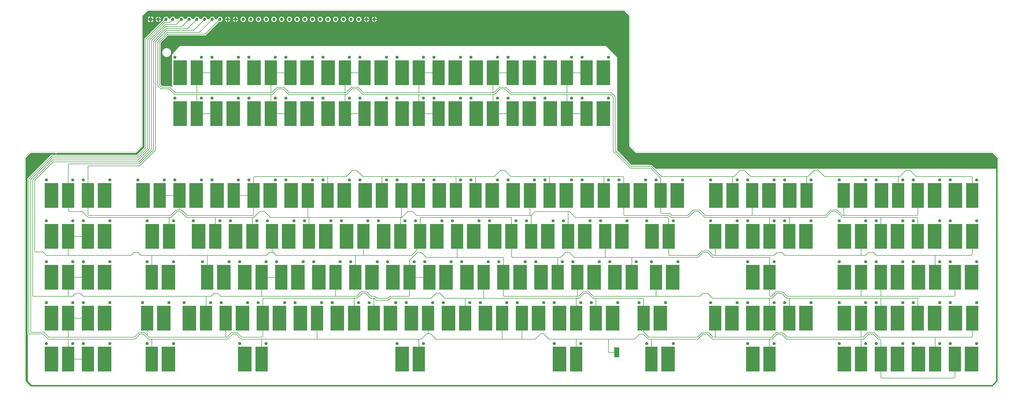
<source format=gbr>
%TF.GenerationSoftware,KiCad,Pcbnew,(5.1.7)-1*%
%TF.CreationDate,2020-10-10T22:45:47-04:00*%
%TF.ProjectId,f122,66313232-2e6b-4696-9361-645f70636258,rev?*%
%TF.SameCoordinates,PXe1237f8PYe7db780*%
%TF.FileFunction,Copper,L1,Top*%
%TF.FilePolarity,Positive*%
%FSLAX46Y46*%
G04 Gerber Fmt 4.6, Leading zero omitted, Abs format (unit mm)*
G04 Created by KiCad (PCBNEW (5.1.7)-1) date 2020-10-10 22:45:47*
%MOMM*%
%LPD*%
G01*
G04 APERTURE LIST*
%TA.AperFunction,Profile*%
%ADD10C,0.100000*%
%TD*%
%TA.AperFunction,ComponentPad*%
%ADD11O,1.700000X1.700000*%
%TD*%
%TA.AperFunction,ComponentPad*%
%ADD12R,1.700000X1.700000*%
%TD*%
%TA.AperFunction,SMDPad,CuDef*%
%ADD13R,6.985000X12.700000*%
%TD*%
%TA.AperFunction,SMDPad,CuDef*%
%ADD14R,6.350000X12.700000*%
%TD*%
%TA.AperFunction,SMDPad,CuDef*%
%ADD15C,1.588000*%
%TD*%
%TA.AperFunction,SMDPad,CuDef*%
%ADD16C,0.067000*%
%TD*%
%TA.AperFunction,SMDPad,CuDef*%
%ADD17R,2.540000X5.080000*%
%TD*%
%TA.AperFunction,Conductor*%
%ADD18C,0.750000*%
%TD*%
%TA.AperFunction,Conductor*%
%ADD19C,0.254000*%
%TD*%
%TA.AperFunction,Conductor*%
%ADD20C,0.250000*%
%TD*%
%TA.AperFunction,Conductor*%
%ADD21C,0.150000*%
%TD*%
G04 APERTURE END LIST*
D10*
X-131760000Y63785000D02*
X-128760000Y66785000D01*
X125240000Y63785000D02*
X122240000Y66785000D01*
X122240000Y133785000D02*
X119240000Y136785000D01*
X122240000Y133785000D02*
X122240000Y66785000D01*
X-128760000Y133785000D02*
X-125760000Y136785000D01*
X-128760000Y133785000D02*
X-128760000Y66785000D01*
X311240000Y60785000D02*
X308240000Y63785000D01*
X-188760000Y60785000D02*
X-185760000Y63785000D01*
X308240000Y-57215000D02*
X311240000Y-54215000D01*
X-185760000Y-57215000D02*
X-188760000Y-54215000D01*
X125240000Y63785000D02*
X308240000Y63785000D01*
X-188760000Y60785000D02*
X-188760000Y-54215000D01*
X-185760000Y-57215000D02*
X308240000Y-57215000D01*
X-185760000Y63785000D02*
X-131760000Y63785000D01*
X-125760000Y136785000D02*
X119240000Y136785000D01*
X311240000Y60785000D02*
X311240000Y-54215000D01*
D11*
%TO.P,J1,30*%
%TO.N,GND*%
X-9235000Y131785000D03*
%TO.P,J1,29*%
X-13195000Y131785000D03*
%TO.P,J1,28*%
%TO.N,COL_G*%
X-17155000Y131785000D03*
%TO.P,J1,27*%
%TO.N,COL_F*%
X-21115000Y131785000D03*
%TO.P,J1,26*%
%TO.N,COL_E*%
X-25075000Y131785000D03*
%TO.P,J1,25*%
%TO.N,COL_D*%
X-29035000Y131785000D03*
%TO.P,J1,24*%
%TO.N,COL_C*%
X-32995000Y131785000D03*
%TO.P,J1,23*%
%TO.N,COL_B*%
X-36955000Y131785000D03*
%TO.P,J1,22*%
%TO.N,COL_A*%
X-40915000Y131785000D03*
%TO.P,J1,21*%
%TO.N,COL_9*%
X-44875000Y131785000D03*
%TO.P,J1,20*%
%TO.N,COL_8*%
X-48835000Y131785000D03*
%TO.P,J1,19*%
%TO.N,COL_7*%
X-52795000Y131785000D03*
%TO.P,J1,18*%
%TO.N,COL_6*%
X-56755000Y131785000D03*
%TO.P,J1,17*%
%TO.N,COL_5*%
X-60715000Y131785000D03*
%TO.P,J1,16*%
%TO.N,COL_4*%
X-64675000Y131785000D03*
%TO.P,J1,15*%
%TO.N,COL_3*%
X-68635000Y131785000D03*
%TO.P,J1,14*%
%TO.N,COL_2*%
X-72595000Y131785000D03*
%TO.P,J1,13*%
%TO.N,COL_1*%
X-76555000Y131785000D03*
%TO.P,J1,12*%
%TO.N,GND*%
X-80515000Y131785000D03*
%TO.P,J1,11*%
X-84475000Y131785000D03*
%TO.P,J1,10*%
%TO.N,ROW_8*%
X-88435000Y131785000D03*
%TO.P,J1,9*%
%TO.N,ROW_7*%
X-92395000Y131785000D03*
%TO.P,J1,8*%
%TO.N,ROW_6*%
X-96355000Y131785000D03*
%TO.P,J1,7*%
%TO.N,ROW_5*%
X-100315000Y131785000D03*
%TO.P,J1,6*%
%TO.N,ROW_4*%
X-104275000Y131785000D03*
%TO.P,J1,5*%
%TO.N,ROW_3*%
X-108235000Y131785000D03*
%TO.P,J1,4*%
%TO.N,ROW_2*%
X-112645000Y131785000D03*
%TO.P,J1,3*%
%TO.N,ROW_1*%
X-116155000Y131785000D03*
%TO.P,J1,2*%
%TO.N,GND*%
X-120115000Y131785000D03*
D12*
%TO.P,J1,1*%
X-124075000Y131785000D03*
%TD*%
D13*
%TO.P,SW3,REF*%
%TO.N,Net-(SW3-PadREF)*%
X-70887500Y104350000D03*
D14*
%TO.P,SW3,ROW*%
%TO.N,ROW_8*%
X-62315000Y104350000D03*
D15*
%TO.P,SW3,B*%
%TO.N,Net-(SW3-PadB)*%
X-73554500Y112287000D03*
%TO.P,SW3,A*%
%TO.N,Net-(SW3-PadA)*%
X-59965500Y112287000D03*
D16*
%TO.P,SW3,E*%
%TO.N,Net-(SW3-PadE)*%
X-66760000Y98000000D03*
%TO.P,SW3,C*%
%TO.N,Net-(SW3-PadC)*%
X-66760000Y110700000D03*
%TO.P,SW3,D*%
%TO.N,Net-(SW3-PadD)*%
X-66760000Y104350000D03*
%TD*%
D17*
%TO.P,CAL1,ROW*%
%TO.N,ROW_1*%
X115295000Y-39150000D03*
%TD*%
D13*
%TO.P,SW126,REF*%
%TO.N,Net-(SW126-PadREF)*%
X270112500Y-42650000D03*
D14*
%TO.P,SW126,ROW*%
%TO.N,ROW_2*%
X278685000Y-42650000D03*
D15*
%TO.P,SW126,B*%
%TO.N,Net-(SW126-PadB)*%
X267445500Y-34713000D03*
%TO.P,SW126,A*%
%TO.N,Net-(SW126-PadA)*%
X281034500Y-34713000D03*
D16*
%TO.P,SW126,E*%
%TO.N,Net-(SW126-PadE)*%
X274240000Y-49000000D03*
%TO.P,SW126,C*%
%TO.N,Net-(SW126-PadC)*%
X274240000Y-36300000D03*
%TO.P,SW126,D*%
%TO.N,Net-(SW126-PadD)*%
X274240000Y-42650000D03*
%TD*%
D13*
%TO.P,SW124,REF*%
%TO.N,Net-(SW124-PadREF)*%
X232112500Y-42650000D03*
D14*
%TO.P,SW124,ROW*%
%TO.N,ROW_1*%
X240685000Y-42650000D03*
D15*
%TO.P,SW124,B*%
%TO.N,Net-(SW124-PadB)*%
X229445500Y-34713000D03*
%TO.P,SW124,A*%
%TO.N,Net-(SW124-PadA)*%
X243034500Y-34713000D03*
D16*
%TO.P,SW124,E*%
%TO.N,Net-(SW124-PadE)*%
X236240000Y-49000000D03*
%TO.P,SW124,C*%
%TO.N,Net-(SW124-PadC)*%
X236240000Y-36300000D03*
%TO.P,SW124,D*%
%TO.N,Net-(SW124-PadD)*%
X236240000Y-42650000D03*
%TD*%
D13*
%TO.P,SW123,REF*%
%TO.N,Net-(SW123-PadREF)*%
X185112500Y-42650000D03*
D14*
%TO.P,SW123,ROW*%
%TO.N,ROW_1*%
X193685000Y-42650000D03*
D15*
%TO.P,SW123,B*%
%TO.N,Net-(SW123-PadB)*%
X182445500Y-34713000D03*
%TO.P,SW123,A*%
%TO.N,Net-(SW123-PadA)*%
X196034500Y-34713000D03*
D16*
%TO.P,SW123,E*%
%TO.N,Net-(SW123-PadE)*%
X189240000Y-49000000D03*
%TO.P,SW123,C*%
%TO.N,Net-(SW123-PadC)*%
X189240000Y-36300000D03*
%TO.P,SW123,D*%
%TO.N,Net-(SW123-PadD)*%
X189240000Y-42650000D03*
%TD*%
D13*
%TO.P,SW121,REF*%
%TO.N,Net-(SW121-PadREF)*%
X85862500Y-42650000D03*
D14*
%TO.P,SW121,ROW*%
%TO.N,ROW_1*%
X94435000Y-42650000D03*
D15*
%TO.P,SW121,B*%
%TO.N,Net-(SW121-PadB)*%
X83195500Y-34713000D03*
%TO.P,SW121,A*%
%TO.N,Net-(SW121-PadA)*%
X96784500Y-34713000D03*
D16*
%TO.P,SW121,E*%
%TO.N,Net-(SW121-PadE)*%
X89990000Y-49000000D03*
%TO.P,SW121,C*%
%TO.N,Net-(SW121-PadC)*%
X89990000Y-36300000D03*
%TO.P,SW121,D*%
%TO.N,Net-(SW121-PadD)*%
X89990000Y-42650000D03*
%TD*%
D13*
%TO.P,SW120,REF*%
%TO.N,Net-(SW120-PadREF)*%
X5112500Y-42650000D03*
D14*
%TO.P,SW120,ROW*%
%TO.N,ROW_1*%
X13685000Y-42650000D03*
D15*
%TO.P,SW120,B*%
%TO.N,Net-(SW120-PadB)*%
X2445500Y-34713000D03*
%TO.P,SW120,A*%
%TO.N,Net-(SW120-PadA)*%
X16034500Y-34713000D03*
D16*
%TO.P,SW120,E*%
%TO.N,Net-(SW120-PadE)*%
X9240000Y-49000000D03*
%TO.P,SW120,C*%
%TO.N,Net-(SW120-PadC)*%
X9240000Y-36300000D03*
%TO.P,SW120,D*%
%TO.N,Net-(SW120-PadD)*%
X9240000Y-42650000D03*
%TD*%
D13*
%TO.P,SW119,REF*%
%TO.N,Net-(SW119-PadREF)*%
X-75637500Y-42650000D03*
D14*
%TO.P,SW119,ROW*%
%TO.N,ROW_1*%
X-67065000Y-42650000D03*
D15*
%TO.P,SW119,B*%
%TO.N,Net-(SW119-PadB)*%
X-78304500Y-34713000D03*
%TO.P,SW119,A*%
%TO.N,Net-(SW119-PadA)*%
X-64715500Y-34713000D03*
D16*
%TO.P,SW119,E*%
%TO.N,Net-(SW119-PadE)*%
X-71510000Y-49000000D03*
%TO.P,SW119,C*%
%TO.N,Net-(SW119-PadC)*%
X-71510000Y-36300000D03*
%TO.P,SW119,D*%
%TO.N,Net-(SW119-PadD)*%
X-71510000Y-42650000D03*
%TD*%
D13*
%TO.P,SW116,REF*%
%TO.N,Net-(SW116-PadREF)*%
X-174887500Y-42650000D03*
D14*
%TO.P,SW116,ROW*%
%TO.N,ROW_1*%
X-166315000Y-42650000D03*
D15*
%TO.P,SW116,B*%
%TO.N,Net-(SW116-PadB)*%
X-177554500Y-34713000D03*
%TO.P,SW116,A*%
%TO.N,Net-(SW116-PadA)*%
X-163965500Y-34713000D03*
D16*
%TO.P,SW116,E*%
%TO.N,Net-(SW116-PadE)*%
X-170760000Y-49000000D03*
%TO.P,SW116,C*%
%TO.N,Net-(SW116-PadC)*%
X-170760000Y-36300000D03*
%TO.P,SW116,D*%
%TO.N,Net-(SW116-PadD)*%
X-170760000Y-42650000D03*
%TD*%
D13*
%TO.P,SW115,REF*%
%TO.N,Net-(SW115-PadREF)*%
X289112500Y-21650000D03*
D14*
%TO.P,SW115,ROW*%
%TO.N,ROW_2*%
X297685000Y-21650000D03*
D15*
%TO.P,SW115,B*%
%TO.N,Net-(SW115-PadB)*%
X286445500Y-13713000D03*
%TO.P,SW115,A*%
%TO.N,Net-(SW115-PadA)*%
X300034500Y-13713000D03*
D16*
%TO.P,SW115,E*%
%TO.N,Net-(SW115-PadE)*%
X293240000Y-28000000D03*
%TO.P,SW115,C*%
%TO.N,Net-(SW115-PadC)*%
X293240000Y-15300000D03*
%TO.P,SW115,D*%
%TO.N,Net-(SW115-PadD)*%
X293240000Y-21650000D03*
%TD*%
D13*
%TO.P,SW112,REF*%
%TO.N,Net-(SW112-PadREF)*%
X232112500Y-21650000D03*
D14*
%TO.P,SW112,ROW*%
%TO.N,ROW_2*%
X240685000Y-21650000D03*
D15*
%TO.P,SW112,B*%
%TO.N,Net-(SW112-PadB)*%
X229445500Y-13713000D03*
%TO.P,SW112,A*%
%TO.N,Net-(SW112-PadA)*%
X243034500Y-13713000D03*
D16*
%TO.P,SW112,E*%
%TO.N,Net-(SW112-PadE)*%
X236240000Y-28000000D03*
%TO.P,SW112,C*%
%TO.N,Net-(SW112-PadC)*%
X236240000Y-15300000D03*
%TO.P,SW112,D*%
%TO.N,Net-(SW112-PadD)*%
X236240000Y-21650000D03*
%TD*%
D13*
%TO.P,SW110,REF*%
%TO.N,Net-(SW110-PadREF)*%
X185112500Y-21650000D03*
D14*
%TO.P,SW110,ROW*%
%TO.N,ROW_3*%
X193685000Y-21650000D03*
D15*
%TO.P,SW110,B*%
%TO.N,Net-(SW110-PadB)*%
X182445500Y-13713000D03*
%TO.P,SW110,A*%
%TO.N,Net-(SW110-PadA)*%
X196034500Y-13713000D03*
D16*
%TO.P,SW110,E*%
%TO.N,Net-(SW110-PadE)*%
X189240000Y-28000000D03*
%TO.P,SW110,C*%
%TO.N,Net-(SW110-PadC)*%
X189240000Y-15300000D03*
%TO.P,SW110,D*%
%TO.N,Net-(SW110-PadD)*%
X189240000Y-21650000D03*
%TD*%
D13*
%TO.P,SW106,REF*%
%TO.N,Net-(SW106-PadREF)*%
X85862500Y-21650000D03*
D14*
%TO.P,SW106,ROW*%
%TO.N,ROW_2*%
X94435000Y-21650000D03*
D15*
%TO.P,SW106,B*%
%TO.N,Net-(SW106-PadB)*%
X83195500Y-13713000D03*
%TO.P,SW106,A*%
%TO.N,Net-(SW106-PadA)*%
X96784500Y-13713000D03*
D16*
%TO.P,SW106,E*%
%TO.N,Net-(SW106-PadE)*%
X89990000Y-28000000D03*
%TO.P,SW106,C*%
%TO.N,Net-(SW106-PadC)*%
X89990000Y-15300000D03*
%TO.P,SW106,D*%
%TO.N,Net-(SW106-PadD)*%
X89990000Y-21650000D03*
%TD*%
D13*
%TO.P,SW104,REF*%
%TO.N,Net-(SW104-PadREF)*%
X47862500Y-21650000D03*
D14*
%TO.P,SW104,ROW*%
%TO.N,ROW_1*%
X56435000Y-21650000D03*
D15*
%TO.P,SW104,B*%
%TO.N,Net-(SW104-PadB)*%
X45195500Y-13713000D03*
%TO.P,SW104,A*%
%TO.N,Net-(SW104-PadA)*%
X58784500Y-13713000D03*
D16*
%TO.P,SW104,E*%
%TO.N,Net-(SW104-PadE)*%
X51990000Y-28000000D03*
%TO.P,SW104,C*%
%TO.N,Net-(SW104-PadC)*%
X51990000Y-15300000D03*
%TO.P,SW104,D*%
%TO.N,Net-(SW104-PadD)*%
X51990000Y-21650000D03*
%TD*%
D13*
%TO.P,SW103,REF*%
%TO.N,Net-(SW103-PadREF)*%
X28862500Y-21650000D03*
D14*
%TO.P,SW103,ROW*%
%TO.N,ROW_2*%
X37435000Y-21650000D03*
D15*
%TO.P,SW103,B*%
%TO.N,Net-(SW103-PadB)*%
X26195500Y-13713000D03*
%TO.P,SW103,A*%
%TO.N,Net-(SW103-PadA)*%
X39784500Y-13713000D03*
D16*
%TO.P,SW103,E*%
%TO.N,Net-(SW103-PadE)*%
X32990000Y-28000000D03*
%TO.P,SW103,C*%
%TO.N,Net-(SW103-PadC)*%
X32990000Y-15300000D03*
%TO.P,SW103,D*%
%TO.N,Net-(SW103-PadD)*%
X32990000Y-21650000D03*
%TD*%
D13*
%TO.P,SW102,REF*%
%TO.N,Net-(SW102-PadREF)*%
X9862500Y-21650000D03*
D14*
%TO.P,SW102,ROW*%
%TO.N,ROW_1*%
X18435000Y-21650000D03*
D15*
%TO.P,SW102,B*%
%TO.N,Net-(SW102-PadB)*%
X7195500Y-13713000D03*
%TO.P,SW102,A*%
%TO.N,Net-(SW102-PadA)*%
X20784500Y-13713000D03*
D16*
%TO.P,SW102,E*%
%TO.N,Net-(SW102-PadE)*%
X13990000Y-28000000D03*
%TO.P,SW102,C*%
%TO.N,Net-(SW102-PadC)*%
X13990000Y-15300000D03*
%TO.P,SW102,D*%
%TO.N,Net-(SW102-PadD)*%
X13990000Y-21650000D03*
%TD*%
D13*
%TO.P,SW100,REF*%
%TO.N,Net-(SW100-PadREF)*%
X-28137500Y-21650000D03*
D14*
%TO.P,SW100,ROW*%
%TO.N,ROW_2*%
X-19565000Y-21650000D03*
D15*
%TO.P,SW100,B*%
%TO.N,Net-(SW100-PadB)*%
X-30804500Y-13713000D03*
%TO.P,SW100,A*%
%TO.N,Net-(SW100-PadA)*%
X-17215500Y-13713000D03*
D16*
%TO.P,SW100,E*%
%TO.N,Net-(SW100-PadE)*%
X-24010000Y-28000000D03*
%TO.P,SW100,C*%
%TO.N,Net-(SW100-PadC)*%
X-24010000Y-15300000D03*
%TO.P,SW100,D*%
%TO.N,Net-(SW100-PadD)*%
X-24010000Y-21650000D03*
%TD*%
D13*
%TO.P,SW99,REF*%
%TO.N,Net-(SW99-PadREF)*%
X-47137500Y-21650000D03*
D14*
%TO.P,SW99,ROW*%
%TO.N,ROW_1*%
X-38565000Y-21650000D03*
D15*
%TO.P,SW99,B*%
%TO.N,Net-(SW99-PadB)*%
X-49804500Y-13713000D03*
%TO.P,SW99,A*%
%TO.N,Net-(SW99-PadA)*%
X-36215500Y-13713000D03*
D16*
%TO.P,SW99,E*%
%TO.N,Net-(SW99-PadE)*%
X-43010000Y-28000000D03*
%TO.P,SW99,C*%
%TO.N,Net-(SW99-PadC)*%
X-43010000Y-15300000D03*
%TO.P,SW99,D*%
%TO.N,Net-(SW99-PadD)*%
X-43010000Y-21650000D03*
%TD*%
D13*
%TO.P,SW96,REF*%
%TO.N,Net-(SW96-PadREF)*%
X-104137500Y-21650000D03*
D14*
%TO.P,SW96,ROW*%
%TO.N,ROW_3*%
X-95565000Y-21650000D03*
D15*
%TO.P,SW96,B*%
%TO.N,Net-(SW96-PadB)*%
X-106804500Y-13713000D03*
%TO.P,SW96,A*%
%TO.N,Net-(SW96-PadA)*%
X-93215500Y-13713000D03*
D16*
%TO.P,SW96,E*%
%TO.N,Net-(SW96-PadE)*%
X-100010000Y-28000000D03*
%TO.P,SW96,C*%
%TO.N,Net-(SW96-PadC)*%
X-100010000Y-15300000D03*
%TO.P,SW96,D*%
%TO.N,Net-(SW96-PadD)*%
X-100010000Y-21650000D03*
%TD*%
D13*
%TO.P,SW93,REF*%
%TO.N,Net-(SW93-PadREF)*%
X-174887500Y-21650000D03*
D14*
%TO.P,SW93,ROW*%
%TO.N,ROW_2*%
X-166315000Y-21650000D03*
D15*
%TO.P,SW93,B*%
%TO.N,Net-(SW93-PadB)*%
X-177554500Y-13713000D03*
%TO.P,SW93,A*%
%TO.N,Net-(SW93-PadA)*%
X-163965500Y-13713000D03*
D16*
%TO.P,SW93,E*%
%TO.N,Net-(SW93-PadE)*%
X-170760000Y-28000000D03*
%TO.P,SW93,C*%
%TO.N,Net-(SW93-PadC)*%
X-170760000Y-15300000D03*
%TO.P,SW93,D*%
%TO.N,Net-(SW93-PadD)*%
X-170760000Y-21650000D03*
%TD*%
D13*
%TO.P,SW91,REF*%
%TO.N,Net-(SW91-PadREF)*%
X270112500Y-650000D03*
D14*
%TO.P,SW91,ROW*%
%TO.N,ROW_5*%
X278685000Y-650000D03*
D15*
%TO.P,SW91,B*%
%TO.N,Net-(SW91-PadB)*%
X267445500Y7287000D03*
%TO.P,SW91,A*%
%TO.N,Net-(SW91-PadA)*%
X281034500Y7287000D03*
D16*
%TO.P,SW91,E*%
%TO.N,Net-(SW91-PadE)*%
X274240000Y-7000000D03*
%TO.P,SW91,C*%
%TO.N,Net-(SW91-PadC)*%
X274240000Y5700000D03*
%TO.P,SW91,D*%
%TO.N,Net-(SW91-PadD)*%
X274240000Y-650000D03*
%TD*%
D13*
%TO.P,SW89,REF*%
%TO.N,Net-(SW89-PadREF)*%
X232112500Y-650000D03*
D14*
%TO.P,SW89,ROW*%
%TO.N,ROW_4*%
X240685000Y-650000D03*
D15*
%TO.P,SW89,B*%
%TO.N,Net-(SW89-PadB)*%
X229445500Y7287000D03*
%TO.P,SW89,A*%
%TO.N,Net-(SW89-PadA)*%
X243034500Y7287000D03*
D16*
%TO.P,SW89,E*%
%TO.N,Net-(SW89-PadE)*%
X236240000Y-7000000D03*
%TO.P,SW89,C*%
%TO.N,Net-(SW89-PadC)*%
X236240000Y5700000D03*
%TO.P,SW89,D*%
%TO.N,Net-(SW89-PadD)*%
X236240000Y-650000D03*
%TD*%
D13*
%TO.P,SW88,REF*%
%TO.N,Net-(SW88-PadREF)*%
X185112500Y-650000D03*
D14*
%TO.P,SW88,ROW*%
%TO.N,ROW_4*%
X193685000Y-650000D03*
D15*
%TO.P,SW88,B*%
%TO.N,Net-(SW88-PadB)*%
X182445500Y7287000D03*
%TO.P,SW88,A*%
%TO.N,Net-(SW88-PadA)*%
X196034500Y7287000D03*
D16*
%TO.P,SW88,E*%
%TO.N,Net-(SW88-PadE)*%
X189240000Y-7000000D03*
%TO.P,SW88,C*%
%TO.N,Net-(SW88-PadC)*%
X189240000Y5700000D03*
%TO.P,SW88,D*%
%TO.N,Net-(SW88-PadD)*%
X189240000Y-650000D03*
%TD*%
D13*
%TO.P,SW86,REF*%
%TO.N,Net-(SW86-PadREF)*%
X114362500Y-650000D03*
D14*
%TO.P,SW86,ROW*%
%TO.N,ROW_4*%
X122935000Y-650000D03*
D15*
%TO.P,SW86,B*%
%TO.N,Net-(SW86-PadB)*%
X111695500Y7287000D03*
%TO.P,SW86,A*%
%TO.N,Net-(SW86-PadA)*%
X125284500Y7287000D03*
D16*
%TO.P,SW86,E*%
%TO.N,Net-(SW86-PadE)*%
X118490000Y-7000000D03*
%TO.P,SW86,C*%
%TO.N,Net-(SW86-PadC)*%
X118490000Y5700000D03*
%TO.P,SW86,D*%
%TO.N,Net-(SW86-PadD)*%
X118490000Y-650000D03*
%TD*%
D13*
%TO.P,SW84,REF*%
%TO.N,Net-(SW84-PadREF)*%
X76362500Y-650000D03*
D14*
%TO.P,SW84,ROW*%
%TO.N,ROW_4*%
X84935000Y-650000D03*
D15*
%TO.P,SW84,B*%
%TO.N,Net-(SW84-PadB)*%
X73695500Y7287000D03*
%TO.P,SW84,A*%
%TO.N,Net-(SW84-PadA)*%
X87284500Y7287000D03*
D16*
%TO.P,SW84,E*%
%TO.N,Net-(SW84-PadE)*%
X80490000Y-7000000D03*
%TO.P,SW84,C*%
%TO.N,Net-(SW84-PadC)*%
X80490000Y5700000D03*
%TO.P,SW84,D*%
%TO.N,Net-(SW84-PadD)*%
X80490000Y-650000D03*
%TD*%
D13*
%TO.P,SW82,REF*%
%TO.N,Net-(SW82-PadREF)*%
X38362500Y-650000D03*
D14*
%TO.P,SW82,ROW*%
%TO.N,ROW_2*%
X46935000Y-650000D03*
D15*
%TO.P,SW82,B*%
%TO.N,Net-(SW82-PadB)*%
X35695500Y7287000D03*
%TO.P,SW82,A*%
%TO.N,Net-(SW82-PadA)*%
X49284500Y7287000D03*
D16*
%TO.P,SW82,E*%
%TO.N,Net-(SW82-PadE)*%
X42490000Y-7000000D03*
%TO.P,SW82,C*%
%TO.N,Net-(SW82-PadC)*%
X42490000Y5700000D03*
%TO.P,SW82,D*%
%TO.N,Net-(SW82-PadD)*%
X42490000Y-650000D03*
%TD*%
D13*
%TO.P,SW80,REF*%
%TO.N,Net-(SW80-PadREF)*%
X362500Y-650000D03*
D14*
%TO.P,SW80,ROW*%
%TO.N,ROW_3*%
X8935000Y-650000D03*
D15*
%TO.P,SW80,B*%
%TO.N,Net-(SW80-PadB)*%
X-2304500Y7287000D03*
%TO.P,SW80,A*%
%TO.N,Net-(SW80-PadA)*%
X11284500Y7287000D03*
D16*
%TO.P,SW80,E*%
%TO.N,Net-(SW80-PadE)*%
X4490000Y-7000000D03*
%TO.P,SW80,C*%
%TO.N,Net-(SW80-PadC)*%
X4490000Y5700000D03*
%TO.P,SW80,D*%
%TO.N,Net-(SW80-PadD)*%
X4490000Y-650000D03*
%TD*%
D13*
%TO.P,SW78,REF*%
%TO.N,Net-(SW78-PadREF)*%
X-37637500Y-650000D03*
D14*
%TO.P,SW78,ROW*%
%TO.N,ROW_3*%
X-29065000Y-650000D03*
D15*
%TO.P,SW78,B*%
%TO.N,Net-(SW78-PadB)*%
X-40304500Y7287000D03*
%TO.P,SW78,A*%
%TO.N,Net-(SW78-PadA)*%
X-26715500Y7287000D03*
D16*
%TO.P,SW78,E*%
%TO.N,Net-(SW78-PadE)*%
X-33510000Y-7000000D03*
%TO.P,SW78,C*%
%TO.N,Net-(SW78-PadC)*%
X-33510000Y5700000D03*
%TO.P,SW78,D*%
%TO.N,Net-(SW78-PadD)*%
X-33510000Y-650000D03*
%TD*%
D13*
%TO.P,SW76,REF*%
%TO.N,Net-(SW76-PadREF)*%
X-75637500Y-650000D03*
D14*
%TO.P,SW76,ROW*%
%TO.N,ROW_3*%
X-67065000Y-650000D03*
D15*
%TO.P,SW76,B*%
%TO.N,Net-(SW76-PadB)*%
X-78304500Y7287000D03*
%TO.P,SW76,A*%
%TO.N,Net-(SW76-PadA)*%
X-64715500Y7287000D03*
D16*
%TO.P,SW76,E*%
%TO.N,Net-(SW76-PadE)*%
X-71510000Y-7000000D03*
%TO.P,SW76,C*%
%TO.N,Net-(SW76-PadC)*%
X-71510000Y5700000D03*
%TO.P,SW76,D*%
%TO.N,Net-(SW76-PadD)*%
X-71510000Y-650000D03*
%TD*%
D13*
%TO.P,SW72,REF*%
%TO.N,Net-(SW72-PadREF)*%
X-174887500Y-650000D03*
D14*
%TO.P,SW72,ROW*%
%TO.N,ROW_3*%
X-166315000Y-650000D03*
D15*
%TO.P,SW72,B*%
%TO.N,Net-(SW72-PadB)*%
X-177554500Y7287000D03*
%TO.P,SW72,A*%
%TO.N,Net-(SW72-PadA)*%
X-163965500Y7287000D03*
D16*
%TO.P,SW72,E*%
%TO.N,Net-(SW72-PadE)*%
X-170760000Y-7000000D03*
%TO.P,SW72,C*%
%TO.N,Net-(SW72-PadC)*%
X-170760000Y5700000D03*
%TO.P,SW72,D*%
%TO.N,Net-(SW72-PadD)*%
X-170760000Y-650000D03*
%TD*%
D13*
%TO.P,SW71,REF*%
%TO.N,Net-(SW71-PadREF)*%
X289112500Y20350000D03*
D14*
%TO.P,SW71,ROW*%
%TO.N,ROW_5*%
X297685000Y20350000D03*
D15*
%TO.P,SW71,B*%
%TO.N,Net-(SW71-PadB)*%
X286445500Y28287000D03*
%TO.P,SW71,A*%
%TO.N,Net-(SW71-PadA)*%
X300034500Y28287000D03*
D16*
%TO.P,SW71,E*%
%TO.N,Net-(SW71-PadE)*%
X293240000Y14000000D03*
%TO.P,SW71,C*%
%TO.N,Net-(SW71-PadC)*%
X293240000Y26700000D03*
%TO.P,SW71,D*%
%TO.N,Net-(SW71-PadD)*%
X293240000Y20350000D03*
%TD*%
D13*
%TO.P,SW68,REF*%
%TO.N,Net-(SW68-PadREF)*%
X232112500Y20350000D03*
D14*
%TO.P,SW68,ROW*%
%TO.N,ROW_5*%
X240685000Y20350000D03*
D15*
%TO.P,SW68,B*%
%TO.N,Net-(SW68-PadB)*%
X229445500Y28287000D03*
%TO.P,SW68,A*%
%TO.N,Net-(SW68-PadA)*%
X243034500Y28287000D03*
D16*
%TO.P,SW68,E*%
%TO.N,Net-(SW68-PadE)*%
X236240000Y14000000D03*
%TO.P,SW68,C*%
%TO.N,Net-(SW68-PadC)*%
X236240000Y26700000D03*
%TO.P,SW68,D*%
%TO.N,Net-(SW68-PadD)*%
X236240000Y20350000D03*
%TD*%
D13*
%TO.P,SW66,REF*%
%TO.N,Net-(SW66-PadREF)*%
X185112500Y20350000D03*
D14*
%TO.P,SW66,ROW*%
%TO.N,ROW_6*%
X193685000Y20350000D03*
D15*
%TO.P,SW66,B*%
%TO.N,Net-(SW66-PadB)*%
X182445500Y28287000D03*
%TO.P,SW66,A*%
%TO.N,Net-(SW66-PadA)*%
X196034500Y28287000D03*
D16*
%TO.P,SW66,E*%
%TO.N,Net-(SW66-PadE)*%
X189240000Y14000000D03*
%TO.P,SW66,C*%
%TO.N,Net-(SW66-PadC)*%
X189240000Y26700000D03*
%TO.P,SW66,D*%
%TO.N,Net-(SW66-PadD)*%
X189240000Y20350000D03*
%TD*%
%TO.P,SW64,D*%
%TO.N,Net-(SW64-PadD)*%
X137490000Y20350000D03*
%TO.P,SW64,C*%
%TO.N,Net-(SW64-PadC)*%
X137490000Y26700000D03*
%TO.P,SW64,E*%
%TO.N,Net-(SW64-PadE)*%
X137490000Y14000000D03*
D15*
%TO.P,SW64,A*%
%TO.N,Net-(SW64-PadA)*%
X144284500Y28287000D03*
%TO.P,SW64,B*%
%TO.N,Net-(SW64-PadB)*%
X130695500Y28287000D03*
D14*
%TO.P,SW64,ROW*%
%TO.N,ROW_5*%
X141935000Y20350000D03*
D13*
%TO.P,SW64,REF*%
%TO.N,Net-(SW64-PadREF)*%
X133362500Y20350000D03*
%TD*%
%TO.P,SW60,REF*%
%TO.N,Net-(SW60-PadREF)*%
X52612500Y20350000D03*
D14*
%TO.P,SW60,ROW*%
%TO.N,ROW_4*%
X61185000Y20350000D03*
D15*
%TO.P,SW60,B*%
%TO.N,Net-(SW60-PadB)*%
X49945500Y28287000D03*
%TO.P,SW60,A*%
%TO.N,Net-(SW60-PadA)*%
X63534500Y28287000D03*
D16*
%TO.P,SW60,E*%
%TO.N,Net-(SW60-PadE)*%
X56740000Y14000000D03*
%TO.P,SW60,C*%
%TO.N,Net-(SW60-PadC)*%
X56740000Y26700000D03*
%TO.P,SW60,D*%
%TO.N,Net-(SW60-PadD)*%
X56740000Y20350000D03*
%TD*%
D13*
%TO.P,SW57,REF*%
%TO.N,Net-(SW57-PadREF)*%
X-4387500Y20350000D03*
D14*
%TO.P,SW57,ROW*%
%TO.N,ROW_5*%
X4185000Y20350000D03*
D15*
%TO.P,SW57,B*%
%TO.N,Net-(SW57-PadB)*%
X-7054500Y28287000D03*
%TO.P,SW57,A*%
%TO.N,Net-(SW57-PadA)*%
X6534500Y28287000D03*
D16*
%TO.P,SW57,E*%
%TO.N,Net-(SW57-PadE)*%
X-260000Y14000000D03*
%TO.P,SW57,C*%
%TO.N,Net-(SW57-PadC)*%
X-260000Y26700000D03*
%TO.P,SW57,D*%
%TO.N,Net-(SW57-PadD)*%
X-260000Y20350000D03*
%TD*%
D13*
%TO.P,SW56,REF*%
%TO.N,Net-(SW56-PadREF)*%
X-23387500Y20350000D03*
D14*
%TO.P,SW56,ROW*%
%TO.N,ROW_4*%
X-14815000Y20350000D03*
D15*
%TO.P,SW56,B*%
%TO.N,Net-(SW56-PadB)*%
X-26054500Y28287000D03*
%TO.P,SW56,A*%
%TO.N,Net-(SW56-PadA)*%
X-12465500Y28287000D03*
D16*
%TO.P,SW56,E*%
%TO.N,Net-(SW56-PadE)*%
X-19260000Y14000000D03*
%TO.P,SW56,C*%
%TO.N,Net-(SW56-PadC)*%
X-19260000Y26700000D03*
%TO.P,SW56,D*%
%TO.N,Net-(SW56-PadD)*%
X-19260000Y20350000D03*
%TD*%
D13*
%TO.P,SW53,REF*%
%TO.N,Net-(SW53-PadREF)*%
X-80387500Y20350000D03*
D14*
%TO.P,SW53,ROW*%
%TO.N,ROW_5*%
X-71815000Y20350000D03*
D15*
%TO.P,SW53,B*%
%TO.N,Net-(SW53-PadB)*%
X-83054500Y28287000D03*
%TO.P,SW53,A*%
%TO.N,Net-(SW53-PadA)*%
X-69465500Y28287000D03*
D16*
%TO.P,SW53,E*%
%TO.N,Net-(SW53-PadE)*%
X-76260000Y14000000D03*
%TO.P,SW53,C*%
%TO.N,Net-(SW53-PadC)*%
X-76260000Y26700000D03*
%TO.P,SW53,D*%
%TO.N,Net-(SW53-PadD)*%
X-76260000Y20350000D03*
%TD*%
D13*
%TO.P,SW52,REF*%
%TO.N,Net-(SW52-PadREF)*%
X-99387500Y20350000D03*
D14*
%TO.P,SW52,ROW*%
%TO.N,ROW_5*%
X-90815000Y20350000D03*
D15*
%TO.P,SW52,B*%
%TO.N,Net-(SW52-PadB)*%
X-102054500Y28287000D03*
%TO.P,SW52,A*%
%TO.N,Net-(SW52-PadA)*%
X-88465500Y28287000D03*
D16*
%TO.P,SW52,E*%
%TO.N,Net-(SW52-PadE)*%
X-95260000Y14000000D03*
%TO.P,SW52,C*%
%TO.N,Net-(SW52-PadC)*%
X-95260000Y26700000D03*
%TO.P,SW52,D*%
%TO.N,Net-(SW52-PadD)*%
X-95260000Y20350000D03*
%TD*%
D13*
%TO.P,SW51,REF*%
%TO.N,Net-(SW51-PadREF)*%
X-123137500Y20350000D03*
D14*
%TO.P,SW51,ROW*%
%TO.N,ROW_5*%
X-114565000Y20350000D03*
D15*
%TO.P,SW51,B*%
%TO.N,Net-(SW51-PadB)*%
X-125804500Y28287000D03*
%TO.P,SW51,A*%
%TO.N,Net-(SW51-PadA)*%
X-112215500Y28287000D03*
D16*
%TO.P,SW51,E*%
%TO.N,Net-(SW51-PadE)*%
X-119010000Y14000000D03*
%TO.P,SW51,C*%
%TO.N,Net-(SW51-PadC)*%
X-119010000Y26700000D03*
%TO.P,SW51,D*%
%TO.N,Net-(SW51-PadD)*%
X-119010000Y20350000D03*
%TD*%
D13*
%TO.P,SW49,REF*%
%TO.N,Net-(SW49-PadREF)*%
X-174887500Y20350000D03*
D14*
%TO.P,SW49,ROW*%
%TO.N,ROW_4*%
X-166315000Y20350000D03*
D15*
%TO.P,SW49,B*%
%TO.N,Net-(SW49-PadB)*%
X-177554500Y28287000D03*
%TO.P,SW49,A*%
%TO.N,Net-(SW49-PadA)*%
X-163965500Y28287000D03*
D16*
%TO.P,SW49,E*%
%TO.N,Net-(SW49-PadE)*%
X-170760000Y14000000D03*
%TO.P,SW49,C*%
%TO.N,Net-(SW49-PadC)*%
X-170760000Y26700000D03*
%TO.P,SW49,D*%
%TO.N,Net-(SW49-PadD)*%
X-170760000Y20350000D03*
%TD*%
D13*
%TO.P,SW48,REF*%
%TO.N,Net-(SW48-PadREF)*%
X289112500Y41350000D03*
D14*
%TO.P,SW48,ROW*%
%TO.N,ROW_8*%
X297685000Y41350000D03*
D15*
%TO.P,SW48,B*%
%TO.N,Net-(SW48-PadB)*%
X286445500Y49287000D03*
%TO.P,SW48,A*%
%TO.N,Net-(SW48-PadA)*%
X300034500Y49287000D03*
D16*
%TO.P,SW48,E*%
%TO.N,Net-(SW48-PadE)*%
X293240000Y35000000D03*
%TO.P,SW48,C*%
%TO.N,Net-(SW48-PadC)*%
X293240000Y47700000D03*
%TO.P,SW48,D*%
%TO.N,Net-(SW48-PadD)*%
X293240000Y41350000D03*
%TD*%
D13*
%TO.P,SW46,REF*%
%TO.N,Net-(SW46-PadREF)*%
X251112500Y41350000D03*
D14*
%TO.P,SW46,ROW*%
%TO.N,ROW_8*%
X259685000Y41350000D03*
D15*
%TO.P,SW46,B*%
%TO.N,Net-(SW46-PadB)*%
X248445500Y49287000D03*
%TO.P,SW46,A*%
%TO.N,Net-(SW46-PadA)*%
X262034500Y49287000D03*
D16*
%TO.P,SW46,E*%
%TO.N,Net-(SW46-PadE)*%
X255240000Y35000000D03*
%TO.P,SW46,C*%
%TO.N,Net-(SW46-PadC)*%
X255240000Y47700000D03*
%TO.P,SW46,D*%
%TO.N,Net-(SW46-PadD)*%
X255240000Y41350000D03*
%TD*%
D13*
%TO.P,SW44,REF*%
%TO.N,Net-(SW44-PadREF)*%
X204112500Y41350000D03*
D14*
%TO.P,SW44,ROW*%
%TO.N,ROW_8*%
X212685000Y41350000D03*
D15*
%TO.P,SW44,B*%
%TO.N,Net-(SW44-PadB)*%
X201445500Y49287000D03*
%TO.P,SW44,A*%
%TO.N,Net-(SW44-PadA)*%
X215034500Y49287000D03*
D16*
%TO.P,SW44,E*%
%TO.N,Net-(SW44-PadE)*%
X208240000Y35000000D03*
%TO.P,SW44,C*%
%TO.N,Net-(SW44-PadC)*%
X208240000Y47700000D03*
%TO.P,SW44,D*%
%TO.N,Net-(SW44-PadD)*%
X208240000Y41350000D03*
%TD*%
D13*
%TO.P,SW42,REF*%
%TO.N,Net-(SW42-PadREF)*%
X166112500Y41350000D03*
D14*
%TO.P,SW42,ROW*%
%TO.N,ROW_8*%
X174685000Y41350000D03*
D15*
%TO.P,SW42,B*%
%TO.N,Net-(SW42-PadB)*%
X163445500Y49287000D03*
%TO.P,SW42,A*%
%TO.N,Net-(SW42-PadA)*%
X177034500Y49287000D03*
D16*
%TO.P,SW42,E*%
%TO.N,Net-(SW42-PadE)*%
X170240000Y35000000D03*
%TO.P,SW42,C*%
%TO.N,Net-(SW42-PadC)*%
X170240000Y47700000D03*
%TO.P,SW42,D*%
%TO.N,Net-(SW42-PadD)*%
X170240000Y41350000D03*
%TD*%
D13*
%TO.P,SW39,REF*%
%TO.N,Net-(SW39-PadREF)*%
X100112500Y41350000D03*
D14*
%TO.P,SW39,ROW*%
%TO.N,ROW_6*%
X108685000Y41350000D03*
D15*
%TO.P,SW39,B*%
%TO.N,Net-(SW39-PadB)*%
X97445500Y49287000D03*
%TO.P,SW39,A*%
%TO.N,Net-(SW39-PadA)*%
X111034500Y49287000D03*
D16*
%TO.P,SW39,E*%
%TO.N,Net-(SW39-PadE)*%
X104240000Y35000000D03*
%TO.P,SW39,C*%
%TO.N,Net-(SW39-PadC)*%
X104240000Y47700000D03*
%TO.P,SW39,D*%
%TO.N,Net-(SW39-PadD)*%
X104240000Y41350000D03*
%TD*%
D13*
%TO.P,SW37,REF*%
%TO.N,Net-(SW37-PadREF)*%
X62112500Y41350000D03*
D14*
%TO.P,SW37,ROW*%
%TO.N,ROW_5*%
X70685000Y41350000D03*
D15*
%TO.P,SW37,B*%
%TO.N,Net-(SW37-PadB)*%
X59445500Y49287000D03*
%TO.P,SW37,A*%
%TO.N,Net-(SW37-PadA)*%
X73034500Y49287000D03*
D16*
%TO.P,SW37,E*%
%TO.N,Net-(SW37-PadE)*%
X66240000Y35000000D03*
%TO.P,SW37,C*%
%TO.N,Net-(SW37-PadC)*%
X66240000Y47700000D03*
%TO.P,SW37,D*%
%TO.N,Net-(SW37-PadD)*%
X66240000Y41350000D03*
%TD*%
D13*
%TO.P,SW35,REF*%
%TO.N,Net-(SW35-PadREF)*%
X24112500Y41350000D03*
D14*
%TO.P,SW35,ROW*%
%TO.N,ROW_6*%
X32685000Y41350000D03*
D15*
%TO.P,SW35,B*%
%TO.N,Net-(SW35-PadB)*%
X21445500Y49287000D03*
%TO.P,SW35,A*%
%TO.N,Net-(SW35-PadA)*%
X35034500Y49287000D03*
D16*
%TO.P,SW35,E*%
%TO.N,Net-(SW35-PadE)*%
X28240000Y35000000D03*
%TO.P,SW35,C*%
%TO.N,Net-(SW35-PadC)*%
X28240000Y47700000D03*
%TO.P,SW35,D*%
%TO.N,Net-(SW35-PadD)*%
X28240000Y41350000D03*
%TD*%
D13*
%TO.P,SW33,REF*%
%TO.N,Net-(SW33-PadREF)*%
X-13887500Y41350000D03*
D14*
%TO.P,SW33,ROW*%
%TO.N,ROW_6*%
X-5315000Y41350000D03*
D15*
%TO.P,SW33,B*%
%TO.N,Net-(SW33-PadB)*%
X-16554500Y49287000D03*
%TO.P,SW33,A*%
%TO.N,Net-(SW33-PadA)*%
X-2965500Y49287000D03*
D16*
%TO.P,SW33,E*%
%TO.N,Net-(SW33-PadE)*%
X-9760000Y35000000D03*
%TO.P,SW33,C*%
%TO.N,Net-(SW33-PadC)*%
X-9760000Y47700000D03*
%TO.P,SW33,D*%
%TO.N,Net-(SW33-PadD)*%
X-9760000Y41350000D03*
%TD*%
D13*
%TO.P,SW31,REF*%
%TO.N,Net-(SW31-PadREF)*%
X-51887500Y41350000D03*
D14*
%TO.P,SW31,ROW*%
%TO.N,ROW_5*%
X-43315000Y41350000D03*
D15*
%TO.P,SW31,B*%
%TO.N,Net-(SW31-PadB)*%
X-54554500Y49287000D03*
%TO.P,SW31,A*%
%TO.N,Net-(SW31-PadA)*%
X-40965500Y49287000D03*
D16*
%TO.P,SW31,E*%
%TO.N,Net-(SW31-PadE)*%
X-47760000Y35000000D03*
%TO.P,SW31,C*%
%TO.N,Net-(SW31-PadC)*%
X-47760000Y47700000D03*
%TO.P,SW31,D*%
%TO.N,Net-(SW31-PadD)*%
X-47760000Y41350000D03*
%TD*%
D13*
%TO.P,SW29,REF*%
%TO.N,Net-(SW29-PadREF)*%
X-89887500Y41350000D03*
D14*
%TO.P,SW29,ROW*%
%TO.N,ROW_6*%
X-81315000Y41350000D03*
D15*
%TO.P,SW29,B*%
%TO.N,Net-(SW29-PadB)*%
X-92554500Y49287000D03*
%TO.P,SW29,A*%
%TO.N,Net-(SW29-PadA)*%
X-78965500Y49287000D03*
D16*
%TO.P,SW29,E*%
%TO.N,Net-(SW29-PadE)*%
X-85760000Y35000000D03*
%TO.P,SW29,C*%
%TO.N,Net-(SW29-PadC)*%
X-85760000Y47700000D03*
%TO.P,SW29,D*%
%TO.N,Net-(SW29-PadD)*%
X-85760000Y41350000D03*
%TD*%
D13*
%TO.P,SW27,REF*%
%TO.N,Net-(SW27-PadREF)*%
X-127887500Y41350000D03*
D14*
%TO.P,SW27,ROW*%
%TO.N,ROW_6*%
X-119315000Y41350000D03*
D15*
%TO.P,SW27,B*%
%TO.N,Net-(SW27-PadB)*%
X-130554500Y49287000D03*
%TO.P,SW27,A*%
%TO.N,Net-(SW27-PadA)*%
X-116965500Y49287000D03*
D16*
%TO.P,SW27,E*%
%TO.N,Net-(SW27-PadE)*%
X-123760000Y35000000D03*
%TO.P,SW27,C*%
%TO.N,Net-(SW27-PadC)*%
X-123760000Y47700000D03*
%TO.P,SW27,D*%
%TO.N,Net-(SW27-PadD)*%
X-123760000Y41350000D03*
%TD*%
D13*
%TO.P,SW25,REF*%
%TO.N,Net-(SW25-PadREF)*%
X-174887500Y41350000D03*
D14*
%TO.P,SW25,ROW*%
%TO.N,ROW_5*%
X-166315000Y41350000D03*
D15*
%TO.P,SW25,B*%
%TO.N,Net-(SW25-PadB)*%
X-177554500Y49287000D03*
%TO.P,SW25,A*%
%TO.N,Net-(SW25-PadA)*%
X-163965500Y49287000D03*
D16*
%TO.P,SW25,E*%
%TO.N,Net-(SW25-PadE)*%
X-170760000Y35000000D03*
%TO.P,SW25,C*%
%TO.N,Net-(SW25-PadC)*%
X-170760000Y47700000D03*
%TO.P,SW25,D*%
%TO.N,Net-(SW25-PadD)*%
X-170760000Y41350000D03*
%TD*%
D13*
%TO.P,SW23,REF*%
%TO.N,Net-(SW23-PadREF)*%
X81112500Y83350000D03*
D14*
%TO.P,SW23,ROW*%
%TO.N,ROW_7*%
X89685000Y83350000D03*
D15*
%TO.P,SW23,B*%
%TO.N,Net-(SW23-PadB)*%
X78445500Y91287000D03*
%TO.P,SW23,A*%
%TO.N,Net-(SW23-PadA)*%
X92034500Y91287000D03*
D16*
%TO.P,SW23,E*%
%TO.N,Net-(SW23-PadE)*%
X85240000Y77000000D03*
%TO.P,SW23,C*%
%TO.N,Net-(SW23-PadC)*%
X85240000Y89700000D03*
%TO.P,SW23,D*%
%TO.N,Net-(SW23-PadD)*%
X85240000Y83350000D03*
%TD*%
D13*
%TO.P,SW21,REF*%
%TO.N,Net-(SW21-PadREF)*%
X43112500Y83350000D03*
D14*
%TO.P,SW21,ROW*%
%TO.N,ROW_7*%
X51685000Y83350000D03*
D15*
%TO.P,SW21,B*%
%TO.N,Net-(SW21-PadB)*%
X40445500Y91287000D03*
%TO.P,SW21,A*%
%TO.N,Net-(SW21-PadA)*%
X54034500Y91287000D03*
D16*
%TO.P,SW21,E*%
%TO.N,Net-(SW21-PadE)*%
X47240000Y77000000D03*
%TO.P,SW21,C*%
%TO.N,Net-(SW21-PadC)*%
X47240000Y89700000D03*
%TO.P,SW21,D*%
%TO.N,Net-(SW21-PadD)*%
X47240000Y83350000D03*
%TD*%
D13*
%TO.P,SW19,REF*%
%TO.N,Net-(SW19-PadREF)*%
X5112500Y83350000D03*
D14*
%TO.P,SW19,ROW*%
%TO.N,ROW_7*%
X13685000Y83350000D03*
D15*
%TO.P,SW19,B*%
%TO.N,Net-(SW19-PadB)*%
X2445500Y91287000D03*
%TO.P,SW19,A*%
%TO.N,Net-(SW19-PadA)*%
X16034500Y91287000D03*
D16*
%TO.P,SW19,E*%
%TO.N,Net-(SW19-PadE)*%
X9240000Y77000000D03*
%TO.P,SW19,C*%
%TO.N,Net-(SW19-PadC)*%
X9240000Y89700000D03*
%TO.P,SW19,D*%
%TO.N,Net-(SW19-PadD)*%
X9240000Y83350000D03*
%TD*%
D13*
%TO.P,SW17,REF*%
%TO.N,Net-(SW17-PadREF)*%
X-32887500Y83350000D03*
D14*
%TO.P,SW17,ROW*%
%TO.N,ROW_7*%
X-24315000Y83350000D03*
D15*
%TO.P,SW17,B*%
%TO.N,Net-(SW17-PadB)*%
X-35554500Y91287000D03*
%TO.P,SW17,A*%
%TO.N,Net-(SW17-PadA)*%
X-21965500Y91287000D03*
D16*
%TO.P,SW17,E*%
%TO.N,Net-(SW17-PadE)*%
X-28760000Y77000000D03*
%TO.P,SW17,C*%
%TO.N,Net-(SW17-PadC)*%
X-28760000Y89700000D03*
%TO.P,SW17,D*%
%TO.N,Net-(SW17-PadD)*%
X-28760000Y83350000D03*
%TD*%
D13*
%TO.P,SW15,REF*%
%TO.N,Net-(SW15-PadREF)*%
X-70887500Y83350000D03*
D14*
%TO.P,SW15,ROW*%
%TO.N,ROW_7*%
X-62315000Y83350000D03*
D15*
%TO.P,SW15,B*%
%TO.N,Net-(SW15-PadB)*%
X-73554500Y91287000D03*
%TO.P,SW15,A*%
%TO.N,Net-(SW15-PadA)*%
X-59965500Y91287000D03*
D16*
%TO.P,SW15,E*%
%TO.N,Net-(SW15-PadE)*%
X-66760000Y77000000D03*
%TO.P,SW15,C*%
%TO.N,Net-(SW15-PadC)*%
X-66760000Y89700000D03*
%TO.P,SW15,D*%
%TO.N,Net-(SW15-PadD)*%
X-66760000Y83350000D03*
%TD*%
D13*
%TO.P,SW13,REF*%
%TO.N,Net-(SW13-PadREF)*%
X-108887500Y83350000D03*
D14*
%TO.P,SW13,ROW*%
%TO.N,ROW_7*%
X-100315000Y83350000D03*
D15*
%TO.P,SW13,B*%
%TO.N,Net-(SW13-PadB)*%
X-111554500Y91287000D03*
%TO.P,SW13,A*%
%TO.N,Net-(SW13-PadA)*%
X-97965500Y91287000D03*
D16*
%TO.P,SW13,E*%
%TO.N,Net-(SW13-PadE)*%
X-104760000Y77000000D03*
%TO.P,SW13,C*%
%TO.N,Net-(SW13-PadC)*%
X-104760000Y89700000D03*
%TO.P,SW13,D*%
%TO.N,Net-(SW13-PadD)*%
X-104760000Y83350000D03*
%TD*%
D13*
%TO.P,SW11,REF*%
%TO.N,Net-(SW11-PadREF)*%
X81112500Y104350000D03*
D14*
%TO.P,SW11,ROW*%
%TO.N,ROW_8*%
X89685000Y104350000D03*
D15*
%TO.P,SW11,B*%
%TO.N,Net-(SW11-PadB)*%
X78445500Y112287000D03*
%TO.P,SW11,A*%
%TO.N,Net-(SW11-PadA)*%
X92034500Y112287000D03*
D16*
%TO.P,SW11,E*%
%TO.N,Net-(SW11-PadE)*%
X85240000Y98000000D03*
%TO.P,SW11,C*%
%TO.N,Net-(SW11-PadC)*%
X85240000Y110700000D03*
%TO.P,SW11,D*%
%TO.N,Net-(SW11-PadD)*%
X85240000Y104350000D03*
%TD*%
D13*
%TO.P,SW9,REF*%
%TO.N,Net-(SW9-PadREF)*%
X43112500Y104350000D03*
D14*
%TO.P,SW9,ROW*%
%TO.N,ROW_8*%
X51685000Y104350000D03*
D15*
%TO.P,SW9,B*%
%TO.N,Net-(SW9-PadB)*%
X40445500Y112287000D03*
%TO.P,SW9,A*%
%TO.N,Net-(SW9-PadA)*%
X54034500Y112287000D03*
D16*
%TO.P,SW9,E*%
%TO.N,Net-(SW9-PadE)*%
X47240000Y98000000D03*
%TO.P,SW9,C*%
%TO.N,Net-(SW9-PadC)*%
X47240000Y110700000D03*
%TO.P,SW9,D*%
%TO.N,Net-(SW9-PadD)*%
X47240000Y104350000D03*
%TD*%
D13*
%TO.P,SW7,REF*%
%TO.N,Net-(SW7-PadREF)*%
X5112500Y104350000D03*
D14*
%TO.P,SW7,ROW*%
%TO.N,ROW_8*%
X13685000Y104350000D03*
D15*
%TO.P,SW7,B*%
%TO.N,Net-(SW7-PadB)*%
X2445500Y112287000D03*
%TO.P,SW7,A*%
%TO.N,Net-(SW7-PadA)*%
X16034500Y112287000D03*
D16*
%TO.P,SW7,E*%
%TO.N,Net-(SW7-PadE)*%
X9240000Y98000000D03*
%TO.P,SW7,C*%
%TO.N,Net-(SW7-PadC)*%
X9240000Y110700000D03*
%TO.P,SW7,D*%
%TO.N,Net-(SW7-PadD)*%
X9240000Y104350000D03*
%TD*%
D13*
%TO.P,SW5,REF*%
%TO.N,Net-(SW5-PadREF)*%
X-32887500Y104350000D03*
D14*
%TO.P,SW5,ROW*%
%TO.N,ROW_8*%
X-24315000Y104350000D03*
D15*
%TO.P,SW5,B*%
%TO.N,Net-(SW5-PadB)*%
X-35554500Y112287000D03*
%TO.P,SW5,A*%
%TO.N,Net-(SW5-PadA)*%
X-21965500Y112287000D03*
D16*
%TO.P,SW5,E*%
%TO.N,Net-(SW5-PadE)*%
X-28760000Y98000000D03*
%TO.P,SW5,C*%
%TO.N,Net-(SW5-PadC)*%
X-28760000Y110700000D03*
%TO.P,SW5,D*%
%TO.N,Net-(SW5-PadD)*%
X-28760000Y104350000D03*
%TD*%
D13*
%TO.P,SW1,REF*%
%TO.N,Net-(SW1-PadREF)*%
X-108887500Y104350000D03*
D14*
%TO.P,SW1,ROW*%
%TO.N,ROW_8*%
X-100315000Y104350000D03*
D15*
%TO.P,SW1,B*%
%TO.N,Net-(SW1-PadB)*%
X-111554500Y112287000D03*
%TO.P,SW1,A*%
%TO.N,Net-(SW1-PadA)*%
X-97965500Y112287000D03*
D16*
%TO.P,SW1,E*%
%TO.N,Net-(SW1-PadE)*%
X-104760000Y98000000D03*
%TO.P,SW1,C*%
%TO.N,Net-(SW1-PadC)*%
X-104760000Y110700000D03*
%TO.P,SW1,D*%
%TO.N,Net-(SW1-PadD)*%
X-104760000Y104350000D03*
%TD*%
D13*
%TO.P,SW26,REF*%
%TO.N,Net-(SW26-PadREF)*%
X-147632500Y41350000D03*
D14*
%TO.P,SW26,ROW*%
%TO.N,ROW_6*%
X-156205000Y41350000D03*
D15*
%TO.P,SW26,B*%
%TO.N,Net-(SW26-PadB)*%
X-144965500Y49287000D03*
%TO.P,SW26,A*%
%TO.N,Net-(SW26-PadA)*%
X-158554500Y49287000D03*
D16*
%TO.P,SW26,E*%
%TO.N,Net-(SW26-PadE)*%
X-151760000Y35000000D03*
%TO.P,SW26,C*%
%TO.N,Net-(SW26-PadC)*%
X-151760000Y47700000D03*
%TO.P,SW26,D*%
%TO.N,Net-(SW26-PadD)*%
X-151760000Y41350000D03*
%TD*%
D13*
%TO.P,SW28,REF*%
%TO.N,Net-(SW28-PadREF)*%
X-100632500Y41350000D03*
D14*
%TO.P,SW28,ROW*%
%TO.N,ROW_6*%
X-109205000Y41350000D03*
D15*
%TO.P,SW28,B*%
%TO.N,Net-(SW28-PadB)*%
X-97965500Y49287000D03*
%TO.P,SW28,A*%
%TO.N,Net-(SW28-PadA)*%
X-111554500Y49287000D03*
D16*
%TO.P,SW28,E*%
%TO.N,Net-(SW28-PadE)*%
X-104760000Y35000000D03*
%TO.P,SW28,C*%
%TO.N,Net-(SW28-PadC)*%
X-104760000Y47700000D03*
%TO.P,SW28,D*%
%TO.N,Net-(SW28-PadD)*%
X-104760000Y41350000D03*
%TD*%
D13*
%TO.P,SW30,REF*%
%TO.N,Net-(SW30-PadREF)*%
X-62632500Y41350000D03*
D14*
%TO.P,SW30,ROW*%
%TO.N,ROW_6*%
X-71205000Y41350000D03*
D15*
%TO.P,SW30,B*%
%TO.N,Net-(SW30-PadB)*%
X-59965500Y49287000D03*
%TO.P,SW30,A*%
%TO.N,Net-(SW30-PadA)*%
X-73554500Y49287000D03*
D16*
%TO.P,SW30,E*%
%TO.N,Net-(SW30-PadE)*%
X-66760000Y35000000D03*
%TO.P,SW30,C*%
%TO.N,Net-(SW30-PadC)*%
X-66760000Y47700000D03*
%TO.P,SW30,D*%
%TO.N,Net-(SW30-PadD)*%
X-66760000Y41350000D03*
%TD*%
D13*
%TO.P,SW32,REF*%
%TO.N,Net-(SW32-PadREF)*%
X-24632500Y41350000D03*
D14*
%TO.P,SW32,ROW*%
%TO.N,ROW_6*%
X-33205000Y41350000D03*
D15*
%TO.P,SW32,B*%
%TO.N,Net-(SW32-PadB)*%
X-21965500Y49287000D03*
%TO.P,SW32,A*%
%TO.N,Net-(SW32-PadA)*%
X-35554500Y49287000D03*
D16*
%TO.P,SW32,E*%
%TO.N,Net-(SW32-PadE)*%
X-28760000Y35000000D03*
%TO.P,SW32,C*%
%TO.N,Net-(SW32-PadC)*%
X-28760000Y47700000D03*
%TO.P,SW32,D*%
%TO.N,Net-(SW32-PadD)*%
X-28760000Y41350000D03*
%TD*%
D13*
%TO.P,SW34,REF*%
%TO.N,Net-(SW34-PadREF)*%
X13367500Y41350000D03*
D14*
%TO.P,SW34,ROW*%
%TO.N,ROW_5*%
X4795000Y41350000D03*
D15*
%TO.P,SW34,B*%
%TO.N,Net-(SW34-PadB)*%
X16034500Y49287000D03*
%TO.P,SW34,A*%
%TO.N,Net-(SW34-PadA)*%
X2445500Y49287000D03*
D16*
%TO.P,SW34,E*%
%TO.N,Net-(SW34-PadE)*%
X9240000Y35000000D03*
%TO.P,SW34,C*%
%TO.N,Net-(SW34-PadC)*%
X9240000Y47700000D03*
%TO.P,SW34,D*%
%TO.N,Net-(SW34-PadD)*%
X9240000Y41350000D03*
%TD*%
D13*
%TO.P,SW36,REF*%
%TO.N,Net-(SW36-PadREF)*%
X51367500Y41350000D03*
D14*
%TO.P,SW36,ROW*%
%TO.N,ROW_6*%
X42795000Y41350000D03*
D15*
%TO.P,SW36,B*%
%TO.N,Net-(SW36-PadB)*%
X54034500Y49287000D03*
%TO.P,SW36,A*%
%TO.N,Net-(SW36-PadA)*%
X40445500Y49287000D03*
D16*
%TO.P,SW36,E*%
%TO.N,Net-(SW36-PadE)*%
X47240000Y35000000D03*
%TO.P,SW36,C*%
%TO.N,Net-(SW36-PadC)*%
X47240000Y47700000D03*
%TO.P,SW36,D*%
%TO.N,Net-(SW36-PadD)*%
X47240000Y41350000D03*
%TD*%
D13*
%TO.P,SW38,REF*%
%TO.N,Net-(SW38-PadREF)*%
X89367500Y41350000D03*
D14*
%TO.P,SW38,ROW*%
%TO.N,ROW_6*%
X80795000Y41350000D03*
D15*
%TO.P,SW38,B*%
%TO.N,Net-(SW38-PadB)*%
X92034500Y49287000D03*
%TO.P,SW38,A*%
%TO.N,Net-(SW38-PadA)*%
X78445500Y49287000D03*
D16*
%TO.P,SW38,E*%
%TO.N,Net-(SW38-PadE)*%
X85240000Y35000000D03*
%TO.P,SW38,C*%
%TO.N,Net-(SW38-PadC)*%
X85240000Y47700000D03*
%TO.P,SW38,D*%
%TO.N,Net-(SW38-PadD)*%
X85240000Y41350000D03*
%TD*%
D13*
%TO.P,SW40,REF*%
%TO.N,Net-(SW40-PadREF)*%
X127367500Y41350000D03*
D14*
%TO.P,SW40,ROW*%
%TO.N,ROW_6*%
X118795000Y41350000D03*
D15*
%TO.P,SW40,B*%
%TO.N,Net-(SW40-PadB)*%
X130034500Y49287000D03*
%TO.P,SW40,A*%
%TO.N,Net-(SW40-PadA)*%
X116445500Y49287000D03*
D16*
%TO.P,SW40,E*%
%TO.N,Net-(SW40-PadE)*%
X123240000Y35000000D03*
%TO.P,SW40,C*%
%TO.N,Net-(SW40-PadC)*%
X123240000Y47700000D03*
%TO.P,SW40,D*%
%TO.N,Net-(SW40-PadD)*%
X123240000Y41350000D03*
%TD*%
%TO.P,SW41,D*%
%TO.N,Net-(SW41-PadD)*%
X142240000Y41350000D03*
%TO.P,SW41,C*%
%TO.N,Net-(SW41-PadC)*%
X142240000Y47700000D03*
%TO.P,SW41,E*%
%TO.N,Net-(SW41-PadE)*%
X142240000Y35000000D03*
D15*
%TO.P,SW41,A*%
%TO.N,Net-(SW41-PadA)*%
X135445500Y49287000D03*
%TO.P,SW41,B*%
%TO.N,Net-(SW41-PadB)*%
X149034500Y49287000D03*
D14*
%TO.P,SW41,ROW*%
%TO.N,ROW_7*%
X137795000Y41350000D03*
D13*
%TO.P,SW41,REF*%
%TO.N,Net-(SW41-PadREF)*%
X146367500Y41350000D03*
%TD*%
%TO.P,SW43,REF*%
%TO.N,Net-(SW43-PadREF)*%
X193367500Y41350000D03*
D14*
%TO.P,SW43,ROW*%
%TO.N,ROW_7*%
X184795000Y41350000D03*
D15*
%TO.P,SW43,B*%
%TO.N,Net-(SW43-PadB)*%
X196034500Y49287000D03*
%TO.P,SW43,A*%
%TO.N,Net-(SW43-PadA)*%
X182445500Y49287000D03*
D16*
%TO.P,SW43,E*%
%TO.N,Net-(SW43-PadE)*%
X189240000Y35000000D03*
%TO.P,SW43,C*%
%TO.N,Net-(SW43-PadC)*%
X189240000Y47700000D03*
%TO.P,SW43,D*%
%TO.N,Net-(SW43-PadD)*%
X189240000Y41350000D03*
%TD*%
D13*
%TO.P,SW45,REF*%
%TO.N,Net-(SW45-PadREF)*%
X240367500Y41350000D03*
D14*
%TO.P,SW45,ROW*%
%TO.N,ROW_7*%
X231795000Y41350000D03*
D15*
%TO.P,SW45,B*%
%TO.N,Net-(SW45-PadB)*%
X243034500Y49287000D03*
%TO.P,SW45,A*%
%TO.N,Net-(SW45-PadA)*%
X229445500Y49287000D03*
D16*
%TO.P,SW45,E*%
%TO.N,Net-(SW45-PadE)*%
X236240000Y35000000D03*
%TO.P,SW45,C*%
%TO.N,Net-(SW45-PadC)*%
X236240000Y47700000D03*
%TO.P,SW45,D*%
%TO.N,Net-(SW45-PadD)*%
X236240000Y41350000D03*
%TD*%
D13*
%TO.P,SW47,REF*%
%TO.N,Net-(SW47-PadREF)*%
X278367500Y41350000D03*
D14*
%TO.P,SW47,ROW*%
%TO.N,ROW_7*%
X269795000Y41350000D03*
D15*
%TO.P,SW47,B*%
%TO.N,Net-(SW47-PadB)*%
X281034500Y49287000D03*
%TO.P,SW47,A*%
%TO.N,Net-(SW47-PadA)*%
X267445500Y49287000D03*
D16*
%TO.P,SW47,E*%
%TO.N,Net-(SW47-PadE)*%
X274240000Y35000000D03*
%TO.P,SW47,C*%
%TO.N,Net-(SW47-PadC)*%
X274240000Y47700000D03*
%TO.P,SW47,D*%
%TO.N,Net-(SW47-PadD)*%
X274240000Y41350000D03*
%TD*%
D13*
%TO.P,SW50,REF*%
%TO.N,Net-(SW50-PadREF)*%
X-147632500Y20350000D03*
D14*
%TO.P,SW50,ROW*%
%TO.N,ROW_4*%
X-156205000Y20350000D03*
D15*
%TO.P,SW50,B*%
%TO.N,Net-(SW50-PadB)*%
X-144965500Y28287000D03*
%TO.P,SW50,A*%
%TO.N,Net-(SW50-PadA)*%
X-158554500Y28287000D03*
D16*
%TO.P,SW50,E*%
%TO.N,Net-(SW50-PadE)*%
X-151760000Y14000000D03*
%TO.P,SW50,C*%
%TO.N,Net-(SW50-PadC)*%
X-151760000Y26700000D03*
%TO.P,SW50,D*%
%TO.N,Net-(SW50-PadD)*%
X-151760000Y20350000D03*
%TD*%
D13*
%TO.P,SW54,REF*%
%TO.N,Net-(SW54-PadREF)*%
X-53132500Y20350000D03*
D14*
%TO.P,SW54,ROW*%
%TO.N,ROW_4*%
X-61705000Y20350000D03*
D15*
%TO.P,SW54,B*%
%TO.N,Net-(SW54-PadB)*%
X-50465500Y28287000D03*
%TO.P,SW54,A*%
%TO.N,Net-(SW54-PadA)*%
X-64054500Y28287000D03*
D16*
%TO.P,SW54,E*%
%TO.N,Net-(SW54-PadE)*%
X-57260000Y14000000D03*
%TO.P,SW54,C*%
%TO.N,Net-(SW54-PadC)*%
X-57260000Y26700000D03*
%TO.P,SW54,D*%
%TO.N,Net-(SW54-PadD)*%
X-57260000Y20350000D03*
%TD*%
D13*
%TO.P,SW55,REF*%
%TO.N,Net-(SW55-PadREF)*%
X-34132500Y20350000D03*
D14*
%TO.P,SW55,ROW*%
%TO.N,ROW_5*%
X-42705000Y20350000D03*
D15*
%TO.P,SW55,B*%
%TO.N,Net-(SW55-PadB)*%
X-31465500Y28287000D03*
%TO.P,SW55,A*%
%TO.N,Net-(SW55-PadA)*%
X-45054500Y28287000D03*
D16*
%TO.P,SW55,E*%
%TO.N,Net-(SW55-PadE)*%
X-38260000Y14000000D03*
%TO.P,SW55,C*%
%TO.N,Net-(SW55-PadC)*%
X-38260000Y26700000D03*
%TO.P,SW55,D*%
%TO.N,Net-(SW55-PadD)*%
X-38260000Y20350000D03*
%TD*%
D13*
%TO.P,SW58,REF*%
%TO.N,Net-(SW58-PadREF)*%
X22867500Y20350000D03*
D14*
%TO.P,SW58,ROW*%
%TO.N,ROW_4*%
X14295000Y20350000D03*
D15*
%TO.P,SW58,B*%
%TO.N,Net-(SW58-PadB)*%
X25534500Y28287000D03*
%TO.P,SW58,A*%
%TO.N,Net-(SW58-PadA)*%
X11945500Y28287000D03*
D16*
%TO.P,SW58,E*%
%TO.N,Net-(SW58-PadE)*%
X18740000Y14000000D03*
%TO.P,SW58,C*%
%TO.N,Net-(SW58-PadC)*%
X18740000Y26700000D03*
%TO.P,SW58,D*%
%TO.N,Net-(SW58-PadD)*%
X18740000Y20350000D03*
%TD*%
D13*
%TO.P,SW59,REF*%
%TO.N,Net-(SW59-PadREF)*%
X41867500Y20350000D03*
D14*
%TO.P,SW59,ROW*%
%TO.N,ROW_3*%
X33295000Y20350000D03*
D15*
%TO.P,SW59,B*%
%TO.N,Net-(SW59-PadB)*%
X44534500Y28287000D03*
%TO.P,SW59,A*%
%TO.N,Net-(SW59-PadA)*%
X30945500Y28287000D03*
D16*
%TO.P,SW59,E*%
%TO.N,Net-(SW59-PadE)*%
X37740000Y14000000D03*
%TO.P,SW59,C*%
%TO.N,Net-(SW59-PadC)*%
X37740000Y26700000D03*
%TO.P,SW59,D*%
%TO.N,Net-(SW59-PadD)*%
X37740000Y20350000D03*
%TD*%
D13*
%TO.P,SW61,REF*%
%TO.N,Net-(SW61-PadREF)*%
X79867500Y20350000D03*
D14*
%TO.P,SW61,ROW*%
%TO.N,ROW_5*%
X71295000Y20350000D03*
D15*
%TO.P,SW61,B*%
%TO.N,Net-(SW61-PadB)*%
X82534500Y28287000D03*
%TO.P,SW61,A*%
%TO.N,Net-(SW61-PadA)*%
X68945500Y28287000D03*
D16*
%TO.P,SW61,E*%
%TO.N,Net-(SW61-PadE)*%
X75740000Y14000000D03*
%TO.P,SW61,C*%
%TO.N,Net-(SW61-PadC)*%
X75740000Y26700000D03*
%TO.P,SW61,D*%
%TO.N,Net-(SW61-PadD)*%
X75740000Y20350000D03*
%TD*%
D13*
%TO.P,SW62,REF*%
%TO.N,Net-(SW62-PadREF)*%
X98867500Y20350000D03*
D14*
%TO.P,SW62,ROW*%
%TO.N,ROW_5*%
X90295000Y20350000D03*
D15*
%TO.P,SW62,B*%
%TO.N,Net-(SW62-PadB)*%
X101534500Y28287000D03*
%TO.P,SW62,A*%
%TO.N,Net-(SW62-PadA)*%
X87945500Y28287000D03*
D16*
%TO.P,SW62,E*%
%TO.N,Net-(SW62-PadE)*%
X94740000Y14000000D03*
%TO.P,SW62,C*%
%TO.N,Net-(SW62-PadC)*%
X94740000Y26700000D03*
%TO.P,SW62,D*%
%TO.N,Net-(SW62-PadD)*%
X94740000Y20350000D03*
%TD*%
D13*
%TO.P,SW63,REF*%
%TO.N,Net-(SW63-PadREF)*%
X117867500Y20350000D03*
D14*
%TO.P,SW63,ROW*%
%TO.N,ROW_4*%
X109295000Y20350000D03*
D15*
%TO.P,SW63,B*%
%TO.N,Net-(SW63-PadB)*%
X120534500Y28287000D03*
%TO.P,SW63,A*%
%TO.N,Net-(SW63-PadA)*%
X106945500Y28287000D03*
D16*
%TO.P,SW63,E*%
%TO.N,Net-(SW63-PadE)*%
X113740000Y14000000D03*
%TO.P,SW63,C*%
%TO.N,Net-(SW63-PadC)*%
X113740000Y26700000D03*
%TO.P,SW63,D*%
%TO.N,Net-(SW63-PadD)*%
X113740000Y20350000D03*
%TD*%
D13*
%TO.P,SW65,REF*%
%TO.N,Net-(SW65-PadREF)*%
X174367500Y20350000D03*
D14*
%TO.P,SW65,ROW*%
%TO.N,ROW_5*%
X165795000Y20350000D03*
D15*
%TO.P,SW65,B*%
%TO.N,Net-(SW65-PadB)*%
X177034500Y28287000D03*
%TO.P,SW65,A*%
%TO.N,Net-(SW65-PadA)*%
X163445500Y28287000D03*
D16*
%TO.P,SW65,E*%
%TO.N,Net-(SW65-PadE)*%
X170240000Y14000000D03*
%TO.P,SW65,C*%
%TO.N,Net-(SW65-PadC)*%
X170240000Y26700000D03*
%TO.P,SW65,D*%
%TO.N,Net-(SW65-PadD)*%
X170240000Y20350000D03*
%TD*%
D13*
%TO.P,SW67,REF*%
%TO.N,Net-(SW67-PadREF)*%
X212367500Y20350000D03*
D14*
%TO.P,SW67,ROW*%
%TO.N,ROW_6*%
X203795000Y20350000D03*
D15*
%TO.P,SW67,B*%
%TO.N,Net-(SW67-PadB)*%
X215034500Y28287000D03*
%TO.P,SW67,A*%
%TO.N,Net-(SW67-PadA)*%
X201445500Y28287000D03*
D16*
%TO.P,SW67,E*%
%TO.N,Net-(SW67-PadE)*%
X208240000Y14000000D03*
%TO.P,SW67,C*%
%TO.N,Net-(SW67-PadC)*%
X208240000Y26700000D03*
%TO.P,SW67,D*%
%TO.N,Net-(SW67-PadD)*%
X208240000Y20350000D03*
%TD*%
D13*
%TO.P,SW69,REF*%
%TO.N,Net-(SW69-PadREF)*%
X259367500Y20350000D03*
D14*
%TO.P,SW69,ROW*%
%TO.N,ROW_6*%
X250795000Y20350000D03*
D15*
%TO.P,SW69,B*%
%TO.N,Net-(SW69-PadB)*%
X262034500Y28287000D03*
%TO.P,SW69,A*%
%TO.N,Net-(SW69-PadA)*%
X248445500Y28287000D03*
D16*
%TO.P,SW69,E*%
%TO.N,Net-(SW69-PadE)*%
X255240000Y14000000D03*
%TO.P,SW69,C*%
%TO.N,Net-(SW69-PadC)*%
X255240000Y26700000D03*
%TO.P,SW69,D*%
%TO.N,Net-(SW69-PadD)*%
X255240000Y20350000D03*
%TD*%
D13*
%TO.P,SW70,REF*%
%TO.N,Net-(SW70-PadREF)*%
X278367500Y20350000D03*
D14*
%TO.P,SW70,ROW*%
%TO.N,ROW_6*%
X269795000Y20350000D03*
D15*
%TO.P,SW70,B*%
%TO.N,Net-(SW70-PadB)*%
X281034500Y28287000D03*
%TO.P,SW70,A*%
%TO.N,Net-(SW70-PadA)*%
X267445500Y28287000D03*
D16*
%TO.P,SW70,E*%
%TO.N,Net-(SW70-PadE)*%
X274240000Y14000000D03*
%TO.P,SW70,C*%
%TO.N,Net-(SW70-PadC)*%
X274240000Y26700000D03*
%TO.P,SW70,D*%
%TO.N,Net-(SW70-PadD)*%
X274240000Y20350000D03*
%TD*%
D13*
%TO.P,SW73,REF*%
%TO.N,Net-(SW73-PadREF)*%
X-147632500Y-650000D03*
D14*
%TO.P,SW73,ROW*%
%TO.N,ROW_3*%
X-156205000Y-650000D03*
D15*
%TO.P,SW73,B*%
%TO.N,Net-(SW73-PadB)*%
X-144965500Y7287000D03*
%TO.P,SW73,A*%
%TO.N,Net-(SW73-PadA)*%
X-158554500Y7287000D03*
D16*
%TO.P,SW73,E*%
%TO.N,Net-(SW73-PadE)*%
X-151760000Y-7000000D03*
%TO.P,SW73,C*%
%TO.N,Net-(SW73-PadC)*%
X-151760000Y5700000D03*
%TO.P,SW73,D*%
%TO.N,Net-(SW73-PadD)*%
X-151760000Y-650000D03*
%TD*%
D13*
%TO.P,SW74,REF*%
%TO.N,Net-(SW74-PadREF)*%
X-114882500Y-650000D03*
D14*
%TO.P,SW74,ROW*%
%TO.N,ROW_4*%
X-123455000Y-650000D03*
D15*
%TO.P,SW74,B*%
%TO.N,Net-(SW74-PadB)*%
X-112215500Y7287000D03*
%TO.P,SW74,A*%
%TO.N,Net-(SW74-PadA)*%
X-125804500Y7287000D03*
D16*
%TO.P,SW74,E*%
%TO.N,Net-(SW74-PadE)*%
X-119010000Y-7000000D03*
%TO.P,SW74,C*%
%TO.N,Net-(SW74-PadC)*%
X-119010000Y5700000D03*
%TO.P,SW74,D*%
%TO.N,Net-(SW74-PadD)*%
X-119010000Y-650000D03*
%TD*%
D13*
%TO.P,SW75,REF*%
%TO.N,Net-(SW75-PadREF)*%
X-86382500Y-650000D03*
D14*
%TO.P,SW75,ROW*%
%TO.N,ROW_4*%
X-94955000Y-650000D03*
D15*
%TO.P,SW75,B*%
%TO.N,Net-(SW75-PadB)*%
X-83715500Y7287000D03*
%TO.P,SW75,A*%
%TO.N,Net-(SW75-PadA)*%
X-97304500Y7287000D03*
D16*
%TO.P,SW75,E*%
%TO.N,Net-(SW75-PadE)*%
X-90510000Y-7000000D03*
%TO.P,SW75,C*%
%TO.N,Net-(SW75-PadC)*%
X-90510000Y5700000D03*
%TO.P,SW75,D*%
%TO.N,Net-(SW75-PadD)*%
X-90510000Y-650000D03*
%TD*%
D13*
%TO.P,SW77,REF*%
%TO.N,Net-(SW77-PadREF)*%
X-48382500Y-650000D03*
D14*
%TO.P,SW77,ROW*%
%TO.N,ROW_3*%
X-56955000Y-650000D03*
D15*
%TO.P,SW77,B*%
%TO.N,Net-(SW77-PadB)*%
X-45715500Y7287000D03*
%TO.P,SW77,A*%
%TO.N,Net-(SW77-PadA)*%
X-59304500Y7287000D03*
D16*
%TO.P,SW77,E*%
%TO.N,Net-(SW77-PadE)*%
X-52510000Y-7000000D03*
%TO.P,SW77,C*%
%TO.N,Net-(SW77-PadC)*%
X-52510000Y5700000D03*
%TO.P,SW77,D*%
%TO.N,Net-(SW77-PadD)*%
X-52510000Y-650000D03*
%TD*%
D13*
%TO.P,SW79,REF*%
%TO.N,Net-(SW79-PadREF)*%
X-10382500Y-650000D03*
D14*
%TO.P,SW79,ROW*%
%TO.N,ROW_4*%
X-18955000Y-650000D03*
D15*
%TO.P,SW79,B*%
%TO.N,Net-(SW79-PadB)*%
X-7715500Y7287000D03*
%TO.P,SW79,A*%
%TO.N,Net-(SW79-PadA)*%
X-21304500Y7287000D03*
D16*
%TO.P,SW79,E*%
%TO.N,Net-(SW79-PadE)*%
X-14510000Y-7000000D03*
%TO.P,SW79,C*%
%TO.N,Net-(SW79-PadC)*%
X-14510000Y5700000D03*
%TO.P,SW79,D*%
%TO.N,Net-(SW79-PadD)*%
X-14510000Y-650000D03*
%TD*%
D13*
%TO.P,SW81,REF*%
%TO.N,Net-(SW81-PadREF)*%
X27617500Y-650000D03*
D14*
%TO.P,SW81,ROW*%
%TO.N,ROW_3*%
X19045000Y-650000D03*
D15*
%TO.P,SW81,B*%
%TO.N,Net-(SW81-PadB)*%
X30284500Y7287000D03*
%TO.P,SW81,A*%
%TO.N,Net-(SW81-PadA)*%
X16695500Y7287000D03*
D16*
%TO.P,SW81,E*%
%TO.N,Net-(SW81-PadE)*%
X23490000Y-7000000D03*
%TO.P,SW81,C*%
%TO.N,Net-(SW81-PadC)*%
X23490000Y5700000D03*
%TO.P,SW81,D*%
%TO.N,Net-(SW81-PadD)*%
X23490000Y-650000D03*
%TD*%
D13*
%TO.P,SW83,REF*%
%TO.N,Net-(SW83-PadREF)*%
X65617500Y-650000D03*
D14*
%TO.P,SW83,ROW*%
%TO.N,ROW_3*%
X57045000Y-650000D03*
D15*
%TO.P,SW83,B*%
%TO.N,Net-(SW83-PadB)*%
X68284500Y7287000D03*
%TO.P,SW83,A*%
%TO.N,Net-(SW83-PadA)*%
X54695500Y7287000D03*
D16*
%TO.P,SW83,E*%
%TO.N,Net-(SW83-PadE)*%
X61490000Y-7000000D03*
%TO.P,SW83,C*%
%TO.N,Net-(SW83-PadC)*%
X61490000Y5700000D03*
%TO.P,SW83,D*%
%TO.N,Net-(SW83-PadD)*%
X61490000Y-650000D03*
%TD*%
D13*
%TO.P,SW85,REF*%
%TO.N,Net-(SW85-PadREF)*%
X103617500Y-650000D03*
D14*
%TO.P,SW85,ROW*%
%TO.N,ROW_3*%
X95045000Y-650000D03*
D15*
%TO.P,SW85,B*%
%TO.N,Net-(SW85-PadB)*%
X106284500Y7287000D03*
%TO.P,SW85,A*%
%TO.N,Net-(SW85-PadA)*%
X92695500Y7287000D03*
D16*
%TO.P,SW85,E*%
%TO.N,Net-(SW85-PadE)*%
X99490000Y-7000000D03*
%TO.P,SW85,C*%
%TO.N,Net-(SW85-PadC)*%
X99490000Y5700000D03*
%TO.P,SW85,D*%
%TO.N,Net-(SW85-PadD)*%
X99490000Y-650000D03*
%TD*%
D13*
%TO.P,SW87,REF*%
%TO.N,Net-(SW87-PadREF)*%
X143992500Y-650000D03*
D14*
%TO.P,SW87,ROW*%
%TO.N,ROW_3*%
X135420000Y-650000D03*
D15*
%TO.P,SW87,B*%
%TO.N,Net-(SW87-PadB)*%
X146659500Y7287000D03*
%TO.P,SW87,A*%
%TO.N,Net-(SW87-PadA)*%
X133070500Y7287000D03*
D16*
%TO.P,SW87,E*%
%TO.N,Net-(SW87-PadE)*%
X139865000Y-7000000D03*
%TO.P,SW87,C*%
%TO.N,Net-(SW87-PadC)*%
X139865000Y5700000D03*
%TO.P,SW87,D*%
%TO.N,Net-(SW87-PadD)*%
X139865000Y-650000D03*
%TD*%
D13*
%TO.P,SW90,REF*%
%TO.N,Net-(SW90-PadREF)*%
X259367500Y-650000D03*
D14*
%TO.P,SW90,ROW*%
%TO.N,ROW_4*%
X250795000Y-650000D03*
D15*
%TO.P,SW90,B*%
%TO.N,Net-(SW90-PadB)*%
X262034500Y7287000D03*
%TO.P,SW90,A*%
%TO.N,Net-(SW90-PadA)*%
X248445500Y7287000D03*
D16*
%TO.P,SW90,E*%
%TO.N,Net-(SW90-PadE)*%
X255240000Y-7000000D03*
%TO.P,SW90,C*%
%TO.N,Net-(SW90-PadC)*%
X255240000Y5700000D03*
%TO.P,SW90,D*%
%TO.N,Net-(SW90-PadD)*%
X255240000Y-650000D03*
%TD*%
D13*
%TO.P,SW92,REF*%
%TO.N,Net-(SW92-PadREF)*%
X297367500Y-650000D03*
D14*
%TO.P,SW92,ROW*%
%TO.N,ROW_4*%
X288795000Y-650000D03*
D15*
%TO.P,SW92,B*%
%TO.N,Net-(SW92-PadB)*%
X300034500Y7287000D03*
%TO.P,SW92,A*%
%TO.N,Net-(SW92-PadA)*%
X286445500Y7287000D03*
D16*
%TO.P,SW92,E*%
%TO.N,Net-(SW92-PadE)*%
X293240000Y-7000000D03*
%TO.P,SW92,C*%
%TO.N,Net-(SW92-PadC)*%
X293240000Y5700000D03*
%TO.P,SW92,D*%
%TO.N,Net-(SW92-PadD)*%
X293240000Y-650000D03*
%TD*%
D13*
%TO.P,SW94,REF*%
%TO.N,Net-(SW94-PadREF)*%
X-147632500Y-21650000D03*
D14*
%TO.P,SW94,ROW*%
%TO.N,ROW_2*%
X-156205000Y-21650000D03*
D15*
%TO.P,SW94,B*%
%TO.N,Net-(SW94-PadB)*%
X-144965500Y-13713000D03*
%TO.P,SW94,A*%
%TO.N,Net-(SW94-PadA)*%
X-158554500Y-13713000D03*
D16*
%TO.P,SW94,E*%
%TO.N,Net-(SW94-PadE)*%
X-151760000Y-28000000D03*
%TO.P,SW94,C*%
%TO.N,Net-(SW94-PadC)*%
X-151760000Y-15300000D03*
%TO.P,SW94,D*%
%TO.N,Net-(SW94-PadD)*%
X-151760000Y-21650000D03*
%TD*%
D13*
%TO.P,SW95,REF*%
%TO.N,Net-(SW95-PadREF)*%
X-117257500Y-21650000D03*
D14*
%TO.P,SW95,ROW*%
%TO.N,ROW_2*%
X-125830000Y-21650000D03*
D15*
%TO.P,SW95,B*%
%TO.N,Net-(SW95-PadB)*%
X-114590500Y-13713000D03*
%TO.P,SW95,A*%
%TO.N,Net-(SW95-PadA)*%
X-128179500Y-13713000D03*
D16*
%TO.P,SW95,E*%
%TO.N,Net-(SW95-PadE)*%
X-121385000Y-28000000D03*
%TO.P,SW95,C*%
%TO.N,Net-(SW95-PadC)*%
X-121385000Y-15300000D03*
%TO.P,SW95,D*%
%TO.N,Net-(SW95-PadD)*%
X-121385000Y-21650000D03*
%TD*%
D13*
%TO.P,SW97,REF*%
%TO.N,Net-(SW97-PadREF)*%
X-76882500Y-21650000D03*
D14*
%TO.P,SW97,ROW*%
%TO.N,ROW_2*%
X-85455000Y-21650000D03*
D15*
%TO.P,SW97,B*%
%TO.N,Net-(SW97-PadB)*%
X-74215500Y-13713000D03*
%TO.P,SW97,A*%
%TO.N,Net-(SW97-PadA)*%
X-87804500Y-13713000D03*
D16*
%TO.P,SW97,E*%
%TO.N,Net-(SW97-PadE)*%
X-81010000Y-28000000D03*
%TO.P,SW97,C*%
%TO.N,Net-(SW97-PadC)*%
X-81010000Y-15300000D03*
%TO.P,SW97,D*%
%TO.N,Net-(SW97-PadD)*%
X-81010000Y-21650000D03*
%TD*%
D13*
%TO.P,SW98,REF*%
%TO.N,Net-(SW98-PadREF)*%
X-57882500Y-21650000D03*
D14*
%TO.P,SW98,ROW*%
%TO.N,ROW_2*%
X-66455000Y-21650000D03*
D15*
%TO.P,SW98,B*%
%TO.N,Net-(SW98-PadB)*%
X-55215500Y-13713000D03*
%TO.P,SW98,A*%
%TO.N,Net-(SW98-PadA)*%
X-68804500Y-13713000D03*
D16*
%TO.P,SW98,E*%
%TO.N,Net-(SW98-PadE)*%
X-62010000Y-28000000D03*
%TO.P,SW98,C*%
%TO.N,Net-(SW98-PadC)*%
X-62010000Y-15300000D03*
%TO.P,SW98,D*%
%TO.N,Net-(SW98-PadD)*%
X-62010000Y-21650000D03*
%TD*%
D13*
%TO.P,SW101,REF*%
%TO.N,Net-(SW101-PadREF)*%
X-882500Y-21650000D03*
D14*
%TO.P,SW101,ROW*%
%TO.N,ROW_2*%
X-9455000Y-21650000D03*
D15*
%TO.P,SW101,B*%
%TO.N,Net-(SW101-PadB)*%
X1784500Y-13713000D03*
%TO.P,SW101,A*%
%TO.N,Net-(SW101-PadA)*%
X-11804500Y-13713000D03*
D16*
%TO.P,SW101,E*%
%TO.N,Net-(SW101-PadE)*%
X-5010000Y-28000000D03*
%TO.P,SW101,C*%
%TO.N,Net-(SW101-PadC)*%
X-5010000Y-15300000D03*
%TO.P,SW101,D*%
%TO.N,Net-(SW101-PadD)*%
X-5010000Y-21650000D03*
%TD*%
D13*
%TO.P,SW105,REF*%
%TO.N,Net-(SW105-PadREF)*%
X75117500Y-21650000D03*
D14*
%TO.P,SW105,ROW*%
%TO.N,ROW_1*%
X66545000Y-21650000D03*
D15*
%TO.P,SW105,B*%
%TO.N,Net-(SW105-PadB)*%
X77784500Y-13713000D03*
%TO.P,SW105,A*%
%TO.N,Net-(SW105-PadA)*%
X64195500Y-13713000D03*
D16*
%TO.P,SW105,E*%
%TO.N,Net-(SW105-PadE)*%
X70990000Y-28000000D03*
%TO.P,SW105,C*%
%TO.N,Net-(SW105-PadC)*%
X70990000Y-15300000D03*
%TO.P,SW105,D*%
%TO.N,Net-(SW105-PadD)*%
X70990000Y-21650000D03*
%TD*%
D13*
%TO.P,SW107,REF*%
%TO.N,Net-(SW107-PadREF)*%
X113117500Y-21650000D03*
D14*
%TO.P,SW107,ROW*%
%TO.N,ROW_2*%
X104545000Y-21650000D03*
D15*
%TO.P,SW107,B*%
%TO.N,Net-(SW107-PadB)*%
X115784500Y-13713000D03*
%TO.P,SW107,A*%
%TO.N,Net-(SW107-PadA)*%
X102195500Y-13713000D03*
D16*
%TO.P,SW107,E*%
%TO.N,Net-(SW107-PadE)*%
X108990000Y-28000000D03*
%TO.P,SW107,C*%
%TO.N,Net-(SW107-PadC)*%
X108990000Y-15300000D03*
%TO.P,SW107,D*%
%TO.N,Net-(SW107-PadD)*%
X108990000Y-21650000D03*
%TD*%
D13*
%TO.P,SW108,REF*%
%TO.N,Net-(SW108-PadREF)*%
X137617500Y-21650000D03*
D14*
%TO.P,SW108,ROW*%
%TO.N,ROW_2*%
X129045000Y-21650000D03*
D15*
%TO.P,SW108,B*%
%TO.N,Net-(SW108-PadB)*%
X140284500Y-13713000D03*
%TO.P,SW108,A*%
%TO.N,Net-(SW108-PadA)*%
X126695500Y-13713000D03*
D16*
%TO.P,SW108,E*%
%TO.N,Net-(SW108-PadE)*%
X133490000Y-28000000D03*
%TO.P,SW108,C*%
%TO.N,Net-(SW108-PadC)*%
X133490000Y-15300000D03*
%TO.P,SW108,D*%
%TO.N,Net-(SW108-PadD)*%
X133490000Y-21650000D03*
%TD*%
D13*
%TO.P,SW109,REF*%
%TO.N,Net-(SW109-PadREF)*%
X174367500Y-21650000D03*
D14*
%TO.P,SW109,ROW*%
%TO.N,ROW_2*%
X165795000Y-21650000D03*
D15*
%TO.P,SW109,B*%
%TO.N,Net-(SW109-PadB)*%
X177034500Y-13713000D03*
%TO.P,SW109,A*%
%TO.N,Net-(SW109-PadA)*%
X163445500Y-13713000D03*
D16*
%TO.P,SW109,E*%
%TO.N,Net-(SW109-PadE)*%
X170240000Y-28000000D03*
%TO.P,SW109,C*%
%TO.N,Net-(SW109-PadC)*%
X170240000Y-15300000D03*
%TO.P,SW109,D*%
%TO.N,Net-(SW109-PadD)*%
X170240000Y-21650000D03*
%TD*%
D13*
%TO.P,SW111,REF*%
%TO.N,Net-(SW111-PadREF)*%
X212367500Y-21650000D03*
D14*
%TO.P,SW111,ROW*%
%TO.N,ROW_3*%
X203795000Y-21650000D03*
D15*
%TO.P,SW111,B*%
%TO.N,Net-(SW111-PadB)*%
X215034500Y-13713000D03*
%TO.P,SW111,A*%
%TO.N,Net-(SW111-PadA)*%
X201445500Y-13713000D03*
D16*
%TO.P,SW111,E*%
%TO.N,Net-(SW111-PadE)*%
X208240000Y-28000000D03*
%TO.P,SW111,C*%
%TO.N,Net-(SW111-PadC)*%
X208240000Y-15300000D03*
%TO.P,SW111,D*%
%TO.N,Net-(SW111-PadD)*%
X208240000Y-21650000D03*
%TD*%
D13*
%TO.P,SW113,REF*%
%TO.N,Net-(SW113-PadREF)*%
X259367500Y-21650000D03*
D14*
%TO.P,SW113,ROW*%
%TO.N,ROW_3*%
X250795000Y-21650000D03*
D15*
%TO.P,SW113,B*%
%TO.N,Net-(SW113-PadB)*%
X262034500Y-13713000D03*
%TO.P,SW113,A*%
%TO.N,Net-(SW113-PadA)*%
X248445500Y-13713000D03*
D16*
%TO.P,SW113,E*%
%TO.N,Net-(SW113-PadE)*%
X255240000Y-28000000D03*
%TO.P,SW113,C*%
%TO.N,Net-(SW113-PadC)*%
X255240000Y-15300000D03*
%TO.P,SW113,D*%
%TO.N,Net-(SW113-PadD)*%
X255240000Y-21650000D03*
%TD*%
D13*
%TO.P,SW114,REF*%
%TO.N,Net-(SW114-PadREF)*%
X278367500Y-21650000D03*
D14*
%TO.P,SW114,ROW*%
%TO.N,ROW_3*%
X269795000Y-21650000D03*
D15*
%TO.P,SW114,B*%
%TO.N,Net-(SW114-PadB)*%
X281034500Y-13713000D03*
%TO.P,SW114,A*%
%TO.N,Net-(SW114-PadA)*%
X267445500Y-13713000D03*
D16*
%TO.P,SW114,E*%
%TO.N,Net-(SW114-PadE)*%
X274240000Y-28000000D03*
%TO.P,SW114,C*%
%TO.N,Net-(SW114-PadC)*%
X274240000Y-15300000D03*
%TO.P,SW114,D*%
%TO.N,Net-(SW114-PadD)*%
X274240000Y-21650000D03*
%TD*%
D13*
%TO.P,SW117,REF*%
%TO.N,Net-(SW117-PadREF)*%
X-147632500Y-42650000D03*
D14*
%TO.P,SW117,ROW*%
%TO.N,ROW_1*%
X-156205000Y-42650000D03*
D15*
%TO.P,SW117,B*%
%TO.N,Net-(SW117-PadB)*%
X-144965500Y-34713000D03*
%TO.P,SW117,A*%
%TO.N,Net-(SW117-PadA)*%
X-158554500Y-34713000D03*
D16*
%TO.P,SW117,E*%
%TO.N,Net-(SW117-PadE)*%
X-151760000Y-49000000D03*
%TO.P,SW117,C*%
%TO.N,Net-(SW117-PadC)*%
X-151760000Y-36300000D03*
%TO.P,SW117,D*%
%TO.N,Net-(SW117-PadD)*%
X-151760000Y-42650000D03*
%TD*%
D13*
%TO.P,SW118,REF*%
%TO.N,Net-(SW118-PadREF)*%
X-114882500Y-42650000D03*
D14*
%TO.P,SW118,ROW*%
%TO.N,ROW_1*%
X-123455000Y-42650000D03*
D15*
%TO.P,SW118,B*%
%TO.N,Net-(SW118-PadB)*%
X-112215500Y-34713000D03*
%TO.P,SW118,A*%
%TO.N,Net-(SW118-PadA)*%
X-125804500Y-34713000D03*
D16*
%TO.P,SW118,E*%
%TO.N,Net-(SW118-PadE)*%
X-119010000Y-49000000D03*
%TO.P,SW118,C*%
%TO.N,Net-(SW118-PadC)*%
X-119010000Y-36300000D03*
%TO.P,SW118,D*%
%TO.N,Net-(SW118-PadD)*%
X-119010000Y-42650000D03*
%TD*%
%TO.P,SW122,D*%
%TO.N,Net-(SW122-PadD)*%
X137490000Y-42650000D03*
%TO.P,SW122,C*%
%TO.N,Net-(SW122-PadC)*%
X137490000Y-36300000D03*
%TO.P,SW122,E*%
%TO.N,Net-(SW122-PadE)*%
X137490000Y-49000000D03*
D15*
%TO.P,SW122,A*%
%TO.N,Net-(SW122-PadA)*%
X130695500Y-34713000D03*
%TO.P,SW122,B*%
%TO.N,Net-(SW122-PadB)*%
X144284500Y-34713000D03*
D14*
%TO.P,SW122,ROW*%
%TO.N,ROW_1*%
X133045000Y-42650000D03*
D13*
%TO.P,SW122,REF*%
%TO.N,Net-(SW122-PadREF)*%
X141617500Y-42650000D03*
%TD*%
%TO.P,SW125,REF*%
%TO.N,Net-(SW125-PadREF)*%
X259367500Y-42650000D03*
D14*
%TO.P,SW125,ROW*%
%TO.N,ROW_1*%
X250795000Y-42650000D03*
D15*
%TO.P,SW125,B*%
%TO.N,Net-(SW125-PadB)*%
X262034500Y-34713000D03*
%TO.P,SW125,A*%
%TO.N,Net-(SW125-PadA)*%
X248445500Y-34713000D03*
D16*
%TO.P,SW125,E*%
%TO.N,Net-(SW125-PadE)*%
X255240000Y-49000000D03*
%TO.P,SW125,C*%
%TO.N,Net-(SW125-PadC)*%
X255240000Y-36300000D03*
%TO.P,SW125,D*%
%TO.N,Net-(SW125-PadD)*%
X255240000Y-42650000D03*
%TD*%
D13*
%TO.P,SW127,REF*%
%TO.N,Net-(SW127-PadREF)*%
X297367500Y-42650000D03*
D14*
%TO.P,SW127,ROW*%
%TO.N,ROW_1*%
X288795000Y-42650000D03*
D15*
%TO.P,SW127,B*%
%TO.N,Net-(SW127-PadB)*%
X300034500Y-34713000D03*
%TO.P,SW127,A*%
%TO.N,Net-(SW127-PadA)*%
X286445500Y-34713000D03*
D16*
%TO.P,SW127,E*%
%TO.N,Net-(SW127-PadE)*%
X293240000Y-49000000D03*
%TO.P,SW127,C*%
%TO.N,Net-(SW127-PadC)*%
X293240000Y-36300000D03*
%TO.P,SW127,D*%
%TO.N,Net-(SW127-PadD)*%
X293240000Y-42650000D03*
%TD*%
D13*
%TO.P,SW14,REF*%
%TO.N,Net-(SW14-PadREF)*%
X-81632500Y83350000D03*
D14*
%TO.P,SW14,ROW*%
%TO.N,ROW_7*%
X-90205000Y83350000D03*
D15*
%TO.P,SW14,B*%
%TO.N,Net-(SW14-PadB)*%
X-78965500Y91287000D03*
%TO.P,SW14,A*%
%TO.N,Net-(SW14-PadA)*%
X-92554500Y91287000D03*
D16*
%TO.P,SW14,E*%
%TO.N,Net-(SW14-PadE)*%
X-85760000Y77000000D03*
%TO.P,SW14,C*%
%TO.N,Net-(SW14-PadC)*%
X-85760000Y89700000D03*
%TO.P,SW14,D*%
%TO.N,Net-(SW14-PadD)*%
X-85760000Y83350000D03*
%TD*%
D13*
%TO.P,SW12,REF*%
%TO.N,Net-(SW12-PadREF)*%
X108367500Y104350000D03*
D14*
%TO.P,SW12,ROW*%
%TO.N,ROW_8*%
X99795000Y104350000D03*
D15*
%TO.P,SW12,B*%
%TO.N,Net-(SW12-PadB)*%
X111034500Y112287000D03*
%TO.P,SW12,A*%
%TO.N,Net-(SW12-PadA)*%
X97445500Y112287000D03*
D16*
%TO.P,SW12,E*%
%TO.N,Net-(SW12-PadE)*%
X104240000Y98000000D03*
%TO.P,SW12,C*%
%TO.N,Net-(SW12-PadC)*%
X104240000Y110700000D03*
%TO.P,SW12,D*%
%TO.N,Net-(SW12-PadD)*%
X104240000Y104350000D03*
%TD*%
D13*
%TO.P,SW4,REF*%
%TO.N,Net-(SW4-PadREF)*%
X-43632500Y104350000D03*
D14*
%TO.P,SW4,ROW*%
%TO.N,ROW_8*%
X-52205000Y104350000D03*
D15*
%TO.P,SW4,B*%
%TO.N,Net-(SW4-PadB)*%
X-40965500Y112287000D03*
%TO.P,SW4,A*%
%TO.N,Net-(SW4-PadA)*%
X-54554500Y112287000D03*
D16*
%TO.P,SW4,E*%
%TO.N,Net-(SW4-PadE)*%
X-47760000Y98000000D03*
%TO.P,SW4,C*%
%TO.N,Net-(SW4-PadC)*%
X-47760000Y110700000D03*
%TO.P,SW4,D*%
%TO.N,Net-(SW4-PadD)*%
X-47760000Y104350000D03*
%TD*%
D13*
%TO.P,SW16,REF*%
%TO.N,Net-(SW16-PadREF)*%
X-43632500Y83350000D03*
D14*
%TO.P,SW16,ROW*%
%TO.N,ROW_7*%
X-52205000Y83350000D03*
D15*
%TO.P,SW16,B*%
%TO.N,Net-(SW16-PadB)*%
X-40965500Y91287000D03*
%TO.P,SW16,A*%
%TO.N,Net-(SW16-PadA)*%
X-54554500Y91287000D03*
D16*
%TO.P,SW16,E*%
%TO.N,Net-(SW16-PadE)*%
X-47760000Y77000000D03*
%TO.P,SW16,C*%
%TO.N,Net-(SW16-PadC)*%
X-47760000Y89700000D03*
%TO.P,SW16,D*%
%TO.N,Net-(SW16-PadD)*%
X-47760000Y83350000D03*
%TD*%
D13*
%TO.P,SW2,REF*%
%TO.N,Net-(SW2-PadREF)*%
X-81632500Y104350000D03*
D14*
%TO.P,SW2,ROW*%
%TO.N,ROW_8*%
X-90205000Y104350000D03*
D15*
%TO.P,SW2,B*%
%TO.N,Net-(SW2-PadB)*%
X-78965500Y112287000D03*
%TO.P,SW2,A*%
%TO.N,Net-(SW2-PadA)*%
X-92554500Y112287000D03*
D16*
%TO.P,SW2,E*%
%TO.N,Net-(SW2-PadE)*%
X-85760000Y98000000D03*
%TO.P,SW2,C*%
%TO.N,Net-(SW2-PadC)*%
X-85760000Y110700000D03*
%TO.P,SW2,D*%
%TO.N,Net-(SW2-PadD)*%
X-85760000Y104350000D03*
%TD*%
D13*
%TO.P,SW18,REF*%
%TO.N,Net-(SW18-PadREF)*%
X-5632500Y83350000D03*
D14*
%TO.P,SW18,ROW*%
%TO.N,ROW_7*%
X-14205000Y83350000D03*
D15*
%TO.P,SW18,B*%
%TO.N,Net-(SW18-PadB)*%
X-2965500Y91287000D03*
%TO.P,SW18,A*%
%TO.N,Net-(SW18-PadA)*%
X-16554500Y91287000D03*
D16*
%TO.P,SW18,E*%
%TO.N,Net-(SW18-PadE)*%
X-9760000Y77000000D03*
%TO.P,SW18,C*%
%TO.N,Net-(SW18-PadC)*%
X-9760000Y89700000D03*
%TO.P,SW18,D*%
%TO.N,Net-(SW18-PadD)*%
X-9760000Y83350000D03*
%TD*%
D13*
%TO.P,SW24,REF*%
%TO.N,Net-(SW24-PadREF)*%
X108367500Y83350000D03*
D14*
%TO.P,SW24,ROW*%
%TO.N,ROW_7*%
X99795000Y83350000D03*
D15*
%TO.P,SW24,B*%
%TO.N,Net-(SW24-PadB)*%
X111034500Y91287000D03*
%TO.P,SW24,A*%
%TO.N,Net-(SW24-PadA)*%
X97445500Y91287000D03*
D16*
%TO.P,SW24,E*%
%TO.N,Net-(SW24-PadE)*%
X104240000Y77000000D03*
%TO.P,SW24,C*%
%TO.N,Net-(SW24-PadC)*%
X104240000Y89700000D03*
%TO.P,SW24,D*%
%TO.N,Net-(SW24-PadD)*%
X104240000Y83350000D03*
%TD*%
D13*
%TO.P,SW22,REF*%
%TO.N,Net-(SW22-PadREF)*%
X70367500Y83350000D03*
D14*
%TO.P,SW22,ROW*%
%TO.N,ROW_7*%
X61795000Y83350000D03*
D15*
%TO.P,SW22,B*%
%TO.N,Net-(SW22-PadB)*%
X73034500Y91287000D03*
%TO.P,SW22,A*%
%TO.N,Net-(SW22-PadA)*%
X59445500Y91287000D03*
D16*
%TO.P,SW22,E*%
%TO.N,Net-(SW22-PadE)*%
X66240000Y77000000D03*
%TO.P,SW22,C*%
%TO.N,Net-(SW22-PadC)*%
X66240000Y89700000D03*
%TO.P,SW22,D*%
%TO.N,Net-(SW22-PadD)*%
X66240000Y83350000D03*
%TD*%
D13*
%TO.P,SW6,REF*%
%TO.N,Net-(SW6-PadREF)*%
X-5632500Y104350000D03*
D14*
%TO.P,SW6,ROW*%
%TO.N,ROW_8*%
X-14205000Y104350000D03*
D15*
%TO.P,SW6,B*%
%TO.N,Net-(SW6-PadB)*%
X-2965500Y112287000D03*
%TO.P,SW6,A*%
%TO.N,Net-(SW6-PadA)*%
X-16554500Y112287000D03*
D16*
%TO.P,SW6,E*%
%TO.N,Net-(SW6-PadE)*%
X-9760000Y98000000D03*
%TO.P,SW6,C*%
%TO.N,Net-(SW6-PadC)*%
X-9760000Y110700000D03*
%TO.P,SW6,D*%
%TO.N,Net-(SW6-PadD)*%
X-9760000Y104350000D03*
%TD*%
D13*
%TO.P,SW10,REF*%
%TO.N,Net-(SW10-PadREF)*%
X70367500Y104350000D03*
D14*
%TO.P,SW10,ROW*%
%TO.N,ROW_8*%
X61795000Y104350000D03*
D15*
%TO.P,SW10,B*%
%TO.N,Net-(SW10-PadB)*%
X73034500Y112287000D03*
%TO.P,SW10,A*%
%TO.N,Net-(SW10-PadA)*%
X59445500Y112287000D03*
D16*
%TO.P,SW10,E*%
%TO.N,Net-(SW10-PadE)*%
X66240000Y98000000D03*
%TO.P,SW10,C*%
%TO.N,Net-(SW10-PadC)*%
X66240000Y110700000D03*
%TO.P,SW10,D*%
%TO.N,Net-(SW10-PadD)*%
X66240000Y104350000D03*
%TD*%
D13*
%TO.P,SW8,REF*%
%TO.N,Net-(SW8-PadREF)*%
X32367500Y104350000D03*
D14*
%TO.P,SW8,ROW*%
%TO.N,ROW_8*%
X23795000Y104350000D03*
D15*
%TO.P,SW8,B*%
%TO.N,Net-(SW8-PadB)*%
X35034500Y112287000D03*
%TO.P,SW8,A*%
%TO.N,Net-(SW8-PadA)*%
X21445500Y112287000D03*
D16*
%TO.P,SW8,E*%
%TO.N,Net-(SW8-PadE)*%
X28240000Y98000000D03*
%TO.P,SW8,C*%
%TO.N,Net-(SW8-PadC)*%
X28240000Y110700000D03*
%TO.P,SW8,D*%
%TO.N,Net-(SW8-PadD)*%
X28240000Y104350000D03*
%TD*%
D13*
%TO.P,SW20,REF*%
%TO.N,Net-(SW20-PadREF)*%
X32367500Y83350000D03*
D14*
%TO.P,SW20,ROW*%
%TO.N,ROW_7*%
X23795000Y83350000D03*
D15*
%TO.P,SW20,B*%
%TO.N,Net-(SW20-PadB)*%
X35034500Y91287000D03*
%TO.P,SW20,A*%
%TO.N,Net-(SW20-PadA)*%
X21445500Y91287000D03*
D16*
%TO.P,SW20,E*%
%TO.N,Net-(SW20-PadE)*%
X28240000Y77000000D03*
%TO.P,SW20,C*%
%TO.N,Net-(SW20-PadC)*%
X28240000Y89700000D03*
%TO.P,SW20,D*%
%TO.N,Net-(SW20-PadD)*%
X28240000Y83350000D03*
%TD*%
D18*
%TO.N,GND*%
X-173125000Y62720000D02*
X-172025000Y62720000D01*
D19*
%TO.N,ROW_8*%
X-90205000Y104350000D02*
X-100315000Y104350000D01*
X-52205000Y104350000D02*
X-62315000Y104350000D01*
X-24315000Y104350000D02*
X-14205000Y104350000D01*
X23795000Y104350000D02*
X13685000Y104350000D01*
X89685000Y104350000D02*
X99795000Y104350000D01*
X51685000Y104350000D02*
X61795000Y104350000D01*
D20*
X174685000Y41350000D02*
X174685000Y50620000D01*
X174685000Y50620000D02*
X174685000Y51120000D01*
X212685000Y41350000D02*
X212685000Y51120000D01*
X259685000Y41350000D02*
X259685000Y51120000D01*
X-100315000Y104350000D02*
X-100315000Y94120000D01*
X89685000Y104350000D02*
X89685000Y94120000D01*
X51685000Y104350000D02*
X51685000Y94120000D01*
X13685000Y104350000D02*
X13685000Y94120000D01*
X-62315000Y104350000D02*
X-62315000Y94120000D01*
X-24315000Y104350000D02*
X-24315000Y94120000D01*
X-119575000Y98120000D02*
X-119575000Y112620000D01*
X-118325000Y96870000D02*
X-119575000Y98120000D01*
X-114075000Y96870000D02*
X-118325000Y96870000D01*
X-61825000Y94120000D02*
X-111325000Y94120000D01*
X-59075000Y96870000D02*
X-61825000Y94120000D01*
X-55575000Y96870000D02*
X-59075000Y96870000D01*
X183925000Y51120000D02*
X180925000Y54120000D01*
X268925000Y51120000D02*
X265925000Y54120000D01*
X218925000Y54120000D02*
X216425000Y54120000D01*
X260425000Y51120000D02*
X221925000Y51120000D01*
X216425000Y54120000D02*
X213425000Y51120000D01*
X-52825000Y94120000D02*
X-55575000Y96870000D01*
X297685000Y50860000D02*
X297425000Y51120000D01*
X263425000Y54120000D02*
X260425000Y51120000D01*
X297685000Y41350000D02*
X297685000Y50860000D01*
X122425000Y56370000D02*
X114425000Y64370000D01*
X213425000Y51120000D02*
X183925000Y51120000D01*
X-23825000Y94120000D02*
X-52825000Y94120000D01*
X175425000Y51120000D02*
X138175000Y51120000D01*
X114425000Y64370000D02*
X114425000Y92120000D01*
X-14825000Y94120000D02*
X-17575000Y96870000D01*
X265925000Y54120000D02*
X263425000Y54120000D01*
X138175000Y51120000D02*
X132925000Y56370000D01*
X297425000Y51120000D02*
X268925000Y51120000D01*
X178425000Y54120000D02*
X175425000Y51120000D01*
X-21075000Y96870000D02*
X-23825000Y94120000D01*
X221925000Y51120000D02*
X218925000Y54120000D01*
X54925000Y96870000D02*
X52175000Y94120000D01*
X132925000Y56370000D02*
X122425000Y56370000D01*
X114425000Y92120000D02*
X112425000Y94120000D01*
X112425000Y94120000D02*
X61175000Y94120000D01*
X180925000Y54120000D02*
X178425000Y54120000D01*
X61175000Y94120000D02*
X58425000Y96870000D01*
X58425000Y96870000D02*
X54925000Y96870000D01*
X52175000Y94120000D02*
X-14825000Y94120000D01*
X-111325000Y94120000D02*
X-114075000Y96870000D01*
X-17575000Y96870000D02*
X-21075000Y96870000D01*
D19*
X-115325000Y124120000D02*
X-96100000Y124120000D01*
X-96100000Y124120000D02*
X-88435000Y131785000D01*
X-119575000Y119870000D02*
X-115325000Y124120000D01*
X-119575000Y112620000D02*
X-119575000Y119870000D01*
%TO.N,ROW_6*%
X-81315000Y41350000D02*
X-71205000Y41350000D01*
X-115886000Y41350000D02*
X-109205000Y41350000D01*
X-119315000Y41350000D02*
X-115886000Y41350000D01*
D20*
X-33205000Y41350000D02*
X-33205000Y51120000D01*
X-5315000Y41350000D02*
X-5315000Y51120000D01*
X42795000Y41350000D02*
X42795000Y51120000D01*
X32685000Y41350000D02*
X32685000Y51120000D01*
X80795000Y41350000D02*
X80795000Y51120000D01*
X108685000Y41350000D02*
X108685000Y51120000D01*
X250795000Y20350000D02*
X250795000Y30120000D01*
X203795000Y20350000D02*
X203795000Y30120000D01*
X193685000Y20350000D02*
X193685000Y30120000D01*
X118425000Y51120000D02*
X118795000Y50750000D01*
X118795000Y50750000D02*
X118795000Y41350000D01*
X60925000Y51120000D02*
X118425000Y51120000D01*
X57925000Y54120000D02*
X60925000Y51120000D01*
X55425000Y54120000D02*
X57925000Y54120000D01*
X-18075000Y54120000D02*
X-15075000Y51120000D01*
X-20575000Y54120000D02*
X-18075000Y54120000D01*
X-23575000Y51120000D02*
X-20575000Y54120000D01*
X52425000Y51120000D02*
X55425000Y54120000D01*
X-15075000Y51120000D02*
X52425000Y51120000D01*
X-70825000Y51120000D02*
X-23575000Y51120000D01*
X-71205000Y50740000D02*
X-70825000Y51120000D01*
X-71205000Y41350000D02*
X-71205000Y50740000D01*
X119175000Y31120000D02*
X118795000Y31500000D01*
X141925000Y31120000D02*
X119175000Y31120000D01*
X269425000Y30120000D02*
X230925000Y30120000D01*
X269795000Y29750000D02*
X269425000Y30120000D01*
X230925000Y30120000D02*
X227925000Y33120000D01*
X227925000Y33120000D02*
X225425000Y33120000D01*
X160425000Y30120000D02*
X157425000Y33120000D01*
X269795000Y20350000D02*
X269795000Y29750000D01*
X225425000Y33120000D02*
X222425000Y30120000D01*
X222425000Y30120000D02*
X160425000Y30120000D01*
X151925000Y30120000D02*
X142925000Y30120000D01*
X157425000Y33120000D02*
X154925000Y33120000D01*
X154925000Y33120000D02*
X151925000Y30120000D01*
X118795000Y31500000D02*
X118795000Y41350000D01*
X142925000Y30120000D02*
X141925000Y31120000D01*
X-109205000Y41350000D02*
X-109205000Y34250000D01*
D19*
X-109205000Y34250000D02*
X-109205000Y33870000D01*
D20*
X-71575000Y31120000D02*
X-71205000Y31490000D01*
X-105325000Y31120000D02*
X-71575000Y31120000D01*
X-108075000Y33870000D02*
X-105325000Y31120000D01*
X-111075000Y33870000D02*
X-108075000Y33870000D01*
X-155825000Y31120000D02*
X-113825000Y31120000D01*
X-71205000Y31490000D02*
X-71205000Y41350000D01*
X-113825000Y31120000D02*
X-111075000Y33870000D01*
X-156205000Y31500000D02*
X-155825000Y31120000D01*
X-156205000Y41350000D02*
X-156205000Y31500000D01*
D19*
X-102020000Y126120000D02*
X-96355000Y131785000D01*
X-115825000Y126120000D02*
X-102020000Y126120000D01*
X-121575000Y120370000D02*
X-115825000Y126120000D01*
X-121575000Y112620000D02*
X-121575000Y120370000D01*
D20*
X-156205000Y41350000D02*
X-156205000Y56240000D01*
X-155825000Y56620000D02*
X-129575000Y56620000D01*
X-156205000Y56240000D02*
X-155825000Y56620000D01*
X-129575000Y56620000D02*
X-121575000Y64620000D01*
X-121575000Y64620000D02*
X-121575000Y112620000D01*
D19*
%TO.N,ROW_4*%
X-166315000Y20350000D02*
X-156205000Y20350000D01*
D20*
X-166315000Y20350000D02*
X-166315000Y10620000D01*
X14295000Y20350000D02*
X14295000Y14990000D01*
X-14815000Y20350000D02*
X-14815000Y10620000D01*
X-18955000Y-650000D02*
X-18955000Y10620000D01*
X-61705000Y20350000D02*
X-61705000Y12120000D01*
X-94955000Y-650000D02*
X-94955000Y10620000D01*
X-123455000Y-650000D02*
X-123455000Y10620000D01*
X84935000Y-650000D02*
X84935000Y9620000D01*
X109295000Y20350000D02*
X109295000Y9620000D01*
X122935000Y-650000D02*
X122935000Y9620000D01*
X250795000Y-650000D02*
X250795000Y-10380000D01*
X240685000Y-650000D02*
X240685000Y-10380000D01*
X61185000Y29360000D02*
X61185000Y20350000D01*
X60925000Y30120000D02*
X61185000Y29860000D01*
X14675000Y30120000D02*
X60925000Y30120000D01*
X14295000Y29740000D02*
X14675000Y30120000D01*
X61185000Y29860000D02*
X61185000Y29360000D01*
X14295000Y20350000D02*
X14295000Y29740000D01*
X61185000Y11360000D02*
X61185000Y20350000D01*
X193685000Y-650000D02*
X193685000Y9360000D01*
X193425000Y9620000D02*
X164425000Y9620000D01*
X93425000Y9620000D02*
X90925000Y12120000D01*
X164425000Y9620000D02*
X161925000Y12120000D01*
X161925000Y12120000D02*
X159425000Y12120000D01*
X88925000Y12120000D02*
X86425000Y9620000D01*
X193685000Y9360000D02*
X193425000Y9620000D01*
X159425000Y12120000D02*
X156925000Y9620000D01*
X156925000Y9620000D02*
X93425000Y9620000D01*
X90925000Y12120000D02*
X88925000Y12120000D01*
X86425000Y9620000D02*
X61675000Y9620000D01*
X61675000Y9620000D02*
X61185000Y10110000D01*
X61185000Y10110000D02*
X61185000Y11360000D01*
X288425000Y-10380000D02*
X288795000Y-10010000D01*
X202675000Y-10380000D02*
X288425000Y-10380000D01*
X200425000Y-8130000D02*
X202675000Y-10380000D01*
X288795000Y-10010000D02*
X288795000Y-650000D01*
X196862500Y-8130000D02*
X200425000Y-8130000D01*
X194612500Y-10380000D02*
X196862500Y-8130000D01*
X193925000Y-10380000D02*
X194612500Y-10380000D01*
X193685000Y-10140000D02*
X193925000Y-10380000D01*
X193685000Y-650000D02*
X193685000Y-10140000D01*
D19*
X-116325000Y128120000D02*
X-107940000Y128120000D01*
X-123575000Y120870000D02*
X-116325000Y128120000D01*
X-107940000Y128120000D02*
X-104275000Y131785000D01*
X-123575000Y112620000D02*
X-123575000Y120870000D01*
D20*
X-123575000Y65120000D02*
X-123575000Y112620000D01*
X-130075000Y58620000D02*
X-123575000Y65120000D01*
X-174075000Y58620000D02*
X-130075000Y58620000D01*
X-183575000Y49120000D02*
X-174075000Y58620000D01*
X-183575000Y12620000D02*
X-183575000Y49120000D01*
X-183325000Y12370000D02*
X-183575000Y12620000D01*
X14295000Y20350000D02*
X12425000Y18480000D01*
X-59575000Y10620000D02*
X-61075000Y12120000D01*
X-179325000Y12370000D02*
X-183325000Y12370000D01*
X12425000Y18480000D02*
X12425000Y13120000D01*
X-134075000Y10620000D02*
X-177575000Y10620000D01*
X12425000Y13120000D02*
X9925000Y10620000D01*
X9925000Y10620000D02*
X-59575000Y10620000D01*
X-61075000Y12120000D02*
X-63075000Y12120000D01*
X-63075000Y12120000D02*
X-64575000Y10620000D01*
X-129075000Y10620000D02*
X-130575000Y12120000D01*
X-64575000Y10620000D02*
X-129075000Y10620000D01*
X-130575000Y12120000D02*
X-132575000Y12120000D01*
X-132575000Y12120000D02*
X-134075000Y10620000D01*
X-177575000Y10620000D02*
X-179325000Y12370000D01*
D19*
%TO.N,ROW_2*%
X-166315000Y-21650000D02*
X-156205000Y-21650000D01*
D20*
X-166315000Y-21650000D02*
X-166315000Y-31380000D01*
X-85455000Y-21650000D02*
X-85455000Y-31380000D01*
X-74075000Y-31380000D02*
X-73575000Y-31380000D01*
X-19565000Y-21650000D02*
X-19565000Y-11380000D01*
X-9455000Y-21650000D02*
X-9455000Y-11380000D01*
X104545000Y-21650000D02*
X104545000Y-11380000D01*
X94435000Y-21650000D02*
X94435000Y-11380000D01*
X37435000Y-21650000D02*
X37435000Y-11380000D01*
X46935000Y-650000D02*
X46935000Y-11380000D01*
X165795000Y-21650000D02*
X165795000Y-31380000D01*
X240685000Y-21650000D02*
X240685000Y-31380000D01*
X278685000Y-42650000D02*
X278685000Y-31380000D01*
X-125830000Y-30375000D02*
X-125825000Y-30380000D01*
X-125830000Y-21650000D02*
X-125830000Y-30375000D01*
X-66455000Y-21650000D02*
X-66455000Y-31010000D01*
X-66455000Y-31010000D02*
X-66825000Y-31380000D01*
X-66825000Y-31380000D02*
X-74075000Y-31380000D01*
X131675000Y-31380000D02*
X129045000Y-28750000D01*
X156675000Y-31380000D02*
X131675000Y-31380000D01*
X158925000Y-29130000D02*
X156675000Y-31380000D01*
X297685000Y-21650000D02*
X297685000Y-31120000D01*
X297685000Y-31120000D02*
X297425000Y-31380000D01*
X297425000Y-31380000D02*
X249675000Y-31380000D01*
X164675000Y-31380000D02*
X162425000Y-29130000D01*
X249675000Y-31380000D02*
X247425000Y-29130000D01*
X247425000Y-29130000D02*
X243925000Y-29130000D01*
X243925000Y-29130000D02*
X241675000Y-31380000D01*
X200425000Y-29130000D02*
X196925000Y-29130000D01*
X241675000Y-31380000D02*
X202675000Y-31380000D01*
X129045000Y-28750000D02*
X129045000Y-21650000D01*
X196925000Y-29130000D02*
X194675000Y-31380000D01*
X202675000Y-31380000D02*
X200425000Y-29130000D01*
X162425000Y-29130000D02*
X158925000Y-29130000D01*
X194675000Y-31380000D02*
X164675000Y-31380000D01*
D19*
X-116825000Y130120000D02*
X-114310000Y130120000D01*
X-125575000Y121370000D02*
X-116825000Y130120000D01*
X-125575000Y113120000D02*
X-125575000Y121370000D01*
X-114310000Y130120000D02*
X-112645000Y131785000D01*
D20*
X-125575000Y65620000D02*
X-125575000Y113120000D01*
X-174575000Y60620000D02*
X-130575000Y60620000D01*
X-185575000Y49620000D02*
X-174575000Y60620000D01*
X-74075000Y-31380000D02*
X-77325000Y-31380000D01*
X-77325000Y-31380000D02*
X-79575000Y-29130000D01*
X-79575000Y-29130000D02*
X-82575000Y-29130000D01*
X-84825000Y-31380000D02*
X-124825000Y-31380000D01*
X-124825000Y-31380000D02*
X-127075000Y-29130000D01*
X-127075000Y-29130000D02*
X-130075000Y-29130000D01*
X-130075000Y-29130000D02*
X-132325000Y-31380000D01*
X-132325000Y-31380000D02*
X-176325000Y-31380000D01*
X-82575000Y-29130000D02*
X-84825000Y-31380000D01*
X-176325000Y-31380000D02*
X-178825000Y-28880000D01*
X-178825000Y-28880000D02*
X-185325000Y-28880000D01*
X-185325000Y-28880000D02*
X-185575000Y-28630000D01*
X-130575000Y60620000D02*
X-125575000Y65620000D01*
X-185575000Y-28630000D02*
X-185575000Y49620000D01*
X-66455000Y-11760000D02*
X-66455000Y-21650000D01*
X-15575000Y-8880000D02*
X-18075000Y-11380000D01*
X-18075000Y-11380000D02*
X-66075000Y-11380000D01*
X-11075000Y-11380000D02*
X-13575000Y-8880000D01*
X-9325000Y-11380000D02*
X-11075000Y-11380000D01*
X129045000Y-21650000D02*
X129045000Y-11750000D01*
X100425000Y-8880000D02*
X98425000Y-8880000D01*
X98425000Y-8880000D02*
X95925000Y-11380000D01*
X26925000Y-11380000D02*
X24425000Y-8880000D01*
X-66075000Y-11380000D02*
X-66455000Y-11760000D01*
X19925000Y-11380000D02*
X-1075000Y-11380000D01*
X129045000Y-11750000D02*
X128675000Y-11380000D01*
X-1075000Y-11380000D02*
X-2075000Y-12380000D01*
X-13575000Y-8880000D02*
X-15575000Y-8880000D01*
X128675000Y-11380000D02*
X102925000Y-11380000D01*
X102925000Y-11380000D02*
X100425000Y-8880000D01*
X-8325000Y-12380000D02*
X-9325000Y-11380000D01*
X95925000Y-11380000D02*
X26925000Y-11380000D01*
X24425000Y-8880000D02*
X22425000Y-8880000D01*
X22425000Y-8880000D02*
X19925000Y-11380000D01*
X-2075000Y-12380000D02*
X-8325000Y-12380000D01*
D19*
%TO.N,ROW_7*%
X13685000Y83350000D02*
X23795000Y83350000D01*
X-24315000Y83350000D02*
X-14205000Y83350000D01*
X51685000Y83350000D02*
X61795000Y83350000D01*
X-100315000Y83350000D02*
X-90205000Y83350000D01*
X89685000Y83350000D02*
X99795000Y83350000D01*
X-62315000Y83350000D02*
X-52205000Y83350000D01*
D20*
X231795000Y41350000D02*
X231795000Y31120000D01*
X184795000Y41350000D02*
X184795000Y31120000D01*
X-100315000Y83350000D02*
X-100315000Y93120000D01*
X89685000Y83350000D02*
X89685000Y93120000D01*
X51685000Y83350000D02*
X51685000Y93120000D01*
X13685000Y83350000D02*
X13685000Y93120000D01*
X-62315000Y83350000D02*
X-62315000Y93120000D01*
X-24315000Y83350000D02*
X-24315000Y93120000D01*
X269795000Y41350000D02*
X269795000Y31490000D01*
X269795000Y31490000D02*
X269425000Y31120000D01*
X224925000Y33870000D02*
X222175000Y31120000D01*
X269425000Y31120000D02*
X231175000Y31120000D01*
X231175000Y31120000D02*
X228425000Y33870000D01*
X160675000Y31120000D02*
X157925000Y33870000D01*
X228425000Y33870000D02*
X224925000Y33870000D01*
X157925000Y33870000D02*
X154425000Y33870000D01*
X154425000Y33870000D02*
X151675000Y31120000D01*
X222175000Y31120000D02*
X160675000Y31120000D01*
X151675000Y31120000D02*
X143425000Y31120000D01*
X143425000Y31120000D02*
X142425000Y32120000D01*
X142425000Y32120000D02*
X138425000Y32120000D01*
X138425000Y32120000D02*
X137795000Y32750000D01*
X137795000Y32750000D02*
X137795000Y41350000D01*
X-120575000Y97870000D02*
X-120575000Y112620000D01*
X-118825000Y96120000D02*
X-120575000Y97870000D01*
X-114575000Y96120000D02*
X-118825000Y96120000D01*
X-58575000Y96120000D02*
X-61575000Y93120000D01*
X-61575000Y93120000D02*
X-111575000Y93120000D01*
X-56075000Y96120000D02*
X-58575000Y96120000D01*
X-53075000Y93120000D02*
X-56075000Y96120000D01*
X-23575000Y93120000D02*
X-53075000Y93120000D01*
X-20575000Y96120000D02*
X-23575000Y93120000D01*
X137795000Y41350000D02*
X137795000Y50250000D01*
X137795000Y50250000D02*
X132675000Y55370000D01*
X60925000Y93120000D02*
X57925000Y96120000D01*
X55425000Y96120000D02*
X52425000Y93120000D01*
X122175000Y55370000D02*
X113425000Y64120000D01*
X113425000Y64120000D02*
X113425000Y91870000D01*
X113425000Y91870000D02*
X112175000Y93120000D01*
X-15075000Y93120000D02*
X-18075000Y96120000D01*
X112175000Y93120000D02*
X60925000Y93120000D01*
X132675000Y55370000D02*
X122175000Y55370000D01*
X57925000Y96120000D02*
X55425000Y96120000D01*
X-111575000Y93120000D02*
X-114575000Y96120000D01*
X52425000Y93120000D02*
X-15075000Y93120000D01*
X-18075000Y96120000D02*
X-20575000Y96120000D01*
D19*
X-99060000Y125120000D02*
X-92395000Y131785000D01*
X-115575000Y125120000D02*
X-99060000Y125120000D01*
X-120575000Y120120000D02*
X-115575000Y125120000D01*
X-120575000Y112620000D02*
X-120575000Y120120000D01*
D20*
%TO.N,ROW_5*%
X4795000Y41350000D02*
X4795000Y30120000D01*
X4185000Y20350000D02*
X4185000Y30120000D01*
X-43315000Y41350000D02*
X-43315000Y30120000D01*
X-42705000Y20350000D02*
X-42705000Y30120000D01*
X-71815000Y20350000D02*
X-71815000Y30120000D01*
X-90815000Y20350000D02*
X-90815000Y30120000D01*
X-114565000Y20350000D02*
X-114565000Y30120000D01*
X70685000Y41350000D02*
X70685000Y31120000D01*
X71295000Y20350000D02*
X71295000Y31120000D01*
X278685000Y-650000D02*
X278685000Y10620000D01*
X240685000Y20350000D02*
X240685000Y10620000D01*
X165795000Y20350000D02*
X165795000Y10620000D01*
D19*
X90295000Y20350000D02*
X90295000Y33120000D01*
D20*
X141935000Y20350000D02*
X141881499Y20403501D01*
X141881499Y20403501D02*
X141881499Y29663501D01*
X141881499Y29663501D02*
X141425000Y30120000D01*
X73295000Y33120000D02*
X71295000Y31120000D01*
X141425000Y30120000D02*
X93925000Y30120000D01*
X93925000Y30120000D02*
X90925000Y33120000D01*
X90925000Y33120000D02*
X73295000Y33120000D01*
X-166315000Y33860000D02*
X-166315000Y41350000D01*
X-165575000Y33120000D02*
X-166315000Y33860000D01*
X-156075000Y30120000D02*
X-159075000Y33120000D01*
X-159075000Y33120000D02*
X-165575000Y33120000D01*
X71295000Y31120000D02*
X12425000Y31120000D01*
X-65575000Y33120000D02*
X-68075000Y33120000D01*
X4925000Y30120000D02*
X-62575000Y30120000D01*
X-62575000Y30120000D02*
X-65575000Y33120000D01*
X10425000Y33120000D02*
X7925000Y33120000D01*
X12425000Y31120000D02*
X10425000Y33120000D01*
X7925000Y33120000D02*
X4925000Y30120000D01*
X-68075000Y33120000D02*
X-71075000Y30120000D01*
X-105575000Y30120000D02*
X-108575000Y33120000D01*
X-71075000Y30120000D02*
X-105575000Y30120000D01*
X-108575000Y33120000D02*
X-110575000Y33120000D01*
X-110575000Y33120000D02*
X-113575000Y30120000D01*
X-113575000Y30120000D02*
X-156075000Y30120000D01*
X142175000Y10620000D02*
X141935000Y10860000D01*
X156675000Y10620000D02*
X142175000Y10620000D01*
X158925000Y12870000D02*
X156675000Y10620000D01*
X297685000Y20350000D02*
X297685000Y11005000D01*
X141935000Y10860000D02*
X141935000Y20350000D01*
X297685000Y11005000D02*
X297300000Y10620000D01*
X297300000Y10620000D02*
X248425000Y10620000D01*
X195925000Y10620000D02*
X164675000Y10620000D01*
X248425000Y10620000D02*
X246925000Y12120000D01*
X164675000Y10620000D02*
X162425000Y12870000D01*
X246925000Y12120000D02*
X244425000Y12120000D01*
X244425000Y12120000D02*
X242925000Y10620000D01*
X199925000Y12120000D02*
X197425000Y12120000D01*
X197425000Y12120000D02*
X195925000Y10620000D01*
X242925000Y10620000D02*
X201425000Y10620000D01*
X201425000Y10620000D02*
X199925000Y12120000D01*
X162425000Y12870000D02*
X158925000Y12870000D01*
D19*
X-104980000Y127120000D02*
X-100315000Y131785000D01*
X-116075000Y127120000D02*
X-104980000Y127120000D01*
X-122575000Y120620000D02*
X-116075000Y127120000D01*
X-122575000Y112620000D02*
X-122575000Y120620000D01*
D20*
X-166315000Y41350000D02*
X-166315000Y57380000D01*
X-166315000Y57380000D02*
X-166075000Y57620000D01*
X-166075000Y57620000D02*
X-129825000Y57620000D01*
X-129825000Y57620000D02*
X-122575000Y64870000D01*
X-122575000Y64870000D02*
X-122575000Y112620000D01*
D19*
%TO.N,ROW_3*%
X-166315000Y-650000D02*
X-156205000Y-650000D01*
X-67065000Y-650000D02*
X-56955000Y-650000D01*
D20*
X-166315000Y-650000D02*
X-166315000Y-10380000D01*
X-29065000Y-650000D02*
X-29065000Y-10380000D01*
X-67065000Y-650000D02*
X-67065000Y-10380000D01*
X-95565000Y-21650000D02*
X-95565000Y-10380000D01*
X19045000Y-650000D02*
X8935000Y-650000D01*
X33295000Y20350000D02*
X33295000Y9620000D01*
X203795000Y-21650000D02*
X203795000Y-11380000D01*
X193685000Y-11380000D02*
X193685000Y-21650000D01*
X250795000Y-21650000D02*
X250795000Y-11380000D01*
X95045000Y-650000D02*
X95045000Y-10380000D01*
X8935000Y8130000D02*
X8935000Y-650000D01*
X12925000Y12120000D02*
X8935000Y8130000D01*
X14925000Y12120000D02*
X12925000Y12120000D01*
X17425000Y9620000D02*
X14925000Y12120000D01*
X56675000Y9620000D02*
X17425000Y9620000D01*
X57045000Y9250000D02*
X56675000Y9620000D01*
X57045000Y-650000D02*
X57045000Y9250000D01*
X194925000Y-11380000D02*
X193685000Y-11380000D01*
X197425000Y-8880000D02*
X194925000Y-11380000D01*
X199925000Y-8880000D02*
X197425000Y-8880000D01*
X202425000Y-11380000D02*
X199925000Y-8880000D01*
X269425000Y-11380000D02*
X202425000Y-11380000D01*
X269795000Y-11750000D02*
X269425000Y-11380000D01*
X269795000Y-21650000D02*
X269795000Y-11750000D01*
X161925000Y-8880000D02*
X164425000Y-11380000D01*
X157925000Y-10380000D02*
X159425000Y-8880000D01*
X103175000Y-10380000D02*
X157925000Y-10380000D01*
X97925000Y-8130000D02*
X100925000Y-8130000D01*
X100925000Y-8130000D02*
X103175000Y-10380000D01*
X95675000Y-10380000D02*
X97925000Y-8130000D01*
X164425000Y-11380000D02*
X193685000Y-11380000D01*
X57425000Y-10380000D02*
X95675000Y-10380000D01*
X159425000Y-8880000D02*
X161925000Y-8880000D01*
X57045000Y-10000000D02*
X57425000Y-10380000D01*
X57045000Y-650000D02*
X57045000Y-10000000D01*
X135420000Y-650000D02*
X135420000Y-10380000D01*
D19*
X-110900000Y129120000D02*
X-108235000Y131785000D01*
X-116575000Y129120000D02*
X-110900000Y129120000D01*
X-124575000Y121120000D02*
X-116575000Y129120000D01*
X-124575000Y116045000D02*
X-124575000Y121120000D01*
D20*
X-184575000Y49370000D02*
X-174325000Y59620000D01*
X-160075000Y-8880000D02*
X-162575000Y-8880000D01*
X-174325000Y59620000D02*
X-130325000Y59620000D01*
X-93075000Y-10380000D02*
X-158575000Y-10380000D01*
X-91575000Y-8880000D02*
X-93075000Y-10380000D01*
X8935000Y-650000D02*
X8935000Y-9995000D01*
X-164075000Y-10380000D02*
X-184325000Y-10380000D01*
X-89575000Y-8880000D02*
X-91575000Y-8880000D01*
X8935000Y-9995000D02*
X8550000Y-10380000D01*
X-184575000Y-10130000D02*
X-184575000Y49370000D01*
X-158575000Y-10380000D02*
X-160075000Y-8880000D01*
X-2325000Y-11380000D02*
X-7825000Y-11380000D01*
X8550000Y-10380000D02*
X-1325000Y-10380000D01*
X-88075000Y-10380000D02*
X-89575000Y-8880000D01*
X-130325000Y59620000D02*
X-124575000Y65370000D01*
X-162575000Y-8880000D02*
X-164075000Y-10380000D01*
X-7825000Y-11380000D02*
X-8825000Y-10380000D01*
X-8825000Y-10380000D02*
X-10825000Y-10380000D01*
X-10825000Y-10380000D02*
X-13075000Y-8130000D01*
X-124575000Y65370000D02*
X-124575000Y116045000D01*
X-184325000Y-10380000D02*
X-184575000Y-10130000D01*
X-13075000Y-8130000D02*
X-16075000Y-8130000D01*
X-16075000Y-8130000D02*
X-18325000Y-10380000D01*
X-1325000Y-10380000D02*
X-2325000Y-11380000D01*
X-18325000Y-10380000D02*
X-88075000Y-10380000D01*
D19*
%TO.N,ROW_1*%
X-166315000Y-42650000D02*
X-156205000Y-42650000D01*
D20*
X-166315000Y-42650000D02*
X-166315000Y-32380000D01*
X66545000Y-21650000D02*
X66545000Y-32380000D01*
X56435000Y-21650000D02*
X56435000Y-32380000D01*
X13685000Y-42650000D02*
X13685000Y-32380000D01*
X-38565000Y-21650000D02*
X-38565000Y-32380000D01*
X-67065000Y-42650000D02*
X-67065000Y-32380000D01*
X-123455000Y-42650000D02*
X-123455000Y-32380000D01*
X240685000Y-42650000D02*
X240685000Y-32380000D01*
X193685000Y-42650000D02*
X193685000Y-32380000D01*
X94435000Y-42650000D02*
X94435000Y-32380000D01*
X110925000Y-38880000D02*
X110925000Y-32380000D01*
X111195000Y-39150000D02*
X110925000Y-38880000D01*
X115295000Y-39150000D02*
X111195000Y-39150000D01*
X250795000Y-52000000D02*
X250795000Y-42650000D01*
X251175000Y-52380000D02*
X250795000Y-52000000D01*
X288425000Y-52380000D02*
X251175000Y-52380000D01*
X288795000Y-52010000D02*
X288425000Y-52380000D01*
X288795000Y-42650000D02*
X288795000Y-52010000D01*
X124425000Y-32380000D02*
X110925000Y-32380000D01*
X126925000Y-29880000D02*
X124425000Y-32380000D01*
X128925000Y-29880000D02*
X126925000Y-29880000D01*
X131425000Y-32380000D02*
X128925000Y-29880000D01*
X156925000Y-32380000D02*
X131425000Y-32380000D01*
X159425000Y-29880000D02*
X156925000Y-32380000D01*
X250425000Y-32380000D02*
X249425000Y-32380000D01*
X250795000Y-32750000D02*
X250425000Y-32380000D01*
X197425000Y-29880000D02*
X194925000Y-32380000D01*
X249425000Y-32380000D02*
X246925000Y-29880000D01*
X246925000Y-29880000D02*
X244425000Y-29880000D01*
X202425000Y-32380000D02*
X199925000Y-29880000D01*
X244425000Y-29880000D02*
X241925000Y-32380000D01*
X241925000Y-32380000D02*
X202425000Y-32380000D01*
X199925000Y-29880000D02*
X197425000Y-29880000D01*
X250795000Y-42650000D02*
X250795000Y-32750000D01*
X194925000Y-32380000D02*
X164425000Y-32380000D01*
X164425000Y-32380000D02*
X161925000Y-29880000D01*
X161925000Y-29880000D02*
X159425000Y-29880000D01*
X18435000Y-29620000D02*
X18425000Y-29630000D01*
X18435000Y-21650000D02*
X18435000Y-29620000D01*
X133045000Y-42650000D02*
X133045000Y-32380000D01*
D19*
X-116407500Y131785000D02*
X-116155000Y131785000D01*
X-126575000Y121617500D02*
X-116407500Y131785000D01*
X-126575000Y112620000D02*
X-126575000Y121617500D01*
D20*
X-130825000Y61620000D02*
X-126575000Y65870000D01*
X-186575000Y-29430000D02*
X-186575000Y49870000D01*
X-129575000Y-29880000D02*
X-132075000Y-32380000D01*
X-176575000Y-32380000D02*
X-179275000Y-29680000D01*
X-127575000Y-29880000D02*
X-129575000Y-29880000D01*
X-125075000Y-32380000D02*
X-127575000Y-29880000D01*
X110925000Y-32380000D02*
X80425000Y-32380000D01*
X-174825000Y61620000D02*
X-130825000Y61620000D01*
X80425000Y-32380000D02*
X77675000Y-29630000D01*
X22425000Y-32380000D02*
X19675000Y-29630000D01*
X77675000Y-29630000D02*
X76175000Y-29630000D01*
X76175000Y-29630000D02*
X73425000Y-32380000D01*
X-179275000Y-29680000D02*
X-186325000Y-29680000D01*
X17675000Y-29630000D02*
X14925000Y-32380000D01*
X73425000Y-32380000D02*
X22425000Y-32380000D01*
X-132075000Y-32380000D02*
X-176575000Y-32380000D01*
X19675000Y-29630000D02*
X17675000Y-29630000D01*
X14925000Y-32380000D02*
X-77575000Y-32380000D01*
X-126575000Y65870000D02*
X-126575000Y112620000D01*
X-77575000Y-32380000D02*
X-80075000Y-29880000D01*
X-186325000Y-29680000D02*
X-186575000Y-29430000D01*
X-80075000Y-29880000D02*
X-82075000Y-29880000D01*
X-186575000Y49870000D02*
X-174825000Y61620000D01*
X-82075000Y-29880000D02*
X-84575000Y-32380000D01*
X-84575000Y-32380000D02*
X-125075000Y-32380000D01*
%TD*%
D19*
%TO.N,GND*%
X121555000Y133501264D02*
X121555001Y66818649D01*
X121551687Y66785000D01*
X121564912Y66650717D01*
X121604082Y66521594D01*
X121667689Y66402593D01*
X121683214Y66383676D01*
X121731840Y66324424D01*
X121731847Y66324417D01*
X121753290Y66298289D01*
X121779418Y66276846D01*
X124731840Y63324424D01*
X124753289Y63298289D01*
X124857593Y63212688D01*
X124935142Y63171237D01*
X124976593Y63149081D01*
X125105717Y63109912D01*
X125206353Y63100000D01*
X125206361Y63100000D01*
X125240000Y63096687D01*
X125273639Y63100000D01*
X307956264Y63100000D01*
X310555000Y60501264D01*
X310555001Y-53931263D01*
X307956264Y-56530000D01*
X-185476264Y-56530000D01*
X-188075000Y-53931264D01*
X-188075000Y60501264D01*
X-185476264Y63100000D01*
X-173202000Y63100000D01*
X-173202000Y62380000D01*
X-174787678Y62380000D01*
X-174825001Y62383676D01*
X-174862324Y62380000D01*
X-174862333Y62380000D01*
X-174973986Y62369003D01*
X-175117247Y62325546D01*
X-175249276Y62254974D01*
X-175365001Y62160001D01*
X-175388799Y62131003D01*
X-187086002Y50433799D01*
X-187115000Y50410001D01*
X-187138798Y50381003D01*
X-187138799Y50381002D01*
X-187209974Y50294276D01*
X-187280546Y50162246D01*
X-187324002Y50018985D01*
X-187338676Y49870000D01*
X-187334999Y49832667D01*
X-187335000Y-29392678D01*
X-187338676Y-29430000D01*
X-187335000Y-29467322D01*
X-187335000Y-29467332D01*
X-187324003Y-29578985D01*
X-187296560Y-29669454D01*
X-187280546Y-29722246D01*
X-187209974Y-29854276D01*
X-187188539Y-29880394D01*
X-187184501Y-53880021D01*
X-187182057Y-53904797D01*
X-187174826Y-53928621D01*
X-187163086Y-53950575D01*
X-187147304Y-53969803D01*
X-185147304Y-55969803D01*
X-185128058Y-55985597D01*
X-185106102Y-55997333D01*
X-185082277Y-56004560D01*
X-185057501Y-56007000D01*
X307925000Y-56007000D01*
X307949776Y-56004560D01*
X307973601Y-55997333D01*
X307995557Y-55985597D01*
X308014803Y-55969803D01*
X310014803Y-53969803D01*
X310030597Y-53950557D01*
X310042333Y-53928601D01*
X310049560Y-53904776D01*
X310052000Y-53880000D01*
X310052000Y55120000D01*
X310049560Y55144776D01*
X310042333Y55168601D01*
X310030597Y55190557D01*
X310014803Y55209803D01*
X309995557Y55225597D01*
X309973601Y55237333D01*
X309949776Y55244560D01*
X309925000Y55247000D01*
X135122801Y55247000D01*
X133488804Y56880997D01*
X133465001Y56910001D01*
X133349276Y57004974D01*
X133217247Y57075546D01*
X133073986Y57119003D01*
X132962333Y57130000D01*
X132962322Y57130000D01*
X132925000Y57133676D01*
X132887678Y57130000D01*
X132094606Y57130000D01*
X132014803Y57209803D01*
X131995557Y57225597D01*
X131973601Y57237333D01*
X131949776Y57244560D01*
X131925000Y57247000D01*
X122728871Y57247000D01*
X115552000Y64671349D01*
X115552000Y112370000D01*
X115549560Y112394776D01*
X115542333Y112418601D01*
X115530597Y112440557D01*
X115514803Y112459803D01*
X109764803Y118209803D01*
X109745557Y118225597D01*
X109723601Y118237333D01*
X109699776Y118244560D01*
X109675000Y118247000D01*
X-109075000Y118247000D01*
X-109099776Y118244560D01*
X-109123601Y118237333D01*
X-109145557Y118225597D01*
X-109169921Y118204374D01*
X-113169921Y113704374D01*
X-113184558Y113684235D01*
X-113194984Y113661627D01*
X-113200800Y113637419D01*
X-113202000Y113619873D01*
X-113185436Y97055237D01*
X-113511196Y97380997D01*
X-113534999Y97410001D01*
X-113650724Y97504974D01*
X-113782753Y97575546D01*
X-113926014Y97619003D01*
X-114037667Y97630000D01*
X-114037678Y97630000D01*
X-114075000Y97633676D01*
X-114112322Y97630000D01*
X-118010198Y97630000D01*
X-118815000Y98434801D01*
X-118815000Y112562267D01*
X-118813000Y112582574D01*
X-118813000Y115004902D01*
X-118165000Y115004902D01*
X-118165000Y114535098D01*
X-118073346Y114074321D01*
X-117893560Y113640279D01*
X-117632550Y113249651D01*
X-117300349Y112917450D01*
X-116909721Y112656440D01*
X-116475679Y112476654D01*
X-116014902Y112385000D01*
X-115545098Y112385000D01*
X-115084321Y112476654D01*
X-114650279Y112656440D01*
X-114259651Y112917450D01*
X-113927450Y113249651D01*
X-113666440Y113640279D01*
X-113486654Y114074321D01*
X-113395000Y114535098D01*
X-113395000Y115004902D01*
X-113486654Y115465679D01*
X-113666440Y115899721D01*
X-113927450Y116290349D01*
X-114259651Y116622550D01*
X-114650279Y116883560D01*
X-115084321Y117063346D01*
X-115545098Y117155000D01*
X-116014902Y117155000D01*
X-116475679Y117063346D01*
X-116909721Y116883560D01*
X-117300349Y116622550D01*
X-117632550Y116290349D01*
X-117893560Y115899721D01*
X-118073346Y115465679D01*
X-118165000Y115004902D01*
X-118813000Y115004902D01*
X-118813000Y119554370D01*
X-115009370Y123358000D01*
X-96137423Y123358000D01*
X-96100000Y123354314D01*
X-96062577Y123358000D01*
X-96062574Y123358000D01*
X-95950622Y123369026D01*
X-95806985Y123412598D01*
X-95674608Y123483355D01*
X-95558578Y123578578D01*
X-95534716Y123607654D01*
X-88799048Y130343321D01*
X-88581260Y130300000D01*
X-88288740Y130300000D01*
X-88001842Y130357068D01*
X-87731589Y130469010D01*
X-87488368Y130631525D01*
X-87281525Y130838368D01*
X-87119010Y131081589D01*
X-87007068Y131351842D01*
X-86991898Y131428109D01*
X-85916481Y131428109D01*
X-85819157Y131153748D01*
X-85670178Y130903645D01*
X-85475269Y130687412D01*
X-85241920Y130513359D01*
X-84979099Y130388175D01*
X-84831890Y130343524D01*
X-84602000Y130464845D01*
X-84602000Y131658000D01*
X-84348000Y131658000D01*
X-84348000Y130464845D01*
X-84118110Y130343524D01*
X-83970901Y130388175D01*
X-83708080Y130513359D01*
X-83474731Y130687412D01*
X-83279822Y130903645D01*
X-83130843Y131153748D01*
X-83033519Y131428109D01*
X-81956481Y131428109D01*
X-81859157Y131153748D01*
X-81710178Y130903645D01*
X-81515269Y130687412D01*
X-81281920Y130513359D01*
X-81019099Y130388175D01*
X-80871890Y130343524D01*
X-80642000Y130464845D01*
X-80642000Y131658000D01*
X-80388000Y131658000D01*
X-80388000Y130464845D01*
X-80158110Y130343524D01*
X-80010901Y130388175D01*
X-79748080Y130513359D01*
X-79514731Y130687412D01*
X-79319822Y130903645D01*
X-79170843Y131153748D01*
X-79073519Y131428109D01*
X-79194186Y131658000D01*
X-80388000Y131658000D01*
X-80642000Y131658000D01*
X-81835814Y131658000D01*
X-81956481Y131428109D01*
X-83033519Y131428109D01*
X-83154186Y131658000D01*
X-84348000Y131658000D01*
X-84602000Y131658000D01*
X-85795814Y131658000D01*
X-85916481Y131428109D01*
X-86991898Y131428109D01*
X-86950000Y131638740D01*
X-86950000Y131931260D01*
X-86991897Y132141891D01*
X-85916481Y132141891D01*
X-85795814Y131912000D01*
X-84602000Y131912000D01*
X-84602000Y133105155D01*
X-84348000Y133105155D01*
X-84348000Y131912000D01*
X-83154186Y131912000D01*
X-83033519Y132141891D01*
X-81956481Y132141891D01*
X-81835814Y131912000D01*
X-80642000Y131912000D01*
X-80642000Y133105155D01*
X-80388000Y133105155D01*
X-80388000Y131912000D01*
X-79194186Y131912000D01*
X-79184077Y131931260D01*
X-78040000Y131931260D01*
X-78040000Y131638740D01*
X-77982932Y131351842D01*
X-77870990Y131081589D01*
X-77708475Y130838368D01*
X-77501632Y130631525D01*
X-77258411Y130469010D01*
X-76988158Y130357068D01*
X-76701260Y130300000D01*
X-76408740Y130300000D01*
X-76121842Y130357068D01*
X-75851589Y130469010D01*
X-75608368Y130631525D01*
X-75401525Y130838368D01*
X-75239010Y131081589D01*
X-75127068Y131351842D01*
X-75070000Y131638740D01*
X-75070000Y131931260D01*
X-74080000Y131931260D01*
X-74080000Y131638740D01*
X-74022932Y131351842D01*
X-73910990Y131081589D01*
X-73748475Y130838368D01*
X-73541632Y130631525D01*
X-73298411Y130469010D01*
X-73028158Y130357068D01*
X-72741260Y130300000D01*
X-72448740Y130300000D01*
X-72161842Y130357068D01*
X-71891589Y130469010D01*
X-71648368Y130631525D01*
X-71441525Y130838368D01*
X-71279010Y131081589D01*
X-71167068Y131351842D01*
X-71110000Y131638740D01*
X-71110000Y131931260D01*
X-70120000Y131931260D01*
X-70120000Y131638740D01*
X-70062932Y131351842D01*
X-69950990Y131081589D01*
X-69788475Y130838368D01*
X-69581632Y130631525D01*
X-69338411Y130469010D01*
X-69068158Y130357068D01*
X-68781260Y130300000D01*
X-68488740Y130300000D01*
X-68201842Y130357068D01*
X-67931589Y130469010D01*
X-67688368Y130631525D01*
X-67481525Y130838368D01*
X-67319010Y131081589D01*
X-67207068Y131351842D01*
X-67150000Y131638740D01*
X-67150000Y131931260D01*
X-66160000Y131931260D01*
X-66160000Y131638740D01*
X-66102932Y131351842D01*
X-65990990Y131081589D01*
X-65828475Y130838368D01*
X-65621632Y130631525D01*
X-65378411Y130469010D01*
X-65108158Y130357068D01*
X-64821260Y130300000D01*
X-64528740Y130300000D01*
X-64241842Y130357068D01*
X-63971589Y130469010D01*
X-63728368Y130631525D01*
X-63521525Y130838368D01*
X-63359010Y131081589D01*
X-63247068Y131351842D01*
X-63190000Y131638740D01*
X-63190000Y131931260D01*
X-62200000Y131931260D01*
X-62200000Y131638740D01*
X-62142932Y131351842D01*
X-62030990Y131081589D01*
X-61868475Y130838368D01*
X-61661632Y130631525D01*
X-61418411Y130469010D01*
X-61148158Y130357068D01*
X-60861260Y130300000D01*
X-60568740Y130300000D01*
X-60281842Y130357068D01*
X-60011589Y130469010D01*
X-59768368Y130631525D01*
X-59561525Y130838368D01*
X-59399010Y131081589D01*
X-59287068Y131351842D01*
X-59230000Y131638740D01*
X-59230000Y131931260D01*
X-58240000Y131931260D01*
X-58240000Y131638740D01*
X-58182932Y131351842D01*
X-58070990Y131081589D01*
X-57908475Y130838368D01*
X-57701632Y130631525D01*
X-57458411Y130469010D01*
X-57188158Y130357068D01*
X-56901260Y130300000D01*
X-56608740Y130300000D01*
X-56321842Y130357068D01*
X-56051589Y130469010D01*
X-55808368Y130631525D01*
X-55601525Y130838368D01*
X-55439010Y131081589D01*
X-55327068Y131351842D01*
X-55270000Y131638740D01*
X-55270000Y131931260D01*
X-54280000Y131931260D01*
X-54280000Y131638740D01*
X-54222932Y131351842D01*
X-54110990Y131081589D01*
X-53948475Y130838368D01*
X-53741632Y130631525D01*
X-53498411Y130469010D01*
X-53228158Y130357068D01*
X-52941260Y130300000D01*
X-52648740Y130300000D01*
X-52361842Y130357068D01*
X-52091589Y130469010D01*
X-51848368Y130631525D01*
X-51641525Y130838368D01*
X-51479010Y131081589D01*
X-51367068Y131351842D01*
X-51310000Y131638740D01*
X-51310000Y131931260D01*
X-50320000Y131931260D01*
X-50320000Y131638740D01*
X-50262932Y131351842D01*
X-50150990Y131081589D01*
X-49988475Y130838368D01*
X-49781632Y130631525D01*
X-49538411Y130469010D01*
X-49268158Y130357068D01*
X-48981260Y130300000D01*
X-48688740Y130300000D01*
X-48401842Y130357068D01*
X-48131589Y130469010D01*
X-47888368Y130631525D01*
X-47681525Y130838368D01*
X-47519010Y131081589D01*
X-47407068Y131351842D01*
X-47350000Y131638740D01*
X-47350000Y131931260D01*
X-46360000Y131931260D01*
X-46360000Y131638740D01*
X-46302932Y131351842D01*
X-46190990Y131081589D01*
X-46028475Y130838368D01*
X-45821632Y130631525D01*
X-45578411Y130469010D01*
X-45308158Y130357068D01*
X-45021260Y130300000D01*
X-44728740Y130300000D01*
X-44441842Y130357068D01*
X-44171589Y130469010D01*
X-43928368Y130631525D01*
X-43721525Y130838368D01*
X-43559010Y131081589D01*
X-43447068Y131351842D01*
X-43390000Y131638740D01*
X-43390000Y131931260D01*
X-42400000Y131931260D01*
X-42400000Y131638740D01*
X-42342932Y131351842D01*
X-42230990Y131081589D01*
X-42068475Y130838368D01*
X-41861632Y130631525D01*
X-41618411Y130469010D01*
X-41348158Y130357068D01*
X-41061260Y130300000D01*
X-40768740Y130300000D01*
X-40481842Y130357068D01*
X-40211589Y130469010D01*
X-39968368Y130631525D01*
X-39761525Y130838368D01*
X-39599010Y131081589D01*
X-39487068Y131351842D01*
X-39430000Y131638740D01*
X-39430000Y131931260D01*
X-38440000Y131931260D01*
X-38440000Y131638740D01*
X-38382932Y131351842D01*
X-38270990Y131081589D01*
X-38108475Y130838368D01*
X-37901632Y130631525D01*
X-37658411Y130469010D01*
X-37388158Y130357068D01*
X-37101260Y130300000D01*
X-36808740Y130300000D01*
X-36521842Y130357068D01*
X-36251589Y130469010D01*
X-36008368Y130631525D01*
X-35801525Y130838368D01*
X-35639010Y131081589D01*
X-35527068Y131351842D01*
X-35470000Y131638740D01*
X-35470000Y131931260D01*
X-34480000Y131931260D01*
X-34480000Y131638740D01*
X-34422932Y131351842D01*
X-34310990Y131081589D01*
X-34148475Y130838368D01*
X-33941632Y130631525D01*
X-33698411Y130469010D01*
X-33428158Y130357068D01*
X-33141260Y130300000D01*
X-32848740Y130300000D01*
X-32561842Y130357068D01*
X-32291589Y130469010D01*
X-32048368Y130631525D01*
X-31841525Y130838368D01*
X-31679010Y131081589D01*
X-31567068Y131351842D01*
X-31510000Y131638740D01*
X-31510000Y131931260D01*
X-30520000Y131931260D01*
X-30520000Y131638740D01*
X-30462932Y131351842D01*
X-30350990Y131081589D01*
X-30188475Y130838368D01*
X-29981632Y130631525D01*
X-29738411Y130469010D01*
X-29468158Y130357068D01*
X-29181260Y130300000D01*
X-28888740Y130300000D01*
X-28601842Y130357068D01*
X-28331589Y130469010D01*
X-28088368Y130631525D01*
X-27881525Y130838368D01*
X-27719010Y131081589D01*
X-27607068Y131351842D01*
X-27550000Y131638740D01*
X-27550000Y131931260D01*
X-26560000Y131931260D01*
X-26560000Y131638740D01*
X-26502932Y131351842D01*
X-26390990Y131081589D01*
X-26228475Y130838368D01*
X-26021632Y130631525D01*
X-25778411Y130469010D01*
X-25508158Y130357068D01*
X-25221260Y130300000D01*
X-24928740Y130300000D01*
X-24641842Y130357068D01*
X-24371589Y130469010D01*
X-24128368Y130631525D01*
X-23921525Y130838368D01*
X-23759010Y131081589D01*
X-23647068Y131351842D01*
X-23590000Y131638740D01*
X-23590000Y131931260D01*
X-22600000Y131931260D01*
X-22600000Y131638740D01*
X-22542932Y131351842D01*
X-22430990Y131081589D01*
X-22268475Y130838368D01*
X-22061632Y130631525D01*
X-21818411Y130469010D01*
X-21548158Y130357068D01*
X-21261260Y130300000D01*
X-20968740Y130300000D01*
X-20681842Y130357068D01*
X-20411589Y130469010D01*
X-20168368Y130631525D01*
X-19961525Y130838368D01*
X-19799010Y131081589D01*
X-19687068Y131351842D01*
X-19630000Y131638740D01*
X-19630000Y131931260D01*
X-18640000Y131931260D01*
X-18640000Y131638740D01*
X-18582932Y131351842D01*
X-18470990Y131081589D01*
X-18308475Y130838368D01*
X-18101632Y130631525D01*
X-17858411Y130469010D01*
X-17588158Y130357068D01*
X-17301260Y130300000D01*
X-17008740Y130300000D01*
X-16721842Y130357068D01*
X-16451589Y130469010D01*
X-16208368Y130631525D01*
X-16001525Y130838368D01*
X-15839010Y131081589D01*
X-15727068Y131351842D01*
X-15711898Y131428109D01*
X-14636481Y131428109D01*
X-14539157Y131153748D01*
X-14390178Y130903645D01*
X-14195269Y130687412D01*
X-13961920Y130513359D01*
X-13699099Y130388175D01*
X-13551890Y130343524D01*
X-13322000Y130464845D01*
X-13322000Y131658000D01*
X-13068000Y131658000D01*
X-13068000Y130464845D01*
X-12838110Y130343524D01*
X-12690901Y130388175D01*
X-12428080Y130513359D01*
X-12194731Y130687412D01*
X-11999822Y130903645D01*
X-11850843Y131153748D01*
X-11753519Y131428109D01*
X-10676481Y131428109D01*
X-10579157Y131153748D01*
X-10430178Y130903645D01*
X-10235269Y130687412D01*
X-10001920Y130513359D01*
X-9739099Y130388175D01*
X-9591890Y130343524D01*
X-9362000Y130464845D01*
X-9362000Y131658000D01*
X-9108000Y131658000D01*
X-9108000Y130464845D01*
X-8878110Y130343524D01*
X-8730901Y130388175D01*
X-8468080Y130513359D01*
X-8234731Y130687412D01*
X-8039822Y130903645D01*
X-7890843Y131153748D01*
X-7793519Y131428109D01*
X-7914186Y131658000D01*
X-9108000Y131658000D01*
X-9362000Y131658000D01*
X-10555814Y131658000D01*
X-10676481Y131428109D01*
X-11753519Y131428109D01*
X-11874186Y131658000D01*
X-13068000Y131658000D01*
X-13322000Y131658000D01*
X-14515814Y131658000D01*
X-14636481Y131428109D01*
X-15711898Y131428109D01*
X-15670000Y131638740D01*
X-15670000Y131931260D01*
X-15711897Y132141891D01*
X-14636481Y132141891D01*
X-14515814Y131912000D01*
X-13322000Y131912000D01*
X-13322000Y133105155D01*
X-13068000Y133105155D01*
X-13068000Y131912000D01*
X-11874186Y131912000D01*
X-11753519Y132141891D01*
X-10676481Y132141891D01*
X-10555814Y131912000D01*
X-9362000Y131912000D01*
X-9362000Y133105155D01*
X-9108000Y133105155D01*
X-9108000Y131912000D01*
X-7914186Y131912000D01*
X-7793519Y132141891D01*
X-7890843Y132416252D01*
X-8039822Y132666355D01*
X-8234731Y132882588D01*
X-8468080Y133056641D01*
X-8730901Y133181825D01*
X-8878110Y133226476D01*
X-9108000Y133105155D01*
X-9362000Y133105155D01*
X-9591890Y133226476D01*
X-9739099Y133181825D01*
X-10001920Y133056641D01*
X-10235269Y132882588D01*
X-10430178Y132666355D01*
X-10579157Y132416252D01*
X-10676481Y132141891D01*
X-11753519Y132141891D01*
X-11850843Y132416252D01*
X-11999822Y132666355D01*
X-12194731Y132882588D01*
X-12428080Y133056641D01*
X-12690901Y133181825D01*
X-12838110Y133226476D01*
X-13068000Y133105155D01*
X-13322000Y133105155D01*
X-13551890Y133226476D01*
X-13699099Y133181825D01*
X-13961920Y133056641D01*
X-14195269Y132882588D01*
X-14390178Y132666355D01*
X-14539157Y132416252D01*
X-14636481Y132141891D01*
X-15711897Y132141891D01*
X-15727068Y132218158D01*
X-15839010Y132488411D01*
X-16001525Y132731632D01*
X-16208368Y132938475D01*
X-16451589Y133100990D01*
X-16721842Y133212932D01*
X-17008740Y133270000D01*
X-17301260Y133270000D01*
X-17588158Y133212932D01*
X-17858411Y133100990D01*
X-18101632Y132938475D01*
X-18308475Y132731632D01*
X-18470990Y132488411D01*
X-18582932Y132218158D01*
X-18640000Y131931260D01*
X-19630000Y131931260D01*
X-19687068Y132218158D01*
X-19799010Y132488411D01*
X-19961525Y132731632D01*
X-20168368Y132938475D01*
X-20411589Y133100990D01*
X-20681842Y133212932D01*
X-20968740Y133270000D01*
X-21261260Y133270000D01*
X-21548158Y133212932D01*
X-21818411Y133100990D01*
X-22061632Y132938475D01*
X-22268475Y132731632D01*
X-22430990Y132488411D01*
X-22542932Y132218158D01*
X-22600000Y131931260D01*
X-23590000Y131931260D01*
X-23647068Y132218158D01*
X-23759010Y132488411D01*
X-23921525Y132731632D01*
X-24128368Y132938475D01*
X-24371589Y133100990D01*
X-24641842Y133212932D01*
X-24928740Y133270000D01*
X-25221260Y133270000D01*
X-25508158Y133212932D01*
X-25778411Y133100990D01*
X-26021632Y132938475D01*
X-26228475Y132731632D01*
X-26390990Y132488411D01*
X-26502932Y132218158D01*
X-26560000Y131931260D01*
X-27550000Y131931260D01*
X-27607068Y132218158D01*
X-27719010Y132488411D01*
X-27881525Y132731632D01*
X-28088368Y132938475D01*
X-28331589Y133100990D01*
X-28601842Y133212932D01*
X-28888740Y133270000D01*
X-29181260Y133270000D01*
X-29468158Y133212932D01*
X-29738411Y133100990D01*
X-29981632Y132938475D01*
X-30188475Y132731632D01*
X-30350990Y132488411D01*
X-30462932Y132218158D01*
X-30520000Y131931260D01*
X-31510000Y131931260D01*
X-31567068Y132218158D01*
X-31679010Y132488411D01*
X-31841525Y132731632D01*
X-32048368Y132938475D01*
X-32291589Y133100990D01*
X-32561842Y133212932D01*
X-32848740Y133270000D01*
X-33141260Y133270000D01*
X-33428158Y133212932D01*
X-33698411Y133100990D01*
X-33941632Y132938475D01*
X-34148475Y132731632D01*
X-34310990Y132488411D01*
X-34422932Y132218158D01*
X-34480000Y131931260D01*
X-35470000Y131931260D01*
X-35527068Y132218158D01*
X-35639010Y132488411D01*
X-35801525Y132731632D01*
X-36008368Y132938475D01*
X-36251589Y133100990D01*
X-36521842Y133212932D01*
X-36808740Y133270000D01*
X-37101260Y133270000D01*
X-37388158Y133212932D01*
X-37658411Y133100990D01*
X-37901632Y132938475D01*
X-38108475Y132731632D01*
X-38270990Y132488411D01*
X-38382932Y132218158D01*
X-38440000Y131931260D01*
X-39430000Y131931260D01*
X-39487068Y132218158D01*
X-39599010Y132488411D01*
X-39761525Y132731632D01*
X-39968368Y132938475D01*
X-40211589Y133100990D01*
X-40481842Y133212932D01*
X-40768740Y133270000D01*
X-41061260Y133270000D01*
X-41348158Y133212932D01*
X-41618411Y133100990D01*
X-41861632Y132938475D01*
X-42068475Y132731632D01*
X-42230990Y132488411D01*
X-42342932Y132218158D01*
X-42400000Y131931260D01*
X-43390000Y131931260D01*
X-43447068Y132218158D01*
X-43559010Y132488411D01*
X-43721525Y132731632D01*
X-43928368Y132938475D01*
X-44171589Y133100990D01*
X-44441842Y133212932D01*
X-44728740Y133270000D01*
X-45021260Y133270000D01*
X-45308158Y133212932D01*
X-45578411Y133100990D01*
X-45821632Y132938475D01*
X-46028475Y132731632D01*
X-46190990Y132488411D01*
X-46302932Y132218158D01*
X-46360000Y131931260D01*
X-47350000Y131931260D01*
X-47407068Y132218158D01*
X-47519010Y132488411D01*
X-47681525Y132731632D01*
X-47888368Y132938475D01*
X-48131589Y133100990D01*
X-48401842Y133212932D01*
X-48688740Y133270000D01*
X-48981260Y133270000D01*
X-49268158Y133212932D01*
X-49538411Y133100990D01*
X-49781632Y132938475D01*
X-49988475Y132731632D01*
X-50150990Y132488411D01*
X-50262932Y132218158D01*
X-50320000Y131931260D01*
X-51310000Y131931260D01*
X-51367068Y132218158D01*
X-51479010Y132488411D01*
X-51641525Y132731632D01*
X-51848368Y132938475D01*
X-52091589Y133100990D01*
X-52361842Y133212932D01*
X-52648740Y133270000D01*
X-52941260Y133270000D01*
X-53228158Y133212932D01*
X-53498411Y133100990D01*
X-53741632Y132938475D01*
X-53948475Y132731632D01*
X-54110990Y132488411D01*
X-54222932Y132218158D01*
X-54280000Y131931260D01*
X-55270000Y131931260D01*
X-55327068Y132218158D01*
X-55439010Y132488411D01*
X-55601525Y132731632D01*
X-55808368Y132938475D01*
X-56051589Y133100990D01*
X-56321842Y133212932D01*
X-56608740Y133270000D01*
X-56901260Y133270000D01*
X-57188158Y133212932D01*
X-57458411Y133100990D01*
X-57701632Y132938475D01*
X-57908475Y132731632D01*
X-58070990Y132488411D01*
X-58182932Y132218158D01*
X-58240000Y131931260D01*
X-59230000Y131931260D01*
X-59287068Y132218158D01*
X-59399010Y132488411D01*
X-59561525Y132731632D01*
X-59768368Y132938475D01*
X-60011589Y133100990D01*
X-60281842Y133212932D01*
X-60568740Y133270000D01*
X-60861260Y133270000D01*
X-61148158Y133212932D01*
X-61418411Y133100990D01*
X-61661632Y132938475D01*
X-61868475Y132731632D01*
X-62030990Y132488411D01*
X-62142932Y132218158D01*
X-62200000Y131931260D01*
X-63190000Y131931260D01*
X-63247068Y132218158D01*
X-63359010Y132488411D01*
X-63521525Y132731632D01*
X-63728368Y132938475D01*
X-63971589Y133100990D01*
X-64241842Y133212932D01*
X-64528740Y133270000D01*
X-64821260Y133270000D01*
X-65108158Y133212932D01*
X-65378411Y133100990D01*
X-65621632Y132938475D01*
X-65828475Y132731632D01*
X-65990990Y132488411D01*
X-66102932Y132218158D01*
X-66160000Y131931260D01*
X-67150000Y131931260D01*
X-67207068Y132218158D01*
X-67319010Y132488411D01*
X-67481525Y132731632D01*
X-67688368Y132938475D01*
X-67931589Y133100990D01*
X-68201842Y133212932D01*
X-68488740Y133270000D01*
X-68781260Y133270000D01*
X-69068158Y133212932D01*
X-69338411Y133100990D01*
X-69581632Y132938475D01*
X-69788475Y132731632D01*
X-69950990Y132488411D01*
X-70062932Y132218158D01*
X-70120000Y131931260D01*
X-71110000Y131931260D01*
X-71167068Y132218158D01*
X-71279010Y132488411D01*
X-71441525Y132731632D01*
X-71648368Y132938475D01*
X-71891589Y133100990D01*
X-72161842Y133212932D01*
X-72448740Y133270000D01*
X-72741260Y133270000D01*
X-73028158Y133212932D01*
X-73298411Y133100990D01*
X-73541632Y132938475D01*
X-73748475Y132731632D01*
X-73910990Y132488411D01*
X-74022932Y132218158D01*
X-74080000Y131931260D01*
X-75070000Y131931260D01*
X-75127068Y132218158D01*
X-75239010Y132488411D01*
X-75401525Y132731632D01*
X-75608368Y132938475D01*
X-75851589Y133100990D01*
X-76121842Y133212932D01*
X-76408740Y133270000D01*
X-76701260Y133270000D01*
X-76988158Y133212932D01*
X-77258411Y133100990D01*
X-77501632Y132938475D01*
X-77708475Y132731632D01*
X-77870990Y132488411D01*
X-77982932Y132218158D01*
X-78040000Y131931260D01*
X-79184077Y131931260D01*
X-79073519Y132141891D01*
X-79170843Y132416252D01*
X-79319822Y132666355D01*
X-79514731Y132882588D01*
X-79748080Y133056641D01*
X-80010901Y133181825D01*
X-80158110Y133226476D01*
X-80388000Y133105155D01*
X-80642000Y133105155D01*
X-80871890Y133226476D01*
X-81019099Y133181825D01*
X-81281920Y133056641D01*
X-81515269Y132882588D01*
X-81710178Y132666355D01*
X-81859157Y132416252D01*
X-81956481Y132141891D01*
X-83033519Y132141891D01*
X-83130843Y132416252D01*
X-83279822Y132666355D01*
X-83474731Y132882588D01*
X-83708080Y133056641D01*
X-83970901Y133181825D01*
X-84118110Y133226476D01*
X-84348000Y133105155D01*
X-84602000Y133105155D01*
X-84831890Y133226476D01*
X-84979099Y133181825D01*
X-85241920Y133056641D01*
X-85475269Y132882588D01*
X-85670178Y132666355D01*
X-85819157Y132416252D01*
X-85916481Y132141891D01*
X-86991897Y132141891D01*
X-87007068Y132218158D01*
X-87119010Y132488411D01*
X-87281525Y132731632D01*
X-87488368Y132938475D01*
X-87731589Y133100990D01*
X-88001842Y133212932D01*
X-88288740Y133270000D01*
X-88581260Y133270000D01*
X-88868158Y133212932D01*
X-89138411Y133100990D01*
X-89381632Y132938475D01*
X-89588475Y132731632D01*
X-89750990Y132488411D01*
X-89862932Y132218158D01*
X-89903985Y132011772D01*
X-90927920Y132021347D01*
X-90967068Y132218158D01*
X-91079010Y132488411D01*
X-91241525Y132731632D01*
X-91448368Y132938475D01*
X-91691589Y133100990D01*
X-91961842Y133212932D01*
X-92248740Y133270000D01*
X-92541260Y133270000D01*
X-92828158Y133212932D01*
X-93098411Y133100990D01*
X-93341632Y132938475D01*
X-93548475Y132731632D01*
X-93710990Y132488411D01*
X-93822932Y132218158D01*
X-93856632Y132048736D01*
X-94895300Y132058450D01*
X-94927068Y132218158D01*
X-95039010Y132488411D01*
X-95201525Y132731632D01*
X-95408368Y132938475D01*
X-95651589Y133100990D01*
X-95921842Y133212932D01*
X-96208740Y133270000D01*
X-96501260Y133270000D01*
X-96788158Y133212932D01*
X-97058411Y133100990D01*
X-97301632Y132938475D01*
X-97508475Y132731632D01*
X-97670990Y132488411D01*
X-97782932Y132218158D01*
X-97809279Y132085701D01*
X-98862680Y132095553D01*
X-98887068Y132218158D01*
X-98999010Y132488411D01*
X-99161525Y132731632D01*
X-99368368Y132938475D01*
X-99611589Y133100990D01*
X-99881842Y133212932D01*
X-100168740Y133270000D01*
X-100461260Y133270000D01*
X-100748158Y133212932D01*
X-101018411Y133100990D01*
X-101261632Y132938475D01*
X-101468475Y132731632D01*
X-101630990Y132488411D01*
X-101742932Y132218158D01*
X-101761927Y132122666D01*
X-102830060Y132132655D01*
X-102847068Y132218158D01*
X-102959010Y132488411D01*
X-103121525Y132731632D01*
X-103328368Y132938475D01*
X-103571589Y133100990D01*
X-103841842Y133212932D01*
X-104128740Y133270000D01*
X-104421260Y133270000D01*
X-104708158Y133212932D01*
X-104978411Y133100990D01*
X-105221632Y132938475D01*
X-105428475Y132731632D01*
X-105590990Y132488411D01*
X-105702932Y132218158D01*
X-105714574Y132159631D01*
X-106797441Y132169758D01*
X-106807068Y132218158D01*
X-106919010Y132488411D01*
X-107081525Y132731632D01*
X-107288368Y132938475D01*
X-107531589Y133100990D01*
X-107801842Y133212932D01*
X-108088740Y133270000D01*
X-108381260Y133270000D01*
X-108668158Y133212932D01*
X-108938411Y133100990D01*
X-109181632Y132938475D01*
X-109388475Y132731632D01*
X-109550990Y132488411D01*
X-109662932Y132218158D01*
X-109667221Y132196596D01*
X-111215659Y132211077D01*
X-111217068Y132218158D01*
X-111329010Y132488411D01*
X-111491525Y132731632D01*
X-111698368Y132938475D01*
X-111941589Y133100990D01*
X-112211842Y133212932D01*
X-112498740Y133270000D01*
X-112791260Y133270000D01*
X-113078158Y133212932D01*
X-113348411Y133100990D01*
X-113591632Y132938475D01*
X-113798475Y132731632D01*
X-113960990Y132488411D01*
X-114064828Y132237722D01*
X-114737778Y132244015D01*
X-114839010Y132488411D01*
X-115001525Y132731632D01*
X-115208368Y132938475D01*
X-115451589Y133100990D01*
X-115721842Y133212932D01*
X-116008740Y133270000D01*
X-116301260Y133270000D01*
X-116588158Y133212932D01*
X-116858411Y133100990D01*
X-117101632Y132938475D01*
X-117308475Y132731632D01*
X-117470990Y132488411D01*
X-117582932Y132218158D01*
X-117640000Y131931260D01*
X-117640000Y131638740D01*
X-117638572Y131631559D01*
X-127087351Y122182779D01*
X-127116421Y122158922D01*
X-127140278Y122129852D01*
X-127140279Y122129851D01*
X-127211645Y122042892D01*
X-127282401Y121910515D01*
X-127325973Y121766878D01*
X-127340686Y121617500D01*
X-127336999Y121580067D01*
X-127337000Y112582575D01*
X-127334999Y112562258D01*
X-127335000Y66184802D01*
X-131139801Y62380000D01*
X-171948000Y62380000D01*
X-171948000Y63100000D01*
X-131793639Y63100000D01*
X-131760000Y63096687D01*
X-131726361Y63100000D01*
X-131726353Y63100000D01*
X-131625717Y63109912D01*
X-131496594Y63149081D01*
X-131377593Y63212688D01*
X-131273289Y63298289D01*
X-131251840Y63324424D01*
X-128299422Y66276842D01*
X-128273289Y66298289D01*
X-128250919Y66325546D01*
X-128215256Y66369002D01*
X-128187688Y66402593D01*
X-128146237Y66480142D01*
X-128124081Y66521593D01*
X-128084912Y66650717D01*
X-128075000Y66751353D01*
X-128075000Y66751361D01*
X-128071687Y66785000D01*
X-128075000Y66818639D01*
X-128075000Y130935000D01*
X-125563072Y130935000D01*
X-125550812Y130810518D01*
X-125514502Y130690820D01*
X-125455537Y130580506D01*
X-125376185Y130483815D01*
X-125279494Y130404463D01*
X-125169180Y130345498D01*
X-125049482Y130309188D01*
X-124925000Y130296928D01*
X-124360750Y130300000D01*
X-124202000Y130458750D01*
X-124202000Y131658000D01*
X-123948000Y131658000D01*
X-123948000Y130458750D01*
X-123789250Y130300000D01*
X-123225000Y130296928D01*
X-123100518Y130309188D01*
X-122980820Y130345498D01*
X-122870506Y130404463D01*
X-122773815Y130483815D01*
X-122694463Y130580506D01*
X-122635498Y130690820D01*
X-122599188Y130810518D01*
X-122586928Y130935000D01*
X-122589612Y131428109D01*
X-121556481Y131428109D01*
X-121459157Y131153748D01*
X-121310178Y130903645D01*
X-121115269Y130687412D01*
X-120881920Y130513359D01*
X-120619099Y130388175D01*
X-120471890Y130343524D01*
X-120242000Y130464845D01*
X-120242000Y131658000D01*
X-119988000Y131658000D01*
X-119988000Y130464845D01*
X-119758110Y130343524D01*
X-119610901Y130388175D01*
X-119348080Y130513359D01*
X-119114731Y130687412D01*
X-118919822Y130903645D01*
X-118770843Y131153748D01*
X-118673519Y131428109D01*
X-118794186Y131658000D01*
X-119988000Y131658000D01*
X-120242000Y131658000D01*
X-121435814Y131658000D01*
X-121556481Y131428109D01*
X-122589612Y131428109D01*
X-122590000Y131499250D01*
X-122748750Y131658000D01*
X-123948000Y131658000D01*
X-124202000Y131658000D01*
X-125401250Y131658000D01*
X-125560000Y131499250D01*
X-125563072Y130935000D01*
X-128075000Y130935000D01*
X-128075000Y132635000D01*
X-125563072Y132635000D01*
X-125560000Y132070750D01*
X-125401250Y131912000D01*
X-124202000Y131912000D01*
X-124202000Y133111250D01*
X-123948000Y133111250D01*
X-123948000Y131912000D01*
X-122748750Y131912000D01*
X-122590000Y132070750D01*
X-122589613Y132141891D01*
X-121556481Y132141891D01*
X-121435814Y131912000D01*
X-120242000Y131912000D01*
X-120242000Y133105155D01*
X-119988000Y133105155D01*
X-119988000Y131912000D01*
X-118794186Y131912000D01*
X-118673519Y132141891D01*
X-118770843Y132416252D01*
X-118919822Y132666355D01*
X-119114731Y132882588D01*
X-119348080Y133056641D01*
X-119610901Y133181825D01*
X-119758110Y133226476D01*
X-119988000Y133105155D01*
X-120242000Y133105155D01*
X-120471890Y133226476D01*
X-120619099Y133181825D01*
X-120881920Y133056641D01*
X-121115269Y132882588D01*
X-121310178Y132666355D01*
X-121459157Y132416252D01*
X-121556481Y132141891D01*
X-122589613Y132141891D01*
X-122586928Y132635000D01*
X-122599188Y132759482D01*
X-122635498Y132879180D01*
X-122694463Y132989494D01*
X-122773815Y133086185D01*
X-122870506Y133165537D01*
X-122980820Y133224502D01*
X-123100518Y133260812D01*
X-123225000Y133273072D01*
X-123789250Y133270000D01*
X-123948000Y133111250D01*
X-124202000Y133111250D01*
X-124360750Y133270000D01*
X-124925000Y133273072D01*
X-125049482Y133260812D01*
X-125169180Y133224502D01*
X-125279494Y133165537D01*
X-125376185Y133086185D01*
X-125455537Y132989494D01*
X-125514502Y132879180D01*
X-125550812Y132759482D01*
X-125563072Y132635000D01*
X-128075000Y132635000D01*
X-128075000Y133501264D01*
X-125476264Y136100000D01*
X118956264Y136100000D01*
X121555000Y133501264D01*
%TA.AperFunction,Conductor*%
D21*
G36*
X121555000Y133501264D02*
G01*
X121555001Y66818649D01*
X121551687Y66785000D01*
X121564912Y66650717D01*
X121604082Y66521594D01*
X121667689Y66402593D01*
X121683214Y66383676D01*
X121731840Y66324424D01*
X121731847Y66324417D01*
X121753290Y66298289D01*
X121779418Y66276846D01*
X124731840Y63324424D01*
X124753289Y63298289D01*
X124857593Y63212688D01*
X124935142Y63171237D01*
X124976593Y63149081D01*
X125105717Y63109912D01*
X125206353Y63100000D01*
X125206361Y63100000D01*
X125240000Y63096687D01*
X125273639Y63100000D01*
X307956264Y63100000D01*
X310555000Y60501264D01*
X310555001Y-53931263D01*
X307956264Y-56530000D01*
X-185476264Y-56530000D01*
X-188075000Y-53931264D01*
X-188075000Y60501264D01*
X-185476264Y63100000D01*
X-173202000Y63100000D01*
X-173202000Y62380000D01*
X-174787678Y62380000D01*
X-174825001Y62383676D01*
X-174862324Y62380000D01*
X-174862333Y62380000D01*
X-174973986Y62369003D01*
X-175117247Y62325546D01*
X-175249276Y62254974D01*
X-175365001Y62160001D01*
X-175388799Y62131003D01*
X-187086002Y50433799D01*
X-187115000Y50410001D01*
X-187138798Y50381003D01*
X-187138799Y50381002D01*
X-187209974Y50294276D01*
X-187280546Y50162246D01*
X-187324002Y50018985D01*
X-187338676Y49870000D01*
X-187334999Y49832667D01*
X-187335000Y-29392678D01*
X-187338676Y-29430000D01*
X-187335000Y-29467322D01*
X-187335000Y-29467332D01*
X-187324003Y-29578985D01*
X-187296560Y-29669454D01*
X-187280546Y-29722246D01*
X-187209974Y-29854276D01*
X-187188539Y-29880394D01*
X-187184501Y-53880021D01*
X-187182057Y-53904797D01*
X-187174826Y-53928621D01*
X-187163086Y-53950575D01*
X-187147304Y-53969803D01*
X-185147304Y-55969803D01*
X-185128058Y-55985597D01*
X-185106102Y-55997333D01*
X-185082277Y-56004560D01*
X-185057501Y-56007000D01*
X307925000Y-56007000D01*
X307949776Y-56004560D01*
X307973601Y-55997333D01*
X307995557Y-55985597D01*
X308014803Y-55969803D01*
X310014803Y-53969803D01*
X310030597Y-53950557D01*
X310042333Y-53928601D01*
X310049560Y-53904776D01*
X310052000Y-53880000D01*
X310052000Y55120000D01*
X310049560Y55144776D01*
X310042333Y55168601D01*
X310030597Y55190557D01*
X310014803Y55209803D01*
X309995557Y55225597D01*
X309973601Y55237333D01*
X309949776Y55244560D01*
X309925000Y55247000D01*
X135122801Y55247000D01*
X133488804Y56880997D01*
X133465001Y56910001D01*
X133349276Y57004974D01*
X133217247Y57075546D01*
X133073986Y57119003D01*
X132962333Y57130000D01*
X132962322Y57130000D01*
X132925000Y57133676D01*
X132887678Y57130000D01*
X132094606Y57130000D01*
X132014803Y57209803D01*
X131995557Y57225597D01*
X131973601Y57237333D01*
X131949776Y57244560D01*
X131925000Y57247000D01*
X122728871Y57247000D01*
X115552000Y64671349D01*
X115552000Y112370000D01*
X115549560Y112394776D01*
X115542333Y112418601D01*
X115530597Y112440557D01*
X115514803Y112459803D01*
X109764803Y118209803D01*
X109745557Y118225597D01*
X109723601Y118237333D01*
X109699776Y118244560D01*
X109675000Y118247000D01*
X-109075000Y118247000D01*
X-109099776Y118244560D01*
X-109123601Y118237333D01*
X-109145557Y118225597D01*
X-109169921Y118204374D01*
X-113169921Y113704374D01*
X-113184558Y113684235D01*
X-113194984Y113661627D01*
X-113200800Y113637419D01*
X-113202000Y113619873D01*
X-113185436Y97055237D01*
X-113511196Y97380997D01*
X-113534999Y97410001D01*
X-113650724Y97504974D01*
X-113782753Y97575546D01*
X-113926014Y97619003D01*
X-114037667Y97630000D01*
X-114037678Y97630000D01*
X-114075000Y97633676D01*
X-114112322Y97630000D01*
X-118010198Y97630000D01*
X-118815000Y98434801D01*
X-118815000Y112562267D01*
X-118813000Y112582574D01*
X-118813000Y115004902D01*
X-118165000Y115004902D01*
X-118165000Y114535098D01*
X-118073346Y114074321D01*
X-117893560Y113640279D01*
X-117632550Y113249651D01*
X-117300349Y112917450D01*
X-116909721Y112656440D01*
X-116475679Y112476654D01*
X-116014902Y112385000D01*
X-115545098Y112385000D01*
X-115084321Y112476654D01*
X-114650279Y112656440D01*
X-114259651Y112917450D01*
X-113927450Y113249651D01*
X-113666440Y113640279D01*
X-113486654Y114074321D01*
X-113395000Y114535098D01*
X-113395000Y115004902D01*
X-113486654Y115465679D01*
X-113666440Y115899721D01*
X-113927450Y116290349D01*
X-114259651Y116622550D01*
X-114650279Y116883560D01*
X-115084321Y117063346D01*
X-115545098Y117155000D01*
X-116014902Y117155000D01*
X-116475679Y117063346D01*
X-116909721Y116883560D01*
X-117300349Y116622550D01*
X-117632550Y116290349D01*
X-117893560Y115899721D01*
X-118073346Y115465679D01*
X-118165000Y115004902D01*
X-118813000Y115004902D01*
X-118813000Y119554370D01*
X-115009370Y123358000D01*
X-96137423Y123358000D01*
X-96100000Y123354314D01*
X-96062577Y123358000D01*
X-96062574Y123358000D01*
X-95950622Y123369026D01*
X-95806985Y123412598D01*
X-95674608Y123483355D01*
X-95558578Y123578578D01*
X-95534716Y123607654D01*
X-88799048Y130343321D01*
X-88581260Y130300000D01*
X-88288740Y130300000D01*
X-88001842Y130357068D01*
X-87731589Y130469010D01*
X-87488368Y130631525D01*
X-87281525Y130838368D01*
X-87119010Y131081589D01*
X-87007068Y131351842D01*
X-86991898Y131428109D01*
X-85916481Y131428109D01*
X-85819157Y131153748D01*
X-85670178Y130903645D01*
X-85475269Y130687412D01*
X-85241920Y130513359D01*
X-84979099Y130388175D01*
X-84831890Y130343524D01*
X-84602000Y130464845D01*
X-84602000Y131658000D01*
X-84348000Y131658000D01*
X-84348000Y130464845D01*
X-84118110Y130343524D01*
X-83970901Y130388175D01*
X-83708080Y130513359D01*
X-83474731Y130687412D01*
X-83279822Y130903645D01*
X-83130843Y131153748D01*
X-83033519Y131428109D01*
X-81956481Y131428109D01*
X-81859157Y131153748D01*
X-81710178Y130903645D01*
X-81515269Y130687412D01*
X-81281920Y130513359D01*
X-81019099Y130388175D01*
X-80871890Y130343524D01*
X-80642000Y130464845D01*
X-80642000Y131658000D01*
X-80388000Y131658000D01*
X-80388000Y130464845D01*
X-80158110Y130343524D01*
X-80010901Y130388175D01*
X-79748080Y130513359D01*
X-79514731Y130687412D01*
X-79319822Y130903645D01*
X-79170843Y131153748D01*
X-79073519Y131428109D01*
X-79194186Y131658000D01*
X-80388000Y131658000D01*
X-80642000Y131658000D01*
X-81835814Y131658000D01*
X-81956481Y131428109D01*
X-83033519Y131428109D01*
X-83154186Y131658000D01*
X-84348000Y131658000D01*
X-84602000Y131658000D01*
X-85795814Y131658000D01*
X-85916481Y131428109D01*
X-86991898Y131428109D01*
X-86950000Y131638740D01*
X-86950000Y131931260D01*
X-86991897Y132141891D01*
X-85916481Y132141891D01*
X-85795814Y131912000D01*
X-84602000Y131912000D01*
X-84602000Y133105155D01*
X-84348000Y133105155D01*
X-84348000Y131912000D01*
X-83154186Y131912000D01*
X-83033519Y132141891D01*
X-81956481Y132141891D01*
X-81835814Y131912000D01*
X-80642000Y131912000D01*
X-80642000Y133105155D01*
X-80388000Y133105155D01*
X-80388000Y131912000D01*
X-79194186Y131912000D01*
X-79184077Y131931260D01*
X-78040000Y131931260D01*
X-78040000Y131638740D01*
X-77982932Y131351842D01*
X-77870990Y131081589D01*
X-77708475Y130838368D01*
X-77501632Y130631525D01*
X-77258411Y130469010D01*
X-76988158Y130357068D01*
X-76701260Y130300000D01*
X-76408740Y130300000D01*
X-76121842Y130357068D01*
X-75851589Y130469010D01*
X-75608368Y130631525D01*
X-75401525Y130838368D01*
X-75239010Y131081589D01*
X-75127068Y131351842D01*
X-75070000Y131638740D01*
X-75070000Y131931260D01*
X-74080000Y131931260D01*
X-74080000Y131638740D01*
X-74022932Y131351842D01*
X-73910990Y131081589D01*
X-73748475Y130838368D01*
X-73541632Y130631525D01*
X-73298411Y130469010D01*
X-73028158Y130357068D01*
X-72741260Y130300000D01*
X-72448740Y130300000D01*
X-72161842Y130357068D01*
X-71891589Y130469010D01*
X-71648368Y130631525D01*
X-71441525Y130838368D01*
X-71279010Y131081589D01*
X-71167068Y131351842D01*
X-71110000Y131638740D01*
X-71110000Y131931260D01*
X-70120000Y131931260D01*
X-70120000Y131638740D01*
X-70062932Y131351842D01*
X-69950990Y131081589D01*
X-69788475Y130838368D01*
X-69581632Y130631525D01*
X-69338411Y130469010D01*
X-69068158Y130357068D01*
X-68781260Y130300000D01*
X-68488740Y130300000D01*
X-68201842Y130357068D01*
X-67931589Y130469010D01*
X-67688368Y130631525D01*
X-67481525Y130838368D01*
X-67319010Y131081589D01*
X-67207068Y131351842D01*
X-67150000Y131638740D01*
X-67150000Y131931260D01*
X-66160000Y131931260D01*
X-66160000Y131638740D01*
X-66102932Y131351842D01*
X-65990990Y131081589D01*
X-65828475Y130838368D01*
X-65621632Y130631525D01*
X-65378411Y130469010D01*
X-65108158Y130357068D01*
X-64821260Y130300000D01*
X-64528740Y130300000D01*
X-64241842Y130357068D01*
X-63971589Y130469010D01*
X-63728368Y130631525D01*
X-63521525Y130838368D01*
X-63359010Y131081589D01*
X-63247068Y131351842D01*
X-63190000Y131638740D01*
X-63190000Y131931260D01*
X-62200000Y131931260D01*
X-62200000Y131638740D01*
X-62142932Y131351842D01*
X-62030990Y131081589D01*
X-61868475Y130838368D01*
X-61661632Y130631525D01*
X-61418411Y130469010D01*
X-61148158Y130357068D01*
X-60861260Y130300000D01*
X-60568740Y130300000D01*
X-60281842Y130357068D01*
X-60011589Y130469010D01*
X-59768368Y130631525D01*
X-59561525Y130838368D01*
X-59399010Y131081589D01*
X-59287068Y131351842D01*
X-59230000Y131638740D01*
X-59230000Y131931260D01*
X-58240000Y131931260D01*
X-58240000Y131638740D01*
X-58182932Y131351842D01*
X-58070990Y131081589D01*
X-57908475Y130838368D01*
X-57701632Y130631525D01*
X-57458411Y130469010D01*
X-57188158Y130357068D01*
X-56901260Y130300000D01*
X-56608740Y130300000D01*
X-56321842Y130357068D01*
X-56051589Y130469010D01*
X-55808368Y130631525D01*
X-55601525Y130838368D01*
X-55439010Y131081589D01*
X-55327068Y131351842D01*
X-55270000Y131638740D01*
X-55270000Y131931260D01*
X-54280000Y131931260D01*
X-54280000Y131638740D01*
X-54222932Y131351842D01*
X-54110990Y131081589D01*
X-53948475Y130838368D01*
X-53741632Y130631525D01*
X-53498411Y130469010D01*
X-53228158Y130357068D01*
X-52941260Y130300000D01*
X-52648740Y130300000D01*
X-52361842Y130357068D01*
X-52091589Y130469010D01*
X-51848368Y130631525D01*
X-51641525Y130838368D01*
X-51479010Y131081589D01*
X-51367068Y131351842D01*
X-51310000Y131638740D01*
X-51310000Y131931260D01*
X-50320000Y131931260D01*
X-50320000Y131638740D01*
X-50262932Y131351842D01*
X-50150990Y131081589D01*
X-49988475Y130838368D01*
X-49781632Y130631525D01*
X-49538411Y130469010D01*
X-49268158Y130357068D01*
X-48981260Y130300000D01*
X-48688740Y130300000D01*
X-48401842Y130357068D01*
X-48131589Y130469010D01*
X-47888368Y130631525D01*
X-47681525Y130838368D01*
X-47519010Y131081589D01*
X-47407068Y131351842D01*
X-47350000Y131638740D01*
X-47350000Y131931260D01*
X-46360000Y131931260D01*
X-46360000Y131638740D01*
X-46302932Y131351842D01*
X-46190990Y131081589D01*
X-46028475Y130838368D01*
X-45821632Y130631525D01*
X-45578411Y130469010D01*
X-45308158Y130357068D01*
X-45021260Y130300000D01*
X-44728740Y130300000D01*
X-44441842Y130357068D01*
X-44171589Y130469010D01*
X-43928368Y130631525D01*
X-43721525Y130838368D01*
X-43559010Y131081589D01*
X-43447068Y131351842D01*
X-43390000Y131638740D01*
X-43390000Y131931260D01*
X-42400000Y131931260D01*
X-42400000Y131638740D01*
X-42342932Y131351842D01*
X-42230990Y131081589D01*
X-42068475Y130838368D01*
X-41861632Y130631525D01*
X-41618411Y130469010D01*
X-41348158Y130357068D01*
X-41061260Y130300000D01*
X-40768740Y130300000D01*
X-40481842Y130357068D01*
X-40211589Y130469010D01*
X-39968368Y130631525D01*
X-39761525Y130838368D01*
X-39599010Y131081589D01*
X-39487068Y131351842D01*
X-39430000Y131638740D01*
X-39430000Y131931260D01*
X-38440000Y131931260D01*
X-38440000Y131638740D01*
X-38382932Y131351842D01*
X-38270990Y131081589D01*
X-38108475Y130838368D01*
X-37901632Y130631525D01*
X-37658411Y130469010D01*
X-37388158Y130357068D01*
X-37101260Y130300000D01*
X-36808740Y130300000D01*
X-36521842Y130357068D01*
X-36251589Y130469010D01*
X-36008368Y130631525D01*
X-35801525Y130838368D01*
X-35639010Y131081589D01*
X-35527068Y131351842D01*
X-35470000Y131638740D01*
X-35470000Y131931260D01*
X-34480000Y131931260D01*
X-34480000Y131638740D01*
X-34422932Y131351842D01*
X-34310990Y131081589D01*
X-34148475Y130838368D01*
X-33941632Y130631525D01*
X-33698411Y130469010D01*
X-33428158Y130357068D01*
X-33141260Y130300000D01*
X-32848740Y130300000D01*
X-32561842Y130357068D01*
X-32291589Y130469010D01*
X-32048368Y130631525D01*
X-31841525Y130838368D01*
X-31679010Y131081589D01*
X-31567068Y131351842D01*
X-31510000Y131638740D01*
X-31510000Y131931260D01*
X-30520000Y131931260D01*
X-30520000Y131638740D01*
X-30462932Y131351842D01*
X-30350990Y131081589D01*
X-30188475Y130838368D01*
X-29981632Y130631525D01*
X-29738411Y130469010D01*
X-29468158Y130357068D01*
X-29181260Y130300000D01*
X-28888740Y130300000D01*
X-28601842Y130357068D01*
X-28331589Y130469010D01*
X-28088368Y130631525D01*
X-27881525Y130838368D01*
X-27719010Y131081589D01*
X-27607068Y131351842D01*
X-27550000Y131638740D01*
X-27550000Y131931260D01*
X-26560000Y131931260D01*
X-26560000Y131638740D01*
X-26502932Y131351842D01*
X-26390990Y131081589D01*
X-26228475Y130838368D01*
X-26021632Y130631525D01*
X-25778411Y130469010D01*
X-25508158Y130357068D01*
X-25221260Y130300000D01*
X-24928740Y130300000D01*
X-24641842Y130357068D01*
X-24371589Y130469010D01*
X-24128368Y130631525D01*
X-23921525Y130838368D01*
X-23759010Y131081589D01*
X-23647068Y131351842D01*
X-23590000Y131638740D01*
X-23590000Y131931260D01*
X-22600000Y131931260D01*
X-22600000Y131638740D01*
X-22542932Y131351842D01*
X-22430990Y131081589D01*
X-22268475Y130838368D01*
X-22061632Y130631525D01*
X-21818411Y130469010D01*
X-21548158Y130357068D01*
X-21261260Y130300000D01*
X-20968740Y130300000D01*
X-20681842Y130357068D01*
X-20411589Y130469010D01*
X-20168368Y130631525D01*
X-19961525Y130838368D01*
X-19799010Y131081589D01*
X-19687068Y131351842D01*
X-19630000Y131638740D01*
X-19630000Y131931260D01*
X-18640000Y131931260D01*
X-18640000Y131638740D01*
X-18582932Y131351842D01*
X-18470990Y131081589D01*
X-18308475Y130838368D01*
X-18101632Y130631525D01*
X-17858411Y130469010D01*
X-17588158Y130357068D01*
X-17301260Y130300000D01*
X-17008740Y130300000D01*
X-16721842Y130357068D01*
X-16451589Y130469010D01*
X-16208368Y130631525D01*
X-16001525Y130838368D01*
X-15839010Y131081589D01*
X-15727068Y131351842D01*
X-15711898Y131428109D01*
X-14636481Y131428109D01*
X-14539157Y131153748D01*
X-14390178Y130903645D01*
X-14195269Y130687412D01*
X-13961920Y130513359D01*
X-13699099Y130388175D01*
X-13551890Y130343524D01*
X-13322000Y130464845D01*
X-13322000Y131658000D01*
X-13068000Y131658000D01*
X-13068000Y130464845D01*
X-12838110Y130343524D01*
X-12690901Y130388175D01*
X-12428080Y130513359D01*
X-12194731Y130687412D01*
X-11999822Y130903645D01*
X-11850843Y131153748D01*
X-11753519Y131428109D01*
X-10676481Y131428109D01*
X-10579157Y131153748D01*
X-10430178Y130903645D01*
X-10235269Y130687412D01*
X-10001920Y130513359D01*
X-9739099Y130388175D01*
X-9591890Y130343524D01*
X-9362000Y130464845D01*
X-9362000Y131658000D01*
X-9108000Y131658000D01*
X-9108000Y130464845D01*
X-8878110Y130343524D01*
X-8730901Y130388175D01*
X-8468080Y130513359D01*
X-8234731Y130687412D01*
X-8039822Y130903645D01*
X-7890843Y131153748D01*
X-7793519Y131428109D01*
X-7914186Y131658000D01*
X-9108000Y131658000D01*
X-9362000Y131658000D01*
X-10555814Y131658000D01*
X-10676481Y131428109D01*
X-11753519Y131428109D01*
X-11874186Y131658000D01*
X-13068000Y131658000D01*
X-13322000Y131658000D01*
X-14515814Y131658000D01*
X-14636481Y131428109D01*
X-15711898Y131428109D01*
X-15670000Y131638740D01*
X-15670000Y131931260D01*
X-15711897Y132141891D01*
X-14636481Y132141891D01*
X-14515814Y131912000D01*
X-13322000Y131912000D01*
X-13322000Y133105155D01*
X-13068000Y133105155D01*
X-13068000Y131912000D01*
X-11874186Y131912000D01*
X-11753519Y132141891D01*
X-10676481Y132141891D01*
X-10555814Y131912000D01*
X-9362000Y131912000D01*
X-9362000Y133105155D01*
X-9108000Y133105155D01*
X-9108000Y131912000D01*
X-7914186Y131912000D01*
X-7793519Y132141891D01*
X-7890843Y132416252D01*
X-8039822Y132666355D01*
X-8234731Y132882588D01*
X-8468080Y133056641D01*
X-8730901Y133181825D01*
X-8878110Y133226476D01*
X-9108000Y133105155D01*
X-9362000Y133105155D01*
X-9591890Y133226476D01*
X-9739099Y133181825D01*
X-10001920Y133056641D01*
X-10235269Y132882588D01*
X-10430178Y132666355D01*
X-10579157Y132416252D01*
X-10676481Y132141891D01*
X-11753519Y132141891D01*
X-11850843Y132416252D01*
X-11999822Y132666355D01*
X-12194731Y132882588D01*
X-12428080Y133056641D01*
X-12690901Y133181825D01*
X-12838110Y133226476D01*
X-13068000Y133105155D01*
X-13322000Y133105155D01*
X-13551890Y133226476D01*
X-13699099Y133181825D01*
X-13961920Y133056641D01*
X-14195269Y132882588D01*
X-14390178Y132666355D01*
X-14539157Y132416252D01*
X-14636481Y132141891D01*
X-15711897Y132141891D01*
X-15727068Y132218158D01*
X-15839010Y132488411D01*
X-16001525Y132731632D01*
X-16208368Y132938475D01*
X-16451589Y133100990D01*
X-16721842Y133212932D01*
X-17008740Y133270000D01*
X-17301260Y133270000D01*
X-17588158Y133212932D01*
X-17858411Y133100990D01*
X-18101632Y132938475D01*
X-18308475Y132731632D01*
X-18470990Y132488411D01*
X-18582932Y132218158D01*
X-18640000Y131931260D01*
X-19630000Y131931260D01*
X-19687068Y132218158D01*
X-19799010Y132488411D01*
X-19961525Y132731632D01*
X-20168368Y132938475D01*
X-20411589Y133100990D01*
X-20681842Y133212932D01*
X-20968740Y133270000D01*
X-21261260Y133270000D01*
X-21548158Y133212932D01*
X-21818411Y133100990D01*
X-22061632Y132938475D01*
X-22268475Y132731632D01*
X-22430990Y132488411D01*
X-22542932Y132218158D01*
X-22600000Y131931260D01*
X-23590000Y131931260D01*
X-23647068Y132218158D01*
X-23759010Y132488411D01*
X-23921525Y132731632D01*
X-24128368Y132938475D01*
X-24371589Y133100990D01*
X-24641842Y133212932D01*
X-24928740Y133270000D01*
X-25221260Y133270000D01*
X-25508158Y133212932D01*
X-25778411Y133100990D01*
X-26021632Y132938475D01*
X-26228475Y132731632D01*
X-26390990Y132488411D01*
X-26502932Y132218158D01*
X-26560000Y131931260D01*
X-27550000Y131931260D01*
X-27607068Y132218158D01*
X-27719010Y132488411D01*
X-27881525Y132731632D01*
X-28088368Y132938475D01*
X-28331589Y133100990D01*
X-28601842Y133212932D01*
X-28888740Y133270000D01*
X-29181260Y133270000D01*
X-29468158Y133212932D01*
X-29738411Y133100990D01*
X-29981632Y132938475D01*
X-30188475Y132731632D01*
X-30350990Y132488411D01*
X-30462932Y132218158D01*
X-30520000Y131931260D01*
X-31510000Y131931260D01*
X-31567068Y132218158D01*
X-31679010Y132488411D01*
X-31841525Y132731632D01*
X-32048368Y132938475D01*
X-32291589Y133100990D01*
X-32561842Y133212932D01*
X-32848740Y133270000D01*
X-33141260Y133270000D01*
X-33428158Y133212932D01*
X-33698411Y133100990D01*
X-33941632Y132938475D01*
X-34148475Y132731632D01*
X-34310990Y132488411D01*
X-34422932Y132218158D01*
X-34480000Y131931260D01*
X-35470000Y131931260D01*
X-35527068Y132218158D01*
X-35639010Y132488411D01*
X-35801525Y132731632D01*
X-36008368Y132938475D01*
X-36251589Y133100990D01*
X-36521842Y133212932D01*
X-36808740Y133270000D01*
X-37101260Y133270000D01*
X-37388158Y133212932D01*
X-37658411Y133100990D01*
X-37901632Y132938475D01*
X-38108475Y132731632D01*
X-38270990Y132488411D01*
X-38382932Y132218158D01*
X-38440000Y131931260D01*
X-39430000Y131931260D01*
X-39487068Y132218158D01*
X-39599010Y132488411D01*
X-39761525Y132731632D01*
X-39968368Y132938475D01*
X-40211589Y133100990D01*
X-40481842Y133212932D01*
X-40768740Y133270000D01*
X-41061260Y133270000D01*
X-41348158Y133212932D01*
X-41618411Y133100990D01*
X-41861632Y132938475D01*
X-42068475Y132731632D01*
X-42230990Y132488411D01*
X-42342932Y132218158D01*
X-42400000Y131931260D01*
X-43390000Y131931260D01*
X-43447068Y132218158D01*
X-43559010Y132488411D01*
X-43721525Y132731632D01*
X-43928368Y132938475D01*
X-44171589Y133100990D01*
X-44441842Y133212932D01*
X-44728740Y133270000D01*
X-45021260Y133270000D01*
X-45308158Y133212932D01*
X-45578411Y133100990D01*
X-45821632Y132938475D01*
X-46028475Y132731632D01*
X-46190990Y132488411D01*
X-46302932Y132218158D01*
X-46360000Y131931260D01*
X-47350000Y131931260D01*
X-47407068Y132218158D01*
X-47519010Y132488411D01*
X-47681525Y132731632D01*
X-47888368Y132938475D01*
X-48131589Y133100990D01*
X-48401842Y133212932D01*
X-48688740Y133270000D01*
X-48981260Y133270000D01*
X-49268158Y133212932D01*
X-49538411Y133100990D01*
X-49781632Y132938475D01*
X-49988475Y132731632D01*
X-50150990Y132488411D01*
X-50262932Y132218158D01*
X-50320000Y131931260D01*
X-51310000Y131931260D01*
X-51367068Y132218158D01*
X-51479010Y132488411D01*
X-51641525Y132731632D01*
X-51848368Y132938475D01*
X-52091589Y133100990D01*
X-52361842Y133212932D01*
X-52648740Y133270000D01*
X-52941260Y133270000D01*
X-53228158Y133212932D01*
X-53498411Y133100990D01*
X-53741632Y132938475D01*
X-53948475Y132731632D01*
X-54110990Y132488411D01*
X-54222932Y132218158D01*
X-54280000Y131931260D01*
X-55270000Y131931260D01*
X-55327068Y132218158D01*
X-55439010Y132488411D01*
X-55601525Y132731632D01*
X-55808368Y132938475D01*
X-56051589Y133100990D01*
X-56321842Y133212932D01*
X-56608740Y133270000D01*
X-56901260Y133270000D01*
X-57188158Y133212932D01*
X-57458411Y133100990D01*
X-57701632Y132938475D01*
X-57908475Y132731632D01*
X-58070990Y132488411D01*
X-58182932Y132218158D01*
X-58240000Y131931260D01*
X-59230000Y131931260D01*
X-59287068Y132218158D01*
X-59399010Y132488411D01*
X-59561525Y132731632D01*
X-59768368Y132938475D01*
X-60011589Y133100990D01*
X-60281842Y133212932D01*
X-60568740Y133270000D01*
X-60861260Y133270000D01*
X-61148158Y133212932D01*
X-61418411Y133100990D01*
X-61661632Y132938475D01*
X-61868475Y132731632D01*
X-62030990Y132488411D01*
X-62142932Y132218158D01*
X-62200000Y131931260D01*
X-63190000Y131931260D01*
X-63247068Y132218158D01*
X-63359010Y132488411D01*
X-63521525Y132731632D01*
X-63728368Y132938475D01*
X-63971589Y133100990D01*
X-64241842Y133212932D01*
X-64528740Y133270000D01*
X-64821260Y133270000D01*
X-65108158Y133212932D01*
X-65378411Y133100990D01*
X-65621632Y132938475D01*
X-65828475Y132731632D01*
X-65990990Y132488411D01*
X-66102932Y132218158D01*
X-66160000Y131931260D01*
X-67150000Y131931260D01*
X-67207068Y132218158D01*
X-67319010Y132488411D01*
X-67481525Y132731632D01*
X-67688368Y132938475D01*
X-67931589Y133100990D01*
X-68201842Y133212932D01*
X-68488740Y133270000D01*
X-68781260Y133270000D01*
X-69068158Y133212932D01*
X-69338411Y133100990D01*
X-69581632Y132938475D01*
X-69788475Y132731632D01*
X-69950990Y132488411D01*
X-70062932Y132218158D01*
X-70120000Y131931260D01*
X-71110000Y131931260D01*
X-71167068Y132218158D01*
X-71279010Y132488411D01*
X-71441525Y132731632D01*
X-71648368Y132938475D01*
X-71891589Y133100990D01*
X-72161842Y133212932D01*
X-72448740Y133270000D01*
X-72741260Y133270000D01*
X-73028158Y133212932D01*
X-73298411Y133100990D01*
X-73541632Y132938475D01*
X-73748475Y132731632D01*
X-73910990Y132488411D01*
X-74022932Y132218158D01*
X-74080000Y131931260D01*
X-75070000Y131931260D01*
X-75127068Y132218158D01*
X-75239010Y132488411D01*
X-75401525Y132731632D01*
X-75608368Y132938475D01*
X-75851589Y133100990D01*
X-76121842Y133212932D01*
X-76408740Y133270000D01*
X-76701260Y133270000D01*
X-76988158Y133212932D01*
X-77258411Y133100990D01*
X-77501632Y132938475D01*
X-77708475Y132731632D01*
X-77870990Y132488411D01*
X-77982932Y132218158D01*
X-78040000Y131931260D01*
X-79184077Y131931260D01*
X-79073519Y132141891D01*
X-79170843Y132416252D01*
X-79319822Y132666355D01*
X-79514731Y132882588D01*
X-79748080Y133056641D01*
X-80010901Y133181825D01*
X-80158110Y133226476D01*
X-80388000Y133105155D01*
X-80642000Y133105155D01*
X-80871890Y133226476D01*
X-81019099Y133181825D01*
X-81281920Y133056641D01*
X-81515269Y132882588D01*
X-81710178Y132666355D01*
X-81859157Y132416252D01*
X-81956481Y132141891D01*
X-83033519Y132141891D01*
X-83130843Y132416252D01*
X-83279822Y132666355D01*
X-83474731Y132882588D01*
X-83708080Y133056641D01*
X-83970901Y133181825D01*
X-84118110Y133226476D01*
X-84348000Y133105155D01*
X-84602000Y133105155D01*
X-84831890Y133226476D01*
X-84979099Y133181825D01*
X-85241920Y133056641D01*
X-85475269Y132882588D01*
X-85670178Y132666355D01*
X-85819157Y132416252D01*
X-85916481Y132141891D01*
X-86991897Y132141891D01*
X-87007068Y132218158D01*
X-87119010Y132488411D01*
X-87281525Y132731632D01*
X-87488368Y132938475D01*
X-87731589Y133100990D01*
X-88001842Y133212932D01*
X-88288740Y133270000D01*
X-88581260Y133270000D01*
X-88868158Y133212932D01*
X-89138411Y133100990D01*
X-89381632Y132938475D01*
X-89588475Y132731632D01*
X-89750990Y132488411D01*
X-89862932Y132218158D01*
X-89903985Y132011772D01*
X-90927920Y132021347D01*
X-90967068Y132218158D01*
X-91079010Y132488411D01*
X-91241525Y132731632D01*
X-91448368Y132938475D01*
X-91691589Y133100990D01*
X-91961842Y133212932D01*
X-92248740Y133270000D01*
X-92541260Y133270000D01*
X-92828158Y133212932D01*
X-93098411Y133100990D01*
X-93341632Y132938475D01*
X-93548475Y132731632D01*
X-93710990Y132488411D01*
X-93822932Y132218158D01*
X-93856632Y132048736D01*
X-94895300Y132058450D01*
X-94927068Y132218158D01*
X-95039010Y132488411D01*
X-95201525Y132731632D01*
X-95408368Y132938475D01*
X-95651589Y133100990D01*
X-95921842Y133212932D01*
X-96208740Y133270000D01*
X-96501260Y133270000D01*
X-96788158Y133212932D01*
X-97058411Y133100990D01*
X-97301632Y132938475D01*
X-97508475Y132731632D01*
X-97670990Y132488411D01*
X-97782932Y132218158D01*
X-97809279Y132085701D01*
X-98862680Y132095553D01*
X-98887068Y132218158D01*
X-98999010Y132488411D01*
X-99161525Y132731632D01*
X-99368368Y132938475D01*
X-99611589Y133100990D01*
X-99881842Y133212932D01*
X-100168740Y133270000D01*
X-100461260Y133270000D01*
X-100748158Y133212932D01*
X-101018411Y133100990D01*
X-101261632Y132938475D01*
X-101468475Y132731632D01*
X-101630990Y132488411D01*
X-101742932Y132218158D01*
X-101761927Y132122666D01*
X-102830060Y132132655D01*
X-102847068Y132218158D01*
X-102959010Y132488411D01*
X-103121525Y132731632D01*
X-103328368Y132938475D01*
X-103571589Y133100990D01*
X-103841842Y133212932D01*
X-104128740Y133270000D01*
X-104421260Y133270000D01*
X-104708158Y133212932D01*
X-104978411Y133100990D01*
X-105221632Y132938475D01*
X-105428475Y132731632D01*
X-105590990Y132488411D01*
X-105702932Y132218158D01*
X-105714574Y132159631D01*
X-106797441Y132169758D01*
X-106807068Y132218158D01*
X-106919010Y132488411D01*
X-107081525Y132731632D01*
X-107288368Y132938475D01*
X-107531589Y133100990D01*
X-107801842Y133212932D01*
X-108088740Y133270000D01*
X-108381260Y133270000D01*
X-108668158Y133212932D01*
X-108938411Y133100990D01*
X-109181632Y132938475D01*
X-109388475Y132731632D01*
X-109550990Y132488411D01*
X-109662932Y132218158D01*
X-109667221Y132196596D01*
X-111215659Y132211077D01*
X-111217068Y132218158D01*
X-111329010Y132488411D01*
X-111491525Y132731632D01*
X-111698368Y132938475D01*
X-111941589Y133100990D01*
X-112211842Y133212932D01*
X-112498740Y133270000D01*
X-112791260Y133270000D01*
X-113078158Y133212932D01*
X-113348411Y133100990D01*
X-113591632Y132938475D01*
X-113798475Y132731632D01*
X-113960990Y132488411D01*
X-114064828Y132237722D01*
X-114737778Y132244015D01*
X-114839010Y132488411D01*
X-115001525Y132731632D01*
X-115208368Y132938475D01*
X-115451589Y133100990D01*
X-115721842Y133212932D01*
X-116008740Y133270000D01*
X-116301260Y133270000D01*
X-116588158Y133212932D01*
X-116858411Y133100990D01*
X-117101632Y132938475D01*
X-117308475Y132731632D01*
X-117470990Y132488411D01*
X-117582932Y132218158D01*
X-117640000Y131931260D01*
X-117640000Y131638740D01*
X-117638572Y131631559D01*
X-127087351Y122182779D01*
X-127116421Y122158922D01*
X-127140278Y122129852D01*
X-127140279Y122129851D01*
X-127211645Y122042892D01*
X-127282401Y121910515D01*
X-127325973Y121766878D01*
X-127340686Y121617500D01*
X-127336999Y121580067D01*
X-127337000Y112582575D01*
X-127334999Y112562258D01*
X-127335000Y66184802D01*
X-131139801Y62380000D01*
X-171948000Y62380000D01*
X-171948000Y63100000D01*
X-131793639Y63100000D01*
X-131760000Y63096687D01*
X-131726361Y63100000D01*
X-131726353Y63100000D01*
X-131625717Y63109912D01*
X-131496594Y63149081D01*
X-131377593Y63212688D01*
X-131273289Y63298289D01*
X-131251840Y63324424D01*
X-128299422Y66276842D01*
X-128273289Y66298289D01*
X-128250919Y66325546D01*
X-128215256Y66369002D01*
X-128187688Y66402593D01*
X-128146237Y66480142D01*
X-128124081Y66521593D01*
X-128084912Y66650717D01*
X-128075000Y66751353D01*
X-128075000Y66751361D01*
X-128071687Y66785000D01*
X-128075000Y66818639D01*
X-128075000Y130935000D01*
X-125563072Y130935000D01*
X-125550812Y130810518D01*
X-125514502Y130690820D01*
X-125455537Y130580506D01*
X-125376185Y130483815D01*
X-125279494Y130404463D01*
X-125169180Y130345498D01*
X-125049482Y130309188D01*
X-124925000Y130296928D01*
X-124360750Y130300000D01*
X-124202000Y130458750D01*
X-124202000Y131658000D01*
X-123948000Y131658000D01*
X-123948000Y130458750D01*
X-123789250Y130300000D01*
X-123225000Y130296928D01*
X-123100518Y130309188D01*
X-122980820Y130345498D01*
X-122870506Y130404463D01*
X-122773815Y130483815D01*
X-122694463Y130580506D01*
X-122635498Y130690820D01*
X-122599188Y130810518D01*
X-122586928Y130935000D01*
X-122589612Y131428109D01*
X-121556481Y131428109D01*
X-121459157Y131153748D01*
X-121310178Y130903645D01*
X-121115269Y130687412D01*
X-120881920Y130513359D01*
X-120619099Y130388175D01*
X-120471890Y130343524D01*
X-120242000Y130464845D01*
X-120242000Y131658000D01*
X-119988000Y131658000D01*
X-119988000Y130464845D01*
X-119758110Y130343524D01*
X-119610901Y130388175D01*
X-119348080Y130513359D01*
X-119114731Y130687412D01*
X-118919822Y130903645D01*
X-118770843Y131153748D01*
X-118673519Y131428109D01*
X-118794186Y131658000D01*
X-119988000Y131658000D01*
X-120242000Y131658000D01*
X-121435814Y131658000D01*
X-121556481Y131428109D01*
X-122589612Y131428109D01*
X-122590000Y131499250D01*
X-122748750Y131658000D01*
X-123948000Y131658000D01*
X-124202000Y131658000D01*
X-125401250Y131658000D01*
X-125560000Y131499250D01*
X-125563072Y130935000D01*
X-128075000Y130935000D01*
X-128075000Y132635000D01*
X-125563072Y132635000D01*
X-125560000Y132070750D01*
X-125401250Y131912000D01*
X-124202000Y131912000D01*
X-124202000Y133111250D01*
X-123948000Y133111250D01*
X-123948000Y131912000D01*
X-122748750Y131912000D01*
X-122590000Y132070750D01*
X-122589613Y132141891D01*
X-121556481Y132141891D01*
X-121435814Y131912000D01*
X-120242000Y131912000D01*
X-120242000Y133105155D01*
X-119988000Y133105155D01*
X-119988000Y131912000D01*
X-118794186Y131912000D01*
X-118673519Y132141891D01*
X-118770843Y132416252D01*
X-118919822Y132666355D01*
X-119114731Y132882588D01*
X-119348080Y133056641D01*
X-119610901Y133181825D01*
X-119758110Y133226476D01*
X-119988000Y133105155D01*
X-120242000Y133105155D01*
X-120471890Y133226476D01*
X-120619099Y133181825D01*
X-120881920Y133056641D01*
X-121115269Y132882588D01*
X-121310178Y132666355D01*
X-121459157Y132416252D01*
X-121556481Y132141891D01*
X-122589613Y132141891D01*
X-122586928Y132635000D01*
X-122599188Y132759482D01*
X-122635498Y132879180D01*
X-122694463Y132989494D01*
X-122773815Y133086185D01*
X-122870506Y133165537D01*
X-122980820Y133224502D01*
X-123100518Y133260812D01*
X-123225000Y133273072D01*
X-123789250Y133270000D01*
X-123948000Y133111250D01*
X-124202000Y133111250D01*
X-124360750Y133270000D01*
X-124925000Y133273072D01*
X-125049482Y133260812D01*
X-125169180Y133224502D01*
X-125279494Y133165537D01*
X-125376185Y133086185D01*
X-125455537Y132989494D01*
X-125514502Y132879180D01*
X-125550812Y132759482D01*
X-125563072Y132635000D01*
X-128075000Y132635000D01*
X-128075000Y133501264D01*
X-125476264Y136100000D01*
X118956264Y136100000D01*
X121555000Y133501264D01*
G37*
%TD.AperFunction*%
%TD*%
M02*

</source>
